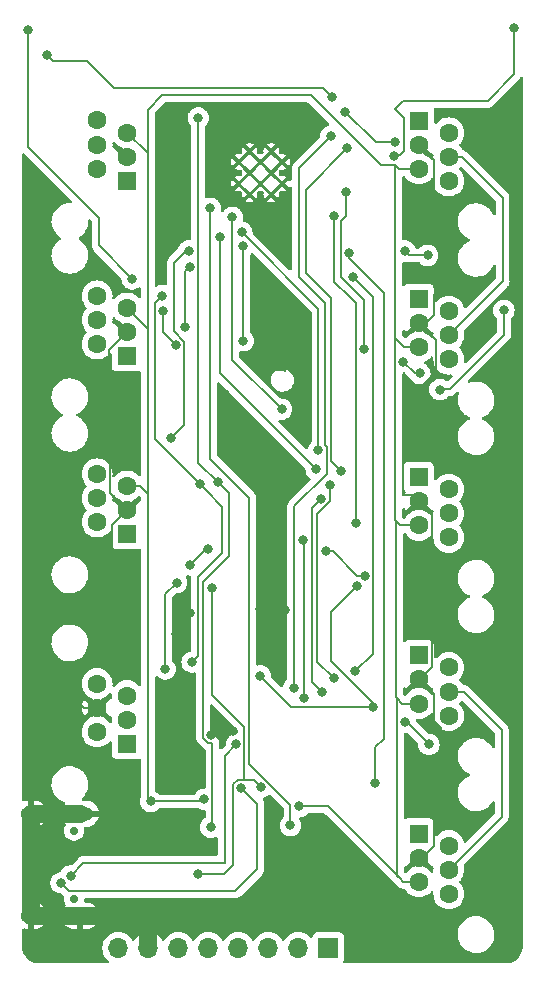
<source format=gbr>
%TF.GenerationSoftware,KiCad,Pcbnew,(6.0.0-0)*%
%TF.CreationDate,2022-03-11T16:11:59+01:00*%
%TF.ProjectId,GlowHubPCB,476c6f77-4875-4625-9043-422e6b696361,rev?*%
%TF.SameCoordinates,Original*%
%TF.FileFunction,Copper,L2,Bot*%
%TF.FilePolarity,Positive*%
%FSLAX46Y46*%
G04 Gerber Fmt 4.6, Leading zero omitted, Abs format (unit mm)*
G04 Created by KiCad (PCBNEW (6.0.0-0)) date 2022-03-11 16:11:59*
%MOMM*%
%LPD*%
G01*
G04 APERTURE LIST*
%TA.AperFunction,ComponentPad*%
%ADD10R,1.700000X1.700000*%
%TD*%
%TA.AperFunction,ComponentPad*%
%ADD11O,1.700000X1.700000*%
%TD*%
%TA.AperFunction,ComponentPad*%
%ADD12R,1.600000X1.600000*%
%TD*%
%TA.AperFunction,ComponentPad*%
%ADD13C,1.600000*%
%TD*%
%TA.AperFunction,ComponentPad*%
%ADD14C,0.700000*%
%TD*%
%TA.AperFunction,ComponentPad*%
%ADD15O,2.200000X1.200000*%
%TD*%
%TA.AperFunction,ComponentPad*%
%ADD16O,1.800000X1.200000*%
%TD*%
%TA.AperFunction,ComponentPad*%
%ADD17C,0.300000*%
%TD*%
%TA.AperFunction,ViaPad*%
%ADD18C,0.800000*%
%TD*%
%TA.AperFunction,Conductor*%
%ADD19C,0.160000*%
%TD*%
%TA.AperFunction,Conductor*%
%ADD20C,0.400000*%
%TD*%
%TA.AperFunction,Conductor*%
%ADD21C,0.200000*%
%TD*%
%TA.AperFunction,Conductor*%
%ADD22C,1.500000*%
%TD*%
G04 APERTURE END LIST*
D10*
%TO.P,J1,1,Pin_1*%
%TO.N,IO12{slash}MISO*%
X79471000Y-131414600D03*
D11*
%TO.P,J1,2,Pin_2*%
%TO.N,IO13{slash}MOSI*%
X76931000Y-131414600D03*
%TO.P,J1,3,Pin_3*%
%TO.N,IO5*%
X74391000Y-131414600D03*
%TO.P,J1,4,Pin_4*%
%TO.N,IO25{slash}A1{slash}DAC1*%
X71851000Y-131414600D03*
%TO.P,J1,5,Pin_5*%
%TO.N,IO26{slash}A0{slash}DAC2*%
X69311000Y-131414600D03*
%TO.P,J1,6,Pin_6*%
%TO.N,+3V3*%
X66771000Y-131414600D03*
%TO.P,J1,7,Pin_7*%
%TO.N,GND*%
X64231000Y-131414600D03*
%TO.P,J1,8,Pin_8*%
%TO.N,+5V*%
X61691000Y-131414600D03*
%TD*%
D12*
%TO.P,RJ1,1,1*%
%TO.N,unconnected-(RJ1-Pad1)*%
X87133671Y-121718749D03*
D13*
%TO.P,RJ1,2,2*%
%TO.N,unconnected-(RJ1-Pad2)*%
X89673676Y-122738815D03*
%TO.P,RJ1,3,3*%
%TO.N,GND*%
X87133671Y-123758881D03*
%TO.P,RJ1,4,4*%
%TO.N,LED1 DATA OUT*%
X89673676Y-124778693D03*
%TO.P,RJ1,5,5*%
%TO.N,EXTERNAL 5V*%
X87133671Y-125798759D03*
%TO.P,RJ1,6,6*%
%TO.N,unconnected-(RJ1-Pad6)*%
X89673676Y-126818825D03*
%TD*%
D12*
%TO.P,RJ9,1,1*%
%TO.N,unconnected-(RJ9-Pad1)*%
X62437929Y-114118851D03*
D13*
%TO.P,RJ9,2,2*%
%TO.N,RECEIVER 5V*%
X59897924Y-113098785D03*
%TO.P,RJ9,3,3*%
%TO.N,LED1 DATA OUT*%
X62437929Y-112078719D03*
%TO.P,RJ9,4,4*%
%TO.N,GND*%
X59897924Y-111058907D03*
%TO.P,RJ9,5,5*%
%TO.N,unconnected-(RJ9-Pad5)*%
X62437929Y-110038841D03*
%TO.P,RJ9,6,6*%
%TO.N,unconnected-(RJ9-Pad6)*%
X59897924Y-109018775D03*
%TD*%
D14*
%TO.P,USB1,*%
%TO.N,*%
X57943500Y-121464600D03*
X57943500Y-127244600D03*
D15*
%TO.P,USB1,SHELL,SHELL*%
%TO.N,GND*%
X58443500Y-120034600D03*
X58443500Y-128674600D03*
D16*
X54263500Y-128674600D03*
X54263500Y-120034600D03*
%TD*%
D12*
%TO.P,RJ7,1,1*%
%TO.N,unconnected-(RJ7-Pad1)*%
X62437929Y-81294451D03*
D13*
%TO.P,RJ7,2,2*%
%TO.N,unconnected-(RJ7-Pad2)*%
X59897924Y-80274385D03*
%TO.P,RJ7,3,3*%
%TO.N,GND*%
X62437929Y-79254319D03*
%TO.P,RJ7,4,4*%
%TO.N,LED1 DATA OUT*%
X59897924Y-78234507D03*
%TO.P,RJ7,5,5*%
%TO.N,EXTERNAL 5V*%
X62437929Y-77214441D03*
%TO.P,RJ7,6,6*%
%TO.N,unconnected-(RJ7-Pad6)*%
X59897924Y-76194375D03*
%TD*%
D12*
%TO.P,RJ4,1,1*%
%TO.N,unconnected-(RJ4-Pad1)*%
X87133671Y-76455949D03*
D13*
%TO.P,RJ4,2,2*%
%TO.N,unconnected-(RJ4-Pad2)*%
X89673676Y-77476015D03*
%TO.P,RJ4,3,3*%
%TO.N,GND*%
X87133671Y-78496081D03*
%TO.P,RJ4,4,4*%
%TO.N,LED1 DATA OUT*%
X89673676Y-79515893D03*
%TO.P,RJ4,5,5*%
%TO.N,EXTERNAL 5V*%
X87133671Y-80535959D03*
%TO.P,RJ4,6,6*%
%TO.N,unconnected-(RJ4-Pad6)*%
X89673676Y-81556025D03*
%TD*%
D12*
%TO.P,RJ2,1,1*%
%TO.N,unconnected-(RJ2-Pad1)*%
X87133671Y-106631149D03*
D13*
%TO.P,RJ2,2,2*%
%TO.N,unconnected-(RJ2-Pad2)*%
X89673676Y-107651215D03*
%TO.P,RJ2,3,3*%
%TO.N,GND*%
X87133671Y-108671281D03*
%TO.P,RJ2,4,4*%
%TO.N,LED1 DATA OUT*%
X89673676Y-109691093D03*
%TO.P,RJ2,5,5*%
%TO.N,EXTERNAL 5V*%
X87133671Y-110711159D03*
%TO.P,RJ2,6,6*%
%TO.N,unconnected-(RJ2-Pad6)*%
X89673676Y-111731225D03*
%TD*%
D12*
%TO.P,RJ6,1,1*%
%TO.N,unconnected-(RJ6-Pad1)*%
X62437929Y-66443051D03*
D13*
%TO.P,RJ6,2,2*%
%TO.N,unconnected-(RJ6-Pad2)*%
X59897924Y-65422985D03*
%TO.P,RJ6,3,3*%
%TO.N,GND*%
X62437929Y-64402919D03*
%TO.P,RJ6,4,4*%
%TO.N,LED1 DATA OUT*%
X59897924Y-63383107D03*
%TO.P,RJ6,5,5*%
%TO.N,EXTERNAL 5V*%
X62437929Y-62363041D03*
%TO.P,RJ6,6,6*%
%TO.N,unconnected-(RJ6-Pad6)*%
X59897924Y-61342975D03*
%TD*%
D12*
%TO.P,RJ3,1,1*%
%TO.N,unconnected-(RJ3-Pad1)*%
X87133671Y-91543549D03*
D13*
%TO.P,RJ3,2,2*%
%TO.N,unconnected-(RJ3-Pad2)*%
X89673676Y-92563615D03*
%TO.P,RJ3,3,3*%
%TO.N,GND*%
X87133671Y-93583681D03*
%TO.P,RJ3,4,4*%
%TO.N,LED1 DATA OUT*%
X89673676Y-94603493D03*
%TO.P,RJ3,5,5*%
%TO.N,EXTERNAL 5V*%
X87133671Y-95623559D03*
%TO.P,RJ3,6,6*%
%TO.N,unconnected-(RJ3-Pad6)*%
X89673676Y-96643625D03*
%TD*%
%TO.P,RJ5,6,6*%
%TO.N,unconnected-(RJ5-Pad6)*%
X89673676Y-66468425D03*
%TO.P,RJ5,5,5*%
%TO.N,EXTERNAL 5V*%
X87133671Y-65448359D03*
%TO.P,RJ5,4,4*%
%TO.N,LED1 DATA OUT*%
X89673676Y-64428293D03*
%TO.P,RJ5,3,3*%
%TO.N,GND*%
X87133671Y-63408481D03*
%TO.P,RJ5,2,2*%
%TO.N,unconnected-(RJ5-Pad2)*%
X89673676Y-62388415D03*
D12*
%TO.P,RJ5,1,1*%
%TO.N,unconnected-(RJ5-Pad1)*%
X87133671Y-61368349D03*
%TD*%
D17*
%TO.P,U2,39_21,GND*%
%TO.N,GND*%
X74645000Y-67596650D03*
%TO.P,U2,39_20,GND*%
X72810000Y-67596650D03*
%TO.P,U2,39_19,GND*%
X75562500Y-66679150D03*
%TO.P,U2,39_18,GND*%
X73727500Y-66679150D03*
%TO.P,U2,39_17,GND*%
X71892500Y-66679150D03*
%TO.P,U2,39_16,GND*%
X74645000Y-65761650D03*
%TO.P,U2,39_15,GND*%
X72810000Y-65761650D03*
%TO.P,U2,39_14,GND*%
X75562500Y-64844150D03*
%TO.P,U2,39_13,GND*%
X73727500Y-64844150D03*
%TO.P,U2,39_12,GND*%
X71892500Y-64844150D03*
%TO.P,U2,39_11,GND*%
X74645000Y-63926650D03*
%TO.P,U2,39_10,GND*%
X72810000Y-63926650D03*
%TD*%
D12*
%TO.P,RJ8,1,1*%
%TO.N,unconnected-(RJ8-Pad1)*%
X62437929Y-96364251D03*
D13*
%TO.P,RJ8,2,2*%
%TO.N,unconnected-(RJ8-Pad2)*%
X59897924Y-95344185D03*
%TO.P,RJ8,3,3*%
%TO.N,GND*%
X62437929Y-94324119D03*
%TO.P,RJ8,4,4*%
%TO.N,LED1 DATA OUT*%
X59897924Y-93304307D03*
%TO.P,RJ8,5,5*%
%TO.N,EXTERNAL 5V*%
X62437929Y-92284241D03*
%TO.P,RJ8,6,6*%
%TO.N,unconnected-(RJ8-Pad6)*%
X59897924Y-91264175D03*
%TD*%
D18*
%TO.N,IO21{slash}LED5*%
X85021000Y-64374600D03*
X95201000Y-53554600D03*
%TO.N,IO22{slash}LED6*%
X79811000Y-59374600D03*
X55621000Y-55764600D03*
%TO.N,IO23{slash}LED7*%
X72291000Y-79994600D03*
X72271000Y-71964600D03*
%TO.N,IO27{slash}LED8*%
X67651000Y-72374600D03*
X66191000Y-88204600D03*
%TO.N,IO19{slash}LED4*%
X80951000Y-67424600D03*
X82481000Y-80704600D03*
%TO.N,IO18{slash}LED3*%
X79981000Y-69424600D03*
X81801000Y-95384600D03*
%TO.N,IO17{slash}LED2*%
X81541000Y-74624600D03*
X81741000Y-107954600D03*
%TO.N,+3V3*%
X65431000Y-76174600D03*
%TO.N,LED1 DATA OUT*%
X82541489Y-99874600D03*
X79291500Y-97824600D03*
X69311000Y-97584600D03*
X67721011Y-98954600D03*
%TO.N,GND*%
X71621000Y-86224600D03*
X70751000Y-84514600D03*
X74421000Y-79174600D03*
X76581000Y-79964600D03*
%TO.N,+3V3*%
X68581000Y-92114600D03*
X67931000Y-107194600D03*
%TO.N,GND*%
X66611000Y-104844600D03*
X67721000Y-103014600D03*
%TO.N,+5V*%
X69661000Y-100934600D03*
%TO.N,GND*%
X73671000Y-102744600D03*
X75821000Y-102764600D03*
%TO.N,RTS*%
X77451000Y-110254600D03*
X77361000Y-96834600D03*
%TO.N,RECEIVER 5V*%
X54051000Y-53714600D03*
X65461000Y-77454600D03*
X62861000Y-74764600D03*
X66591000Y-80354600D03*
X81861989Y-100794600D03*
X85835500Y-81754600D03*
X87221000Y-82764600D03*
X88921000Y-84124600D03*
X94341000Y-77404600D03*
%TO.N,LED1 DATA OUT*%
X66631000Y-100474600D03*
X65661000Y-107774600D03*
%TO.N,IO16{slash}LED1*%
X85961000Y-72384600D03*
X87881000Y-72764600D03*
%TO.N,RECEIVER 5V*%
X85980500Y-112274600D03*
X87991000Y-114154600D03*
%TO.N,IO12{slash}MISO*%
X80901000Y-60604600D03*
X85161000Y-63194600D03*
%TO.N,IO13{slash}MOSI*%
X83461000Y-117424600D03*
X81200500Y-72524600D03*
%TO.N,IO25{slash}A1{slash}DAC1*%
X72151000Y-70794600D03*
X78641000Y-89284600D03*
X79631000Y-92184600D03*
X79931000Y-108564600D03*
%TO.N,IO32{slash}SD*%
X75521000Y-85784600D03*
X71351000Y-69534600D03*
%TO.N,IO14{slash}SCK*%
X67741000Y-73734600D03*
X67351000Y-78834600D03*
%TO.N,IO26{slash}A0{slash}DAC2*%
X70301000Y-71194600D03*
X78431000Y-90874600D03*
X78841000Y-93374600D03*
X78931000Y-109704600D03*
%TO.N,TXD0*%
X76541000Y-109404600D03*
X79691000Y-62644600D03*
%TO.N,RXD0*%
X81071000Y-63684600D03*
X80521000Y-91024600D03*
%TO.N,GND*%
X69560500Y-113344600D03*
X71381000Y-113064600D03*
%TO.N,RECEIVER 5V*%
X83221000Y-111004600D03*
X73711000Y-108364600D03*
%TO.N,IO33{slash}TESTBUTTON*%
X76261000Y-121024100D03*
X69481000Y-68764600D03*
%TO.N,EXTERNAL 5V*%
X68981000Y-118814600D03*
X77031000Y-119424100D03*
X64441000Y-118994600D03*
%TO.N,+5V*%
X68451000Y-125154600D03*
X73801000Y-117784600D03*
%TO.N,USB-C DATA-*%
X72081332Y-117825100D03*
X56841000Y-125884600D03*
%TO.N,USB-C DATA+*%
X57681000Y-125284600D03*
X71697500Y-114171271D03*
%TO.N,RESET*%
X68461000Y-61114600D03*
X70111000Y-91964600D03*
X69511000Y-121174600D03*
%TD*%
D19*
%TO.N,IO21{slash}LED5*%
X85151000Y-64244600D02*
X85021000Y-64374600D01*
X85511000Y-64244600D02*
X85151000Y-64244600D01*
X85840511Y-63915089D02*
X85511000Y-64244600D01*
X95201000Y-57424600D02*
X92961000Y-59664600D01*
X85840511Y-61114111D02*
X85840511Y-63915089D01*
X92921000Y-59704600D02*
X87841000Y-59704600D01*
X85101000Y-60374600D02*
X85840511Y-61114111D01*
X95201000Y-53554600D02*
X95201000Y-57424600D01*
X92961000Y-59664600D02*
X92921000Y-59704600D01*
X87841000Y-59704600D02*
X85771000Y-59704600D01*
X85771000Y-59704600D02*
X85101000Y-60374600D01*
%TO.N,IO22{slash}LED6*%
X79811000Y-59374600D02*
X79041000Y-58604600D01*
X59041000Y-56304600D02*
X56161000Y-56304600D01*
X61311000Y-58604600D02*
X61311000Y-58574600D01*
X61311000Y-58574600D02*
X59041000Y-56304600D01*
X79041000Y-58604600D02*
X61311000Y-58604600D01*
X56161000Y-56304600D02*
X55621000Y-55764600D01*
%TO.N,IO23{slash}LED7*%
X72291000Y-79994600D02*
X72291000Y-71984600D01*
X72291000Y-71984600D02*
X72271000Y-71964600D01*
%TO.N,IO27{slash}LED8*%
X67270511Y-87125089D02*
X67270511Y-80064111D01*
X67270511Y-80064111D02*
X66401000Y-79194600D01*
X67411000Y-72374600D02*
X67651000Y-72374600D01*
X66191000Y-88204600D02*
X67270511Y-87125089D01*
X66401000Y-73384600D02*
X67411000Y-72374600D01*
X66401000Y-79194600D02*
X66401000Y-73384600D01*
%TO.N,IO19{slash}LED4*%
X80951000Y-69415575D02*
X80951000Y-67424600D01*
X82481000Y-76525575D02*
X80520989Y-74565564D01*
X80520989Y-74565564D02*
X80520989Y-69845586D01*
X82481000Y-80704600D02*
X82481000Y-76525575D01*
X80520989Y-69845586D02*
X80951000Y-69415575D01*
%TO.N,IO18{slash}LED3*%
X79981000Y-75004600D02*
X79981000Y-69424600D01*
X81281000Y-76304600D02*
X79981000Y-75004600D01*
%TO.N,RXD0*%
X80521000Y-91024600D02*
X79680031Y-90183631D01*
X79680031Y-90183631D02*
X79680031Y-76413631D01*
X79680031Y-76413631D02*
X77561000Y-74294600D01*
X77561000Y-67194600D02*
X81071000Y-63684600D01*
X77561000Y-74294600D02*
X77561000Y-67194600D01*
%TO.N,TXD0*%
X76541000Y-109404600D02*
X76591000Y-109354600D01*
X76591000Y-109354600D02*
X76591000Y-93993625D01*
X76591000Y-93993625D02*
X79320511Y-91264114D01*
X79320511Y-91264114D02*
X79320511Y-89003136D01*
X79320511Y-89003136D02*
X79161000Y-88843625D01*
X79161000Y-88843625D02*
X79161000Y-76784600D01*
X79161000Y-76784600D02*
X76961000Y-74584600D01*
X76961000Y-74584600D02*
X76961000Y-65374600D01*
X76961000Y-65374600D02*
X79691000Y-62644600D01*
%TO.N,IO18{slash}LED3*%
X81801000Y-95384600D02*
X81801000Y-76824600D01*
X81801000Y-76824600D02*
X81281000Y-76304600D01*
%TO.N,IO13{slash}MOSI*%
X84161000Y-75934600D02*
X84161000Y-113714600D01*
X84161000Y-113714600D02*
X83461000Y-114414600D01*
X81200500Y-72524600D02*
X81200500Y-72974100D01*
X81200500Y-72974100D02*
X84161000Y-75934600D01*
X83461000Y-114414600D02*
X83461000Y-117424600D01*
%TO.N,IO17{slash}LED2*%
X83221000Y-76304600D02*
X81541000Y-74624600D01*
X83221000Y-106474600D02*
X83221000Y-76304600D01*
X81741000Y-107954600D02*
X83221000Y-106474600D01*
%TO.N,RECEIVER 5V*%
X81861989Y-100794600D02*
X79671000Y-102985589D01*
X79671000Y-102985589D02*
X79671000Y-107144600D01*
X79671000Y-107144600D02*
X83221000Y-110694600D01*
X83221000Y-110694600D02*
X83221000Y-111004600D01*
%TO.N,+3V3*%
X64781489Y-88315089D02*
X64781489Y-76824111D01*
X70501000Y-94034600D02*
X69101000Y-92634600D01*
X64781489Y-76824111D02*
X65431000Y-76174600D01*
X69101000Y-92634600D02*
X64781489Y-88315089D01*
X69101000Y-92634600D02*
X68581000Y-92114600D01*
%TO.N,LED1 DATA OUT*%
X79852964Y-97824600D02*
X81902964Y-99874600D01*
X79291500Y-97824600D02*
X79852964Y-97824600D01*
X81902964Y-99874600D02*
X82541489Y-99874600D01*
%TO.N,IO25{slash}A1{slash}DAC1*%
X79931000Y-108564600D02*
X78551000Y-107184600D01*
X78551000Y-107184600D02*
X78551000Y-94625575D01*
X78551000Y-94625575D02*
X79631000Y-93545575D01*
X79631000Y-93545575D02*
X79631000Y-92184600D01*
%TO.N,IO26{slash}A0{slash}DAC2*%
X78931000Y-109704600D02*
X78071000Y-108844600D01*
X78071000Y-108844600D02*
X78071000Y-94144600D01*
X78071000Y-94144600D02*
X78841000Y-93374600D01*
%TO.N,RTS*%
X77361000Y-96834600D02*
X77451000Y-96924600D01*
X77451000Y-96924600D02*
X77451000Y-110254600D01*
%TO.N,LED1 DATA OUT*%
X67721011Y-98954600D02*
X69091011Y-97584600D01*
X69091011Y-97584600D02*
X69311000Y-97584600D01*
%TO.N,+3V3*%
X67931000Y-107194600D02*
X68411000Y-106714600D01*
X68411000Y-106714600D02*
X68411000Y-100024600D01*
X68411000Y-100024600D02*
X70501000Y-97934600D01*
X70501000Y-97934600D02*
X70501000Y-94034600D01*
%TO.N,RESET*%
X69511000Y-121174600D02*
X69660511Y-121025089D01*
X69660511Y-114024111D02*
X69279036Y-114024111D01*
X69660511Y-121025089D02*
X69660511Y-114024111D01*
X69279036Y-114024111D02*
X68880989Y-113626064D01*
X68880989Y-113626064D02*
X68880989Y-100414611D01*
X71061000Y-92914600D02*
X70111000Y-91964600D01*
X68880989Y-100414611D02*
X71061000Y-98234600D01*
X71061000Y-98234600D02*
X71061000Y-92914600D01*
%TO.N,GND*%
X71621000Y-86224600D02*
X71621000Y-85384600D01*
X71621000Y-85384600D02*
X70751000Y-84514600D01*
X75791000Y-79174600D02*
X74421000Y-79174600D01*
X76581000Y-79964600D02*
X75791000Y-79174600D01*
D20*
X66611000Y-104124600D02*
X66611000Y-104844600D01*
X67721000Y-103014600D02*
X66611000Y-104124600D01*
D19*
%TO.N,+5V*%
X72377011Y-112690611D02*
X72377011Y-117132589D01*
X72377011Y-117132589D02*
X72390011Y-117145589D01*
X73161989Y-117145589D02*
X72390011Y-117145589D01*
X69661000Y-100934600D02*
X69661000Y-109974600D01*
X72390011Y-117145589D02*
X71799868Y-117145589D01*
X69661000Y-109974600D02*
X72377011Y-112690611D01*
%TO.N,GND*%
X73691000Y-102764600D02*
X73671000Y-102744600D01*
D20*
X75821000Y-102764600D02*
X73691000Y-102764600D01*
D19*
%TO.N,RECEIVER 5V*%
X62861000Y-74764600D02*
X60021000Y-71924600D01*
X60021000Y-71924600D02*
X60021000Y-69804600D01*
X66591000Y-80354600D02*
X65461000Y-79224600D01*
X54051000Y-63624600D02*
X54051000Y-53714600D01*
X65461000Y-79224600D02*
X65461000Y-77454600D01*
X60021000Y-69594600D02*
X54731000Y-64304600D01*
X54731000Y-64304600D02*
X54051000Y-63624600D01*
X60021000Y-69804600D02*
X60021000Y-69594600D01*
X87221000Y-82764600D02*
X86845500Y-82764600D01*
X86845500Y-82764600D02*
X85835500Y-81754600D01*
X88971000Y-84074600D02*
X88921000Y-84124600D01*
X89761000Y-84074600D02*
X88971000Y-84074600D01*
%TO.N,GND*%
X87133671Y-93583681D02*
X86624590Y-93074600D01*
X87291480Y-84884120D02*
X87291480Y-83925682D01*
X86624590Y-93074600D02*
X85821000Y-93074600D01*
X85821000Y-93074600D02*
X85821000Y-86354600D01*
X85821000Y-86354600D02*
X87291480Y-84884120D01*
X87291480Y-83925682D02*
X88581000Y-82636162D01*
X88581000Y-82636162D02*
X88581000Y-79943410D01*
X88581000Y-79943410D02*
X87133671Y-78496081D01*
%TO.N,RECEIVER 5V*%
X90171000Y-83664600D02*
X89761000Y-84074600D01*
X94341000Y-77404600D02*
X94341000Y-79494600D01*
X94341000Y-79494600D02*
X90171000Y-83664600D01*
%TO.N,GND*%
X87133671Y-63408481D02*
X88451000Y-64725810D01*
X88411000Y-76124600D02*
X88411000Y-77824600D01*
X88451000Y-64725810D02*
X88451000Y-70814600D01*
X88451000Y-70814600D02*
X88971000Y-71334600D01*
X88971000Y-75564600D02*
X88411000Y-76124600D01*
X88971000Y-71334600D02*
X88971000Y-75564600D01*
X88411000Y-77824600D02*
X87739519Y-78496081D01*
X87739519Y-78496081D02*
X87133671Y-78496081D01*
%TO.N,LED1 DATA OUT*%
X89673676Y-79515893D02*
X94231000Y-74958569D01*
X94231000Y-74958569D02*
X94231000Y-67874600D01*
X94231000Y-67874600D02*
X90784693Y-64428293D01*
X90784693Y-64428293D02*
X89673676Y-64428293D01*
%TO.N,GND*%
X87133671Y-108671281D02*
X88213182Y-107591770D01*
X88213182Y-107591770D02*
X88213182Y-94663192D01*
X88213182Y-94663192D02*
X87133671Y-93583681D01*
%TO.N,EXTERNAL 5V*%
X85301000Y-125304600D02*
X85506000Y-125509600D01*
X85301000Y-110264600D02*
X85301000Y-125304600D01*
X85256000Y-110219600D02*
X85301000Y-110264600D01*
%TO.N,GND*%
X87436719Y-123758881D02*
X88391000Y-122804600D01*
X88391000Y-122804600D02*
X88391000Y-118184600D01*
X88391000Y-118184600D02*
X88981000Y-117594600D01*
X88981000Y-117594600D02*
X88981000Y-112794600D01*
X87133671Y-123758881D02*
X87436719Y-123758881D01*
X88981000Y-112794600D02*
X88381000Y-112194600D01*
X88381000Y-112194600D02*
X88381000Y-109918610D01*
X88381000Y-109918610D02*
X87133671Y-108671281D01*
%TO.N,LED1 DATA OUT*%
X89673676Y-124778693D02*
X94151000Y-120301369D01*
X94151000Y-120301369D02*
X94151000Y-112914600D01*
X94151000Y-112914600D02*
X90927493Y-109691093D01*
X90927493Y-109691093D02*
X89673676Y-109691093D01*
%TO.N,GND*%
X60931000Y-80761248D02*
X60931000Y-88264600D01*
X62437929Y-79254319D02*
X60931000Y-80761248D01*
X60977435Y-92863625D02*
X62437929Y-94324119D01*
X60931000Y-88264600D02*
X60977435Y-88311035D01*
X60977435Y-88311035D02*
X60977435Y-92863625D01*
X62437929Y-94324119D02*
X61161000Y-95601048D01*
X61161000Y-95601048D02*
X61161000Y-105124600D01*
X61161000Y-105124600D02*
X58071000Y-108214600D01*
X58071000Y-108214600D02*
X58071000Y-110364600D01*
X58071000Y-110364600D02*
X58765307Y-111058907D01*
X58765307Y-111058907D02*
X59897924Y-111058907D01*
%TO.N,LED1 DATA OUT*%
X65661000Y-101444600D02*
X66631000Y-100474600D01*
X65661000Y-107774600D02*
X65661000Y-101444600D01*
%TO.N,IO16{slash}LED1*%
X86341000Y-72764600D02*
X85961000Y-72384600D01*
X87881000Y-72764600D02*
X86341000Y-72764600D01*
%TO.N,RECEIVER 5V*%
X87991000Y-114154600D02*
X86111000Y-112274600D01*
X86111000Y-112274600D02*
X85980500Y-112274600D01*
%TO.N,IO12{slash}MISO*%
X83491000Y-63194600D02*
X80901000Y-60604600D01*
X85161000Y-63194600D02*
X83491000Y-63194600D01*
%TO.N,EXTERNAL 5V*%
X64181000Y-64194600D02*
X64181000Y-60454600D01*
X65411000Y-59224600D02*
X78001000Y-59224600D01*
X78001000Y-59224600D02*
X83896000Y-65119600D01*
X64181000Y-60454600D02*
X65411000Y-59224600D01*
X83896000Y-65119600D02*
X85156000Y-65119600D01*
X85156000Y-95199600D02*
X85216000Y-95259600D01*
X85156000Y-79799600D02*
X85156000Y-95199600D01*
%TO.N,IO25{slash}A1{slash}DAC1*%
X78641000Y-89284600D02*
X78641000Y-77284600D01*
X78641000Y-77284600D02*
X72151000Y-70794600D01*
%TO.N,IO32{slash}SD*%
X75521000Y-85784600D02*
X71351000Y-81614600D01*
X71351000Y-81614600D02*
X71351000Y-69534600D01*
%TO.N,IO14{slash}SCK*%
X67351000Y-74124600D02*
X67741000Y-73734600D01*
X67351000Y-78834600D02*
X67351000Y-74124600D01*
%TO.N,IO26{slash}A0{slash}DAC2*%
X78431000Y-90874600D02*
X70301000Y-82744600D01*
X70301000Y-82744600D02*
X70301000Y-71194600D01*
%TO.N,GND*%
X71381000Y-113064600D02*
X69840500Y-113064600D01*
X69840500Y-113064600D02*
X69560500Y-113344600D01*
D21*
%TO.N,USB-C DATA+*%
X71697500Y-114171271D02*
X70701000Y-115167771D01*
X70701000Y-115167771D02*
X70701000Y-124224600D01*
X70701000Y-124224600D02*
X58741000Y-124224600D01*
X58741000Y-124224600D02*
X57681000Y-125284600D01*
D19*
%TO.N,RECEIVER 5V*%
X76351000Y-111004600D02*
X83221000Y-111004600D01*
X73711000Y-108364600D02*
X76351000Y-111004600D01*
%TO.N,IO33{slash}TESTBUTTON*%
X69481000Y-68764600D02*
X69481000Y-89974600D01*
X69481000Y-89974600D02*
X72771000Y-93264600D01*
X72771000Y-93264600D02*
X72771000Y-115793625D01*
X72771000Y-115793625D02*
X76261000Y-119283625D01*
X76261000Y-119283625D02*
X76261000Y-121024100D01*
%TO.N,EXTERNAL 5V*%
X85506000Y-125509600D02*
X85795159Y-125798759D01*
X79420500Y-119424100D02*
X77031000Y-119424100D01*
X85506000Y-125509600D02*
X79420500Y-119424100D01*
X68981000Y-118814600D02*
X68801000Y-118994600D01*
X68801000Y-118994600D02*
X64441000Y-118994600D01*
X85216000Y-110179600D02*
X85256000Y-110219600D01*
X85256000Y-110219600D02*
X85747559Y-110711159D01*
X85795159Y-125798759D02*
X87133671Y-125798759D01*
X85747559Y-110711159D02*
X87133671Y-110711159D01*
X85216000Y-95259600D02*
X85579959Y-95623559D01*
X85216000Y-95259600D02*
X85216000Y-110179600D01*
X85579959Y-95623559D02*
X87133671Y-95623559D01*
X85156000Y-65119600D02*
X85156000Y-79799600D01*
X85156000Y-79799600D02*
X85901000Y-80544600D01*
X85156000Y-65119600D02*
X85484759Y-65448359D01*
X85901000Y-80544600D02*
X85909641Y-80535959D01*
X85909641Y-80535959D02*
X87133671Y-80535959D01*
X64181000Y-79094600D02*
X64181000Y-64194600D01*
X64181000Y-64194600D02*
X64181000Y-64106112D01*
X85484759Y-65448359D02*
X87133671Y-65448359D01*
X64181000Y-79094600D02*
X64181000Y-78957512D01*
X64181000Y-64106112D02*
X62437929Y-62363041D01*
X64181000Y-92974600D02*
X64181000Y-79094600D01*
X64181000Y-92974600D02*
X63490641Y-92284241D01*
X64181000Y-78957512D02*
X62437929Y-77214441D01*
X64231000Y-93024600D02*
X64181000Y-92974600D01*
X64231000Y-118784600D02*
X64231000Y-93024600D01*
X64441000Y-118994600D02*
X64231000Y-118784600D01*
X63490641Y-92284241D02*
X62437929Y-92284241D01*
%TO.N,+5V*%
X70631000Y-125154600D02*
X68451000Y-125154600D01*
X71799868Y-117145589D02*
X71400520Y-117544937D01*
X73801000Y-117784600D02*
X73161989Y-117145589D01*
X71400520Y-117544937D02*
X71400520Y-124385080D01*
X71400520Y-124385080D02*
X70631000Y-125154600D01*
D21*
%TO.N,USB-C DATA-*%
X73431000Y-119174768D02*
X73431000Y-124754600D01*
X73431000Y-124754600D02*
X71590511Y-126595089D01*
X71590511Y-126595089D02*
X57551489Y-126595089D01*
X72081332Y-117825100D02*
X73431000Y-119174768D01*
X57551489Y-126595089D02*
X56841000Y-125884600D01*
D19*
%TO.N,RESET*%
X68461000Y-90314600D02*
X68461000Y-61114600D01*
X70111000Y-91964600D02*
X68461000Y-90314600D01*
D22*
%TO.N,GND*%
X54263500Y-120034600D02*
X58443500Y-120034600D01*
X54263500Y-120034600D02*
X54263500Y-128674600D01*
X58443500Y-128674600D02*
X54263500Y-128674600D01*
X64231000Y-129984600D02*
X62821000Y-128574600D01*
X62721000Y-128674600D02*
X58443500Y-128674600D01*
X64231000Y-131414600D02*
X64231000Y-129984600D01*
X62821000Y-128574600D02*
X62721000Y-128674600D01*
%TD*%
%TA.AperFunction,Conductor*%
%TO.N,GND*%
G36*
X95897508Y-57636112D02*
G01*
X95945886Y-57688074D01*
X95959214Y-57744474D01*
X95959214Y-131163311D01*
X95957714Y-131182695D01*
X95954110Y-131205843D01*
X95956044Y-131220633D01*
X95956787Y-131245957D01*
X95944589Y-131416496D01*
X95942031Y-131434290D01*
X95903652Y-131610721D01*
X95900370Y-131625807D01*
X95895304Y-131643057D01*
X95826809Y-131826696D01*
X95819342Y-131843048D01*
X95725413Y-132015068D01*
X95715693Y-132030192D01*
X95598237Y-132187094D01*
X95586464Y-132200680D01*
X95447880Y-132339264D01*
X95434294Y-132351037D01*
X95277392Y-132468493D01*
X95262268Y-132478213D01*
X95090248Y-132572142D01*
X95073896Y-132579609D01*
X94890257Y-132648104D01*
X94873012Y-132653168D01*
X94752077Y-132679476D01*
X94681490Y-132694831D01*
X94663696Y-132697389D01*
X94647149Y-132698572D01*
X94500155Y-132709086D01*
X94483232Y-132708382D01*
X94483232Y-132708401D01*
X94474256Y-132708291D01*
X94465385Y-132706910D01*
X94456483Y-132708074D01*
X94456480Y-132708074D01*
X94434489Y-132710950D01*
X94418152Y-132712014D01*
X80863085Y-132712014D01*
X80794964Y-132692012D01*
X80748471Y-132638356D01*
X80738367Y-132568082D01*
X80756819Y-132523569D01*
X80754832Y-132522481D01*
X80759143Y-132514606D01*
X80764526Y-132507424D01*
X80814851Y-132373180D01*
X80817688Y-132347071D01*
X80821131Y-132315374D01*
X80821131Y-132315373D01*
X80821500Y-132311977D01*
X80821499Y-130517224D01*
X80814851Y-130456020D01*
X80764526Y-130321776D01*
X80761313Y-130317488D01*
X90427004Y-130317488D01*
X90427585Y-130322508D01*
X90427585Y-130322512D01*
X90447625Y-130495715D01*
X90455681Y-130565340D01*
X90523617Y-130805419D01*
X90525754Y-130810001D01*
X90589150Y-130945955D01*
X90629062Y-131031548D01*
X90769306Y-131237910D01*
X90940738Y-131419194D01*
X91138949Y-131570738D01*
X91358839Y-131688643D01*
X91594752Y-131769874D01*
X91722699Y-131791974D01*
X91836707Y-131811667D01*
X91836713Y-131811668D01*
X91840617Y-131812342D01*
X91844578Y-131812522D01*
X91844579Y-131812522D01*
X91869103Y-131813636D01*
X91869122Y-131813636D01*
X91870522Y-131813700D01*
X92044291Y-131813700D01*
X92046799Y-131813498D01*
X92046804Y-131813498D01*
X92225261Y-131799140D01*
X92225266Y-131799139D01*
X92230302Y-131798734D01*
X92235210Y-131797529D01*
X92235213Y-131797528D01*
X92467692Y-131740425D01*
X92472606Y-131739218D01*
X92477258Y-131737243D01*
X92477262Y-131737242D01*
X92697622Y-131643705D01*
X92697623Y-131643705D01*
X92702277Y-131641729D01*
X92913408Y-131508773D01*
X92956925Y-131470408D01*
X93096768Y-131347120D01*
X93096771Y-131347117D01*
X93100565Y-131343772D01*
X93258934Y-131150970D01*
X93384440Y-130935328D01*
X93473855Y-130702395D01*
X93497853Y-130587526D01*
X93523843Y-130463115D01*
X93524878Y-130458161D01*
X93525211Y-130450848D01*
X93533099Y-130277117D01*
X93536196Y-130208912D01*
X93535359Y-130201672D01*
X93508101Y-129966090D01*
X93507519Y-129961060D01*
X93439583Y-129720981D01*
X93334138Y-129494852D01*
X93193894Y-129288490D01*
X93022462Y-129107206D01*
X92824251Y-128955662D01*
X92604361Y-128837757D01*
X92368448Y-128756526D01*
X92240501Y-128734426D01*
X92126493Y-128714733D01*
X92126487Y-128714732D01*
X92122583Y-128714058D01*
X92118622Y-128713878D01*
X92118621Y-128713878D01*
X92094097Y-128712764D01*
X92094078Y-128712764D01*
X92092678Y-128712700D01*
X91918909Y-128712700D01*
X91916401Y-128712902D01*
X91916396Y-128712902D01*
X91737939Y-128727260D01*
X91737934Y-128727261D01*
X91732898Y-128727666D01*
X91727990Y-128728871D01*
X91727987Y-128728872D01*
X91497992Y-128785365D01*
X91490594Y-128787182D01*
X91485942Y-128789157D01*
X91485938Y-128789158D01*
X91265578Y-128882695D01*
X91260923Y-128884671D01*
X91049792Y-129017627D01*
X91045998Y-129020972D01*
X90866432Y-129179280D01*
X90866429Y-129179283D01*
X90862635Y-129182628D01*
X90704266Y-129375430D01*
X90578760Y-129591072D01*
X90489345Y-129824005D01*
X90438322Y-130068239D01*
X90438093Y-130073288D01*
X90438092Y-130073294D01*
X90432918Y-130187246D01*
X90427004Y-130317488D01*
X80761313Y-130317488D01*
X80759146Y-130314597D01*
X80759144Y-130314594D01*
X80683928Y-130214235D01*
X80678546Y-130207054D01*
X80611509Y-130156812D01*
X80571006Y-130126456D01*
X80571003Y-130126454D01*
X80563824Y-130121074D01*
X80474439Y-130087566D01*
X80436975Y-130073521D01*
X80436973Y-130073521D01*
X80429580Y-130070749D01*
X80421730Y-130069896D01*
X80421729Y-130069896D01*
X80371774Y-130064469D01*
X80371773Y-130064469D01*
X80368377Y-130064100D01*
X79471132Y-130064100D01*
X78573624Y-130064101D01*
X78570230Y-130064470D01*
X78570224Y-130064470D01*
X78520278Y-130069895D01*
X78520274Y-130069896D01*
X78512420Y-130070749D01*
X78378176Y-130121074D01*
X78370997Y-130126454D01*
X78370994Y-130126456D01*
X78330491Y-130156812D01*
X78263454Y-130207054D01*
X78258072Y-130214235D01*
X78182856Y-130314594D01*
X78182854Y-130314597D01*
X78177474Y-130321776D01*
X78174324Y-130330180D01*
X78174323Y-130330181D01*
X78157107Y-130376105D01*
X78129924Y-130448619D01*
X78129088Y-130450848D01*
X78086447Y-130507613D01*
X78019886Y-130532314D01*
X77950537Y-130517107D01*
X77922011Y-130495715D01*
X77802401Y-130376105D01*
X77797893Y-130372948D01*
X77797890Y-130372946D01*
X77613339Y-130243722D01*
X77613336Y-130243720D01*
X77608830Y-130240565D01*
X77603848Y-130238242D01*
X77603843Y-130238239D01*
X77399645Y-130143020D01*
X77399644Y-130143019D01*
X77394663Y-130140697D01*
X77389355Y-130139275D01*
X77389353Y-130139274D01*
X77171723Y-130080961D01*
X77171722Y-130080961D01*
X77166408Y-130079537D01*
X76931000Y-130058941D01*
X76695592Y-130079537D01*
X76690278Y-130080961D01*
X76690277Y-130080961D01*
X76472647Y-130139274D01*
X76472645Y-130139275D01*
X76467337Y-130140697D01*
X76462357Y-130143019D01*
X76462355Y-130143020D01*
X76258152Y-130238242D01*
X76258149Y-130238244D01*
X76253171Y-130240565D01*
X76059599Y-130376105D01*
X75892505Y-130543199D01*
X75880524Y-130560310D01*
X75764213Y-130726420D01*
X75708756Y-130770749D01*
X75638137Y-130778058D01*
X75574776Y-130746028D01*
X75557787Y-130726420D01*
X75441476Y-130560310D01*
X75429495Y-130543199D01*
X75262401Y-130376105D01*
X75257893Y-130372948D01*
X75257890Y-130372946D01*
X75073339Y-130243722D01*
X75073336Y-130243720D01*
X75068830Y-130240565D01*
X75063848Y-130238242D01*
X75063843Y-130238239D01*
X74859645Y-130143020D01*
X74859644Y-130143019D01*
X74854663Y-130140697D01*
X74849355Y-130139275D01*
X74849353Y-130139274D01*
X74631723Y-130080961D01*
X74631722Y-130080961D01*
X74626408Y-130079537D01*
X74391000Y-130058941D01*
X74155592Y-130079537D01*
X74150278Y-130080961D01*
X74150277Y-130080961D01*
X73932647Y-130139274D01*
X73932645Y-130139275D01*
X73927337Y-130140697D01*
X73922357Y-130143019D01*
X73922355Y-130143020D01*
X73718152Y-130238242D01*
X73718149Y-130238244D01*
X73713171Y-130240565D01*
X73519599Y-130376105D01*
X73352505Y-130543199D01*
X73340524Y-130560310D01*
X73224213Y-130726420D01*
X73168756Y-130770749D01*
X73098137Y-130778058D01*
X73034776Y-130746028D01*
X73017787Y-130726420D01*
X72901476Y-130560310D01*
X72889495Y-130543199D01*
X72722401Y-130376105D01*
X72717893Y-130372948D01*
X72717890Y-130372946D01*
X72533339Y-130243722D01*
X72533336Y-130243720D01*
X72528830Y-130240565D01*
X72523848Y-130238242D01*
X72523843Y-130238239D01*
X72319645Y-130143020D01*
X72319644Y-130143019D01*
X72314663Y-130140697D01*
X72309355Y-130139275D01*
X72309353Y-130139274D01*
X72091723Y-130080961D01*
X72091722Y-130080961D01*
X72086408Y-130079537D01*
X71851000Y-130058941D01*
X71615592Y-130079537D01*
X71610278Y-130080961D01*
X71610277Y-130080961D01*
X71392647Y-130139274D01*
X71392645Y-130139275D01*
X71387337Y-130140697D01*
X71382357Y-130143019D01*
X71382355Y-130143020D01*
X71178152Y-130238242D01*
X71178149Y-130238244D01*
X71173171Y-130240565D01*
X70979599Y-130376105D01*
X70812505Y-130543199D01*
X70800524Y-130560310D01*
X70684213Y-130726420D01*
X70628756Y-130770749D01*
X70558137Y-130778058D01*
X70494776Y-130746028D01*
X70477787Y-130726420D01*
X70361476Y-130560310D01*
X70349495Y-130543199D01*
X70182401Y-130376105D01*
X70177893Y-130372948D01*
X70177890Y-130372946D01*
X69993339Y-130243722D01*
X69993336Y-130243720D01*
X69988830Y-130240565D01*
X69983848Y-130238242D01*
X69983843Y-130238239D01*
X69779645Y-130143020D01*
X69779644Y-130143019D01*
X69774663Y-130140697D01*
X69769355Y-130139275D01*
X69769353Y-130139274D01*
X69551723Y-130080961D01*
X69551722Y-130080961D01*
X69546408Y-130079537D01*
X69311000Y-130058941D01*
X69075592Y-130079537D01*
X69070278Y-130080961D01*
X69070277Y-130080961D01*
X68852647Y-130139274D01*
X68852645Y-130139275D01*
X68847337Y-130140697D01*
X68842357Y-130143019D01*
X68842355Y-130143020D01*
X68638152Y-130238242D01*
X68638149Y-130238244D01*
X68633171Y-130240565D01*
X68439599Y-130376105D01*
X68272505Y-130543199D01*
X68260524Y-130560310D01*
X68144213Y-130726420D01*
X68088756Y-130770749D01*
X68018137Y-130778058D01*
X67954776Y-130746028D01*
X67937787Y-130726420D01*
X67821476Y-130560310D01*
X67809495Y-130543199D01*
X67642401Y-130376105D01*
X67637893Y-130372948D01*
X67637890Y-130372946D01*
X67453339Y-130243722D01*
X67453336Y-130243720D01*
X67448830Y-130240565D01*
X67443848Y-130238242D01*
X67443843Y-130238239D01*
X67239645Y-130143020D01*
X67239644Y-130143019D01*
X67234663Y-130140697D01*
X67229355Y-130139275D01*
X67229353Y-130139274D01*
X67011723Y-130080961D01*
X67011722Y-130080961D01*
X67006408Y-130079537D01*
X66771000Y-130058941D01*
X66535592Y-130079537D01*
X66530278Y-130080961D01*
X66530277Y-130080961D01*
X66312647Y-130139274D01*
X66312645Y-130139275D01*
X66307337Y-130140697D01*
X66302357Y-130143019D01*
X66302355Y-130143020D01*
X66098152Y-130238242D01*
X66098149Y-130238244D01*
X66093171Y-130240565D01*
X65899599Y-130376105D01*
X65732505Y-130543199D01*
X65609803Y-130718436D01*
X65607121Y-130722267D01*
X65551664Y-130766595D01*
X65481045Y-130773904D01*
X65417684Y-130741873D01*
X65398116Y-130718436D01*
X65313427Y-130587526D01*
X65307136Y-130579357D01*
X65163806Y-130421840D01*
X65156273Y-130414815D01*
X64989139Y-130282822D01*
X64980552Y-130277117D01*
X64794117Y-130174199D01*
X64784705Y-130169969D01*
X64583959Y-130098880D01*
X64573988Y-130096246D01*
X64502837Y-130083572D01*
X64489540Y-130085032D01*
X64485000Y-130099589D01*
X64485000Y-131542600D01*
X64464998Y-131610721D01*
X64411342Y-131657214D01*
X64359000Y-131668600D01*
X64103000Y-131668600D01*
X64034879Y-131648598D01*
X63988386Y-131594942D01*
X63977000Y-131542600D01*
X63977000Y-130097702D01*
X63973082Y-130084358D01*
X63958806Y-130082371D01*
X63920324Y-130088260D01*
X63910288Y-130090651D01*
X63707868Y-130156812D01*
X63698359Y-130160809D01*
X63509463Y-130259142D01*
X63500738Y-130264636D01*
X63330433Y-130392505D01*
X63322726Y-130399348D01*
X63175590Y-130553317D01*
X63169104Y-130561327D01*
X63061168Y-130719555D01*
X63006257Y-130764558D01*
X62935732Y-130772729D01*
X62871985Y-130741475D01*
X62853867Y-130720822D01*
X62852980Y-130719555D01*
X62729495Y-130543199D01*
X62562401Y-130376105D01*
X62557893Y-130372948D01*
X62557890Y-130372946D01*
X62373339Y-130243722D01*
X62373336Y-130243720D01*
X62368830Y-130240565D01*
X62363848Y-130238242D01*
X62363843Y-130238239D01*
X62159645Y-130143020D01*
X62159644Y-130143019D01*
X62154663Y-130140697D01*
X62149355Y-130139275D01*
X62149353Y-130139274D01*
X61931723Y-130080961D01*
X61931722Y-130080961D01*
X61926408Y-130079537D01*
X61691000Y-130058941D01*
X61455592Y-130079537D01*
X61450278Y-130080961D01*
X61450277Y-130080961D01*
X61232647Y-130139274D01*
X61232645Y-130139275D01*
X61227337Y-130140697D01*
X61222357Y-130143019D01*
X61222355Y-130143020D01*
X61018152Y-130238242D01*
X61018149Y-130238244D01*
X61013171Y-130240565D01*
X60819599Y-130376105D01*
X60652505Y-130543199D01*
X60516965Y-130736771D01*
X60514644Y-130741749D01*
X60514642Y-130741752D01*
X60422336Y-130939702D01*
X60417097Y-130950937D01*
X60415675Y-130956245D01*
X60415674Y-130956247D01*
X60394377Y-131035730D01*
X60355937Y-131179192D01*
X60335341Y-131414600D01*
X60355937Y-131650008D01*
X60357361Y-131655322D01*
X60357361Y-131655323D01*
X60405542Y-131835137D01*
X60417097Y-131878263D01*
X60419419Y-131883243D01*
X60419420Y-131883245D01*
X60501121Y-132058451D01*
X60516965Y-132092429D01*
X60652505Y-132286001D01*
X60819599Y-132453095D01*
X60862024Y-132482801D01*
X60906352Y-132538257D01*
X60913661Y-132608877D01*
X60881631Y-132672237D01*
X60820430Y-132708223D01*
X60789753Y-132712014D01*
X55073917Y-132712014D01*
X55054533Y-132710514D01*
X55040258Y-132708291D01*
X55040255Y-132708291D01*
X55031385Y-132706910D01*
X55016595Y-132708844D01*
X54991274Y-132709587D01*
X54848939Y-132699407D01*
X54820732Y-132697389D01*
X54802938Y-132694831D01*
X54732351Y-132679476D01*
X54611416Y-132653168D01*
X54594171Y-132648104D01*
X54410532Y-132579609D01*
X54394180Y-132572142D01*
X54222160Y-132478213D01*
X54207036Y-132468493D01*
X54050134Y-132351037D01*
X54036548Y-132339264D01*
X53897964Y-132200680D01*
X53886191Y-132187094D01*
X53768735Y-132030192D01*
X53759015Y-132015068D01*
X53665086Y-131843048D01*
X53657619Y-131826696D01*
X53589124Y-131643057D01*
X53584058Y-131625807D01*
X53580777Y-131610721D01*
X53542397Y-131434290D01*
X53539839Y-131416496D01*
X53534877Y-131347120D01*
X53528142Y-131252955D01*
X53528846Y-131236032D01*
X53528827Y-131236032D01*
X53528937Y-131227056D01*
X53530318Y-131218185D01*
X53528705Y-131205843D01*
X53526278Y-131187289D01*
X53525214Y-131170952D01*
X53525214Y-129870934D01*
X53545216Y-129802813D01*
X53598872Y-129756320D01*
X53675364Y-129747270D01*
X53850427Y-129781457D01*
X53859291Y-129782534D01*
X53862000Y-129782600D01*
X53991385Y-129782600D01*
X54006624Y-129778125D01*
X54007829Y-129776735D01*
X54009500Y-129769052D01*
X54009500Y-129764485D01*
X54517500Y-129764485D01*
X54521975Y-129779724D01*
X54523365Y-129780929D01*
X54531048Y-129782600D01*
X54613332Y-129782600D01*
X54619308Y-129782315D01*
X54767994Y-129768129D01*
X54779728Y-129765870D01*
X54971099Y-129709728D01*
X54982175Y-129705298D01*
X55159478Y-129613981D01*
X55169524Y-129607531D01*
X55326357Y-129484338D01*
X55335006Y-129476101D01*
X55465712Y-129325477D01*
X55472647Y-129315753D01*
X55572510Y-129143133D01*
X55577484Y-129132269D01*
X55642907Y-128943873D01*
X55643148Y-128942884D01*
X55643022Y-128941999D01*
X56868212Y-128941999D01*
X56889694Y-129031137D01*
X56893583Y-129042432D01*
X56976129Y-129223982D01*
X56982076Y-129234324D01*
X57097468Y-129396997D01*
X57105261Y-129406025D01*
X57249331Y-129543942D01*
X57258696Y-129551338D01*
X57426241Y-129659521D01*
X57436845Y-129665017D01*
X57621812Y-129739561D01*
X57633270Y-129742955D01*
X57830428Y-129781457D01*
X57839291Y-129782534D01*
X57842000Y-129782600D01*
X58171385Y-129782600D01*
X58186624Y-129778125D01*
X58187829Y-129776735D01*
X58189500Y-129769052D01*
X58189500Y-129764485D01*
X58697500Y-129764485D01*
X58701975Y-129779724D01*
X58703365Y-129780929D01*
X58711048Y-129782600D01*
X58993332Y-129782600D01*
X58999308Y-129782315D01*
X59147994Y-129768129D01*
X59159728Y-129765870D01*
X59351099Y-129709728D01*
X59362175Y-129705298D01*
X59539478Y-129613981D01*
X59549524Y-129607531D01*
X59706357Y-129484338D01*
X59715006Y-129476101D01*
X59845712Y-129325477D01*
X59852647Y-129315753D01*
X59952510Y-129143133D01*
X59957484Y-129132269D01*
X60022907Y-128943873D01*
X60023148Y-128942884D01*
X60021680Y-128932592D01*
X60008115Y-128928600D01*
X58715615Y-128928600D01*
X58700376Y-128933075D01*
X58699171Y-128934465D01*
X58697500Y-128942148D01*
X58697500Y-129764485D01*
X58189500Y-129764485D01*
X58189500Y-128946715D01*
X58185025Y-128931476D01*
X58183635Y-128930271D01*
X58175952Y-128928600D01*
X56883098Y-128928600D01*
X56869567Y-128932573D01*
X56868212Y-128941999D01*
X55643022Y-128941999D01*
X55641680Y-128932592D01*
X55628115Y-128928600D01*
X54535615Y-128928600D01*
X54520376Y-128933075D01*
X54519171Y-128934465D01*
X54517500Y-128942148D01*
X54517500Y-129764485D01*
X54009500Y-129764485D01*
X54009500Y-128402485D01*
X54517500Y-128402485D01*
X54521975Y-128417724D01*
X54523365Y-128418929D01*
X54531048Y-128420600D01*
X55623902Y-128420600D01*
X55637433Y-128416627D01*
X55638788Y-128407201D01*
X55617306Y-128318063D01*
X55613417Y-128306768D01*
X55530871Y-128125218D01*
X55524924Y-128114876D01*
X55409532Y-127952203D01*
X55401739Y-127943175D01*
X55257669Y-127805258D01*
X55248304Y-127797862D01*
X55080759Y-127689679D01*
X55070155Y-127684183D01*
X54885188Y-127609639D01*
X54873730Y-127606245D01*
X54676572Y-127567743D01*
X54667709Y-127566666D01*
X54665000Y-127566600D01*
X54535615Y-127566600D01*
X54520376Y-127571075D01*
X54519171Y-127572465D01*
X54517500Y-127580148D01*
X54517500Y-128402485D01*
X54009500Y-128402485D01*
X54009500Y-127584715D01*
X54005025Y-127569476D01*
X54003635Y-127568271D01*
X53995952Y-127566600D01*
X53913668Y-127566600D01*
X53907692Y-127566885D01*
X53759006Y-127581071D01*
X53747265Y-127583331D01*
X53686684Y-127601104D01*
X53615687Y-127601088D01*
X53555970Y-127562690D01*
X53526492Y-127498102D01*
X53525214Y-127480200D01*
X53525214Y-121230934D01*
X53545216Y-121162813D01*
X53598872Y-121116320D01*
X53675364Y-121107270D01*
X53850427Y-121141457D01*
X53859291Y-121142534D01*
X53862000Y-121142600D01*
X53991385Y-121142600D01*
X54006624Y-121138125D01*
X54007829Y-121136735D01*
X54009500Y-121129052D01*
X54009500Y-121124485D01*
X54517500Y-121124485D01*
X54521975Y-121139724D01*
X54523365Y-121140929D01*
X54531048Y-121142600D01*
X54613332Y-121142600D01*
X54619308Y-121142315D01*
X54767994Y-121128129D01*
X54779728Y-121125870D01*
X54971099Y-121069728D01*
X54982175Y-121065298D01*
X55159478Y-120973981D01*
X55169524Y-120967531D01*
X55326357Y-120844338D01*
X55335006Y-120836101D01*
X55465712Y-120685477D01*
X55472647Y-120675753D01*
X55572510Y-120503133D01*
X55577484Y-120492269D01*
X55642907Y-120303873D01*
X55643148Y-120302884D01*
X55643022Y-120301999D01*
X56868212Y-120301999D01*
X56889694Y-120391137D01*
X56893583Y-120402432D01*
X56976129Y-120583982D01*
X56982076Y-120594324D01*
X57097468Y-120756997D01*
X57105266Y-120766031D01*
X57200951Y-120857629D01*
X57236328Y-120919184D01*
X57232809Y-120990093D01*
X57222941Y-121011645D01*
X57162250Y-121116765D01*
X57107003Y-121286797D01*
X57106313Y-121293360D01*
X57106313Y-121293361D01*
X57089566Y-121452701D01*
X57088315Y-121464600D01*
X57089005Y-121471165D01*
X57097354Y-121550595D01*
X57107003Y-121642403D01*
X57162250Y-121812435D01*
X57165553Y-121818157D01*
X57165554Y-121818158D01*
X57221066Y-121914307D01*
X57251641Y-121967265D01*
X57256059Y-121972172D01*
X57256060Y-121972173D01*
X57363109Y-122091062D01*
X57371270Y-122100126D01*
X57515907Y-122205212D01*
X57521935Y-122207896D01*
X57521937Y-122207897D01*
X57673202Y-122275244D01*
X57679233Y-122277929D01*
X57746933Y-122292319D01*
X57847652Y-122313728D01*
X57847656Y-122313728D01*
X57854109Y-122315100D01*
X58032891Y-122315100D01*
X58039344Y-122313728D01*
X58039348Y-122313728D01*
X58140067Y-122292319D01*
X58207767Y-122277929D01*
X58213798Y-122275244D01*
X58365063Y-122207897D01*
X58365065Y-122207896D01*
X58371093Y-122205212D01*
X58515730Y-122100126D01*
X58523892Y-122091062D01*
X58630940Y-121972173D01*
X58630941Y-121972172D01*
X58635359Y-121967265D01*
X58665934Y-121914307D01*
X58721446Y-121818158D01*
X58721447Y-121818157D01*
X58724750Y-121812435D01*
X58779997Y-121642403D01*
X58789647Y-121550595D01*
X58797995Y-121471165D01*
X58798685Y-121464600D01*
X58795451Y-121433826D01*
X58779997Y-121286797D01*
X58781614Y-121286627D01*
X58786397Y-121223999D01*
X58829217Y-121167369D01*
X58895856Y-121142879D01*
X58904239Y-121142600D01*
X58993332Y-121142600D01*
X58999308Y-121142315D01*
X59147994Y-121128129D01*
X59159728Y-121125870D01*
X59351099Y-121069728D01*
X59362175Y-121065298D01*
X59539478Y-120973981D01*
X59549524Y-120967531D01*
X59706357Y-120844338D01*
X59715006Y-120836101D01*
X59845712Y-120685477D01*
X59852647Y-120675753D01*
X59952510Y-120503133D01*
X59957484Y-120492269D01*
X60022907Y-120303873D01*
X60023148Y-120302884D01*
X60021680Y-120292592D01*
X60008115Y-120288600D01*
X56883098Y-120288600D01*
X56869567Y-120292573D01*
X56868212Y-120301999D01*
X55643022Y-120301999D01*
X55641680Y-120292592D01*
X55628115Y-120288600D01*
X54535615Y-120288600D01*
X54520376Y-120293075D01*
X54519171Y-120294465D01*
X54517500Y-120302148D01*
X54517500Y-121124485D01*
X54009500Y-121124485D01*
X54009500Y-119762485D01*
X54517500Y-119762485D01*
X54521975Y-119777724D01*
X54523365Y-119778929D01*
X54531048Y-119780600D01*
X55623902Y-119780600D01*
X55637433Y-119776627D01*
X55638788Y-119767201D01*
X55617306Y-119678063D01*
X55613417Y-119666768D01*
X55530871Y-119485218D01*
X55524924Y-119474876D01*
X55409532Y-119312203D01*
X55401739Y-119303175D01*
X55257669Y-119165258D01*
X55248304Y-119157862D01*
X55080759Y-119049679D01*
X55070155Y-119044183D01*
X54885188Y-118969639D01*
X54873730Y-118966245D01*
X54676572Y-118927743D01*
X54667709Y-118926666D01*
X54665000Y-118926600D01*
X54535615Y-118926600D01*
X54520376Y-118931075D01*
X54519171Y-118932465D01*
X54517500Y-118940148D01*
X54517500Y-119762485D01*
X54009500Y-119762485D01*
X54009500Y-118944715D01*
X54005025Y-118929476D01*
X54003635Y-118928271D01*
X53995952Y-118926600D01*
X53913668Y-118926600D01*
X53907692Y-118926885D01*
X53759006Y-118941071D01*
X53747265Y-118943331D01*
X53686684Y-118961104D01*
X53615687Y-118961088D01*
X53555970Y-118922690D01*
X53526492Y-118858102D01*
X53525214Y-118840200D01*
X53525214Y-117617488D01*
X56035404Y-117617488D01*
X56064081Y-117865340D01*
X56132017Y-118105419D01*
X56179163Y-118206524D01*
X56235162Y-118326615D01*
X56237462Y-118331548D01*
X56377706Y-118537910D01*
X56549138Y-118719194D01*
X56553164Y-118722272D01*
X56553165Y-118722273D01*
X56743323Y-118867660D01*
X56747349Y-118870738D01*
X56967239Y-118988643D01*
X57111758Y-119038405D01*
X57169655Y-119079494D01*
X57196146Y-119145363D01*
X57182821Y-119215097D01*
X57165902Y-119240119D01*
X57041288Y-119383724D01*
X57034353Y-119393447D01*
X56934490Y-119566067D01*
X56929516Y-119576931D01*
X56864093Y-119765327D01*
X56863852Y-119766316D01*
X56865320Y-119776608D01*
X56878885Y-119780600D01*
X60003902Y-119780600D01*
X60017433Y-119776627D01*
X60018788Y-119767201D01*
X59997306Y-119678063D01*
X59993417Y-119666768D01*
X59910871Y-119485218D01*
X59904924Y-119474876D01*
X59789532Y-119312203D01*
X59781739Y-119303175D01*
X59637669Y-119165258D01*
X59628304Y-119157862D01*
X59460759Y-119049679D01*
X59450155Y-119044183D01*
X59265188Y-118969639D01*
X59253730Y-118966245D01*
X59056572Y-118927743D01*
X59047709Y-118926666D01*
X59045000Y-118926600D01*
X58721609Y-118926600D01*
X58653488Y-118906598D01*
X58606995Y-118852942D01*
X58596891Y-118782668D01*
X58626385Y-118718088D01*
X58638279Y-118706090D01*
X58708965Y-118643772D01*
X58723304Y-118626316D01*
X58764190Y-118576540D01*
X58867334Y-118450970D01*
X58992840Y-118235328D01*
X59000901Y-118214330D01*
X59080443Y-118007115D01*
X59082255Y-118002395D01*
X59103080Y-117902714D01*
X59132243Y-117763115D01*
X59133278Y-117758161D01*
X59144596Y-117508912D01*
X59137324Y-117446055D01*
X59116501Y-117266090D01*
X59115919Y-117261060D01*
X59047983Y-117020981D01*
X58968883Y-116851349D01*
X58944675Y-116799434D01*
X58944673Y-116799430D01*
X58942538Y-116794852D01*
X58802294Y-116588490D01*
X58671352Y-116450023D01*
X58634344Y-116410888D01*
X58634343Y-116410887D01*
X58630862Y-116407206D01*
X58432651Y-116255662D01*
X58212761Y-116137757D01*
X57976848Y-116056526D01*
X57848901Y-116034426D01*
X57734893Y-116014733D01*
X57734887Y-116014732D01*
X57730983Y-116014058D01*
X57727022Y-116013878D01*
X57727021Y-116013878D01*
X57702497Y-116012764D01*
X57702478Y-116012764D01*
X57701078Y-116012700D01*
X57527309Y-116012700D01*
X57524801Y-116012902D01*
X57524796Y-116012902D01*
X57346339Y-116027260D01*
X57346334Y-116027261D01*
X57341298Y-116027666D01*
X57336390Y-116028871D01*
X57336387Y-116028872D01*
X57195938Y-116063370D01*
X57098994Y-116087182D01*
X57094342Y-116089157D01*
X57094338Y-116089158D01*
X56941594Y-116153994D01*
X56869323Y-116184671D01*
X56658192Y-116317627D01*
X56654398Y-116320972D01*
X56474832Y-116479280D01*
X56474829Y-116479283D01*
X56471035Y-116482628D01*
X56312666Y-116675430D01*
X56310122Y-116679801D01*
X56298540Y-116699700D01*
X56187160Y-116891072D01*
X56097745Y-117124005D01*
X56096712Y-117128951D01*
X56096710Y-117128957D01*
X56075588Y-117230066D01*
X56046722Y-117368239D01*
X56046493Y-117373288D01*
X56046492Y-117373294D01*
X56043188Y-117446055D01*
X56035404Y-117617488D01*
X53525214Y-117617488D01*
X53525214Y-111064382D01*
X58585407Y-111064382D01*
X58604396Y-111281426D01*
X58606299Y-111292219D01*
X58662688Y-111502668D01*
X58666434Y-111512960D01*
X58758510Y-111710418D01*
X58763993Y-111719913D01*
X58800433Y-111771955D01*
X58810912Y-111780331D01*
X58824358Y-111773263D01*
X59525902Y-111071719D01*
X59533516Y-111057775D01*
X59533385Y-111055942D01*
X59529134Y-111049327D01*
X58823637Y-110343830D01*
X58811862Y-110337400D01*
X58799847Y-110346696D01*
X58763993Y-110397901D01*
X58758510Y-110407396D01*
X58666434Y-110604854D01*
X58662688Y-110615146D01*
X58606299Y-110825595D01*
X58604396Y-110836388D01*
X58585407Y-111053432D01*
X58585407Y-111064382D01*
X53525214Y-111064382D01*
X53525214Y-105628688D01*
X56035404Y-105628688D01*
X56035985Y-105633708D01*
X56035985Y-105633712D01*
X56053348Y-105783773D01*
X56064081Y-105876540D01*
X56132017Y-106116619D01*
X56167779Y-106193311D01*
X56232489Y-106332083D01*
X56237462Y-106342748D01*
X56377706Y-106549110D01*
X56549138Y-106730394D01*
X56553164Y-106733472D01*
X56553165Y-106733473D01*
X56675110Y-106826707D01*
X56747349Y-106881938D01*
X56967239Y-106999843D01*
X57203152Y-107081074D01*
X57322634Y-107101712D01*
X57445107Y-107122867D01*
X57445113Y-107122868D01*
X57449017Y-107123542D01*
X57452978Y-107123722D01*
X57452979Y-107123722D01*
X57477503Y-107124836D01*
X57477522Y-107124836D01*
X57478922Y-107124900D01*
X57652691Y-107124900D01*
X57655199Y-107124698D01*
X57655204Y-107124698D01*
X57833661Y-107110340D01*
X57833666Y-107110339D01*
X57838702Y-107109934D01*
X57843610Y-107108729D01*
X57843613Y-107108728D01*
X58076092Y-107051625D01*
X58081006Y-107050418D01*
X58085658Y-107048443D01*
X58085662Y-107048442D01*
X58306022Y-106954905D01*
X58306023Y-106954905D01*
X58310677Y-106952929D01*
X58521808Y-106819973D01*
X58619923Y-106733473D01*
X58705168Y-106658320D01*
X58705171Y-106658317D01*
X58708965Y-106654972D01*
X58714685Y-106648009D01*
X58816709Y-106523802D01*
X58867334Y-106462170D01*
X58992840Y-106246528D01*
X59082255Y-106013595D01*
X59133278Y-105769361D01*
X59144596Y-105520112D01*
X59140188Y-105482008D01*
X59116501Y-105277290D01*
X59115919Y-105272260D01*
X59047983Y-105032181D01*
X58942538Y-104806052D01*
X58802294Y-104599690D01*
X58687762Y-104478576D01*
X58634344Y-104422088D01*
X58634343Y-104422087D01*
X58630862Y-104418406D01*
X58432651Y-104266862D01*
X58212761Y-104148957D01*
X57976848Y-104067726D01*
X57848901Y-104045626D01*
X57734893Y-104025933D01*
X57734887Y-104025932D01*
X57730983Y-104025258D01*
X57727022Y-104025078D01*
X57727021Y-104025078D01*
X57702497Y-104023964D01*
X57702478Y-104023964D01*
X57701078Y-104023900D01*
X57527309Y-104023900D01*
X57524801Y-104024102D01*
X57524796Y-104024102D01*
X57346339Y-104038460D01*
X57346334Y-104038461D01*
X57341298Y-104038866D01*
X57336390Y-104040071D01*
X57336387Y-104040072D01*
X57195938Y-104074570D01*
X57098994Y-104098382D01*
X57094342Y-104100357D01*
X57094338Y-104100358D01*
X56941594Y-104165194D01*
X56869323Y-104195871D01*
X56658192Y-104328827D01*
X56654398Y-104332172D01*
X56474832Y-104490480D01*
X56474829Y-104490483D01*
X56471035Y-104493828D01*
X56312666Y-104686630D01*
X56187160Y-104902272D01*
X56097745Y-105135205D01*
X56096712Y-105140151D01*
X56096710Y-105140157D01*
X56056838Y-105331018D01*
X56046722Y-105379439D01*
X56046493Y-105384488D01*
X56046492Y-105384494D01*
X56041318Y-105498446D01*
X56035404Y-105628688D01*
X53525214Y-105628688D01*
X53525214Y-99862888D01*
X56035404Y-99862888D01*
X56035985Y-99867908D01*
X56035985Y-99867912D01*
X56039477Y-99898094D01*
X56064081Y-100110740D01*
X56065460Y-100115611D01*
X56065460Y-100115614D01*
X56081459Y-100172153D01*
X56132017Y-100350819D01*
X56156062Y-100402384D01*
X56229836Y-100560593D01*
X56237462Y-100576948D01*
X56377706Y-100783310D01*
X56549138Y-100964594D01*
X56553164Y-100967672D01*
X56553165Y-100967673D01*
X56675268Y-101061028D01*
X56747349Y-101116138D01*
X56967239Y-101234043D01*
X57203152Y-101315274D01*
X57324701Y-101336269D01*
X57445107Y-101357067D01*
X57445113Y-101357068D01*
X57449017Y-101357742D01*
X57452978Y-101357922D01*
X57452979Y-101357922D01*
X57477503Y-101359036D01*
X57477522Y-101359036D01*
X57478922Y-101359100D01*
X57652691Y-101359100D01*
X57655199Y-101358898D01*
X57655204Y-101358898D01*
X57833661Y-101344540D01*
X57833666Y-101344539D01*
X57838702Y-101344134D01*
X57843610Y-101342929D01*
X57843613Y-101342928D01*
X58076092Y-101285825D01*
X58081006Y-101284618D01*
X58085658Y-101282643D01*
X58085662Y-101282642D01*
X58306022Y-101189105D01*
X58306023Y-101189105D01*
X58310677Y-101187129D01*
X58521808Y-101054173D01*
X58619923Y-100967673D01*
X58705168Y-100892520D01*
X58705171Y-100892517D01*
X58708965Y-100889172D01*
X58723833Y-100871072D01*
X58772923Y-100811308D01*
X58867334Y-100696370D01*
X58992840Y-100480728D01*
X58995193Y-100474600D01*
X59080443Y-100252515D01*
X59082255Y-100247795D01*
X59098058Y-100172153D01*
X59132243Y-100008515D01*
X59133278Y-100003561D01*
X59134051Y-99986553D01*
X59140509Y-99844321D01*
X59144596Y-99754312D01*
X59115919Y-99506460D01*
X59106706Y-99473900D01*
X59049360Y-99271248D01*
X59047983Y-99266381D01*
X58969070Y-99097150D01*
X58944675Y-99044834D01*
X58944673Y-99044830D01*
X58942538Y-99040252D01*
X58802294Y-98833890D01*
X58682768Y-98707495D01*
X58634344Y-98656288D01*
X58634343Y-98656287D01*
X58630862Y-98652606D01*
X58624608Y-98647824D01*
X58436677Y-98504140D01*
X58436676Y-98504139D01*
X58432651Y-98501062D01*
X58212761Y-98383157D01*
X57976848Y-98301926D01*
X57837364Y-98277833D01*
X57734893Y-98260133D01*
X57734887Y-98260132D01*
X57730983Y-98259458D01*
X57727022Y-98259278D01*
X57727021Y-98259278D01*
X57702497Y-98258164D01*
X57702478Y-98258164D01*
X57701078Y-98258100D01*
X57527309Y-98258100D01*
X57524801Y-98258302D01*
X57524796Y-98258302D01*
X57346339Y-98272660D01*
X57346334Y-98272661D01*
X57341298Y-98273066D01*
X57336390Y-98274271D01*
X57336387Y-98274272D01*
X57106392Y-98330765D01*
X57098994Y-98332582D01*
X57094342Y-98334557D01*
X57094338Y-98334558D01*
X56873978Y-98428095D01*
X56869323Y-98430071D01*
X56658192Y-98563027D01*
X56638267Y-98580593D01*
X56474832Y-98724680D01*
X56474829Y-98724683D01*
X56471035Y-98728028D01*
X56467825Y-98731936D01*
X56467824Y-98731937D01*
X56444719Y-98760066D01*
X56312666Y-98920830D01*
X56187160Y-99136472D01*
X56185347Y-99141195D01*
X56185346Y-99141197D01*
X56139051Y-99261799D01*
X56097745Y-99369405D01*
X56096712Y-99374351D01*
X56096710Y-99374357D01*
X56070131Y-99501586D01*
X56046722Y-99613639D01*
X56035404Y-99862888D01*
X53525214Y-99862888D01*
X53525214Y-87874088D01*
X56035404Y-87874088D01*
X56035985Y-87879108D01*
X56035985Y-87879112D01*
X56039477Y-87909294D01*
X56064081Y-88121940D01*
X56132017Y-88362019D01*
X56184740Y-88475084D01*
X56227414Y-88566599D01*
X56237462Y-88588148D01*
X56377706Y-88794510D01*
X56549138Y-88975794D01*
X56553164Y-88978872D01*
X56553165Y-88978873D01*
X56714467Y-89102198D01*
X56747349Y-89127338D01*
X56967239Y-89245243D01*
X57203152Y-89326474D01*
X57309093Y-89344773D01*
X57445107Y-89368267D01*
X57445113Y-89368268D01*
X57449017Y-89368942D01*
X57452978Y-89369122D01*
X57452979Y-89369122D01*
X57477503Y-89370236D01*
X57477522Y-89370236D01*
X57478922Y-89370300D01*
X57652691Y-89370300D01*
X57655199Y-89370098D01*
X57655204Y-89370098D01*
X57833661Y-89355740D01*
X57833666Y-89355739D01*
X57838702Y-89355334D01*
X57843610Y-89354129D01*
X57843613Y-89354128D01*
X58076092Y-89297025D01*
X58081006Y-89295818D01*
X58085658Y-89293843D01*
X58085662Y-89293842D01*
X58306022Y-89200305D01*
X58306023Y-89200305D01*
X58310677Y-89198329D01*
X58521808Y-89065373D01*
X58619923Y-88978873D01*
X58705168Y-88903720D01*
X58705171Y-88903717D01*
X58708965Y-88900372D01*
X58867334Y-88707570D01*
X58992840Y-88491928D01*
X59028461Y-88399134D01*
X59080443Y-88263715D01*
X59082255Y-88258995D01*
X59092248Y-88211165D01*
X59132243Y-88019715D01*
X59133278Y-88014761D01*
X59144596Y-87765512D01*
X59115919Y-87517660D01*
X59047983Y-87277581D01*
X58942538Y-87051452D01*
X58802294Y-86845090D01*
X58630862Y-86663806D01*
X58506536Y-86568751D01*
X58436677Y-86515340D01*
X58436676Y-86515339D01*
X58432651Y-86512262D01*
X58212761Y-86394357D01*
X58207975Y-86392709D01*
X58206986Y-86392277D01*
X58152569Y-86346678D01*
X58131443Y-86278897D01*
X58150316Y-86210455D01*
X58208194Y-86160830D01*
X58213432Y-86158607D01*
X58310677Y-86117329D01*
X58521808Y-85984373D01*
X58619923Y-85897873D01*
X58705168Y-85822720D01*
X58705171Y-85822717D01*
X58708965Y-85819372D01*
X58867334Y-85626570D01*
X58992840Y-85410928D01*
X59032576Y-85307414D01*
X59046466Y-85271227D01*
X59082255Y-85177995D01*
X59096103Y-85111712D01*
X59132243Y-84938715D01*
X59133278Y-84933761D01*
X59133809Y-84922083D01*
X59139666Y-84793088D01*
X59144596Y-84684512D01*
X59141960Y-84661724D01*
X59116501Y-84441690D01*
X59115919Y-84436660D01*
X59111489Y-84421003D01*
X59049360Y-84201448D01*
X59047983Y-84196581D01*
X58985366Y-84062298D01*
X58944675Y-83975034D01*
X58944673Y-83975030D01*
X58942538Y-83970452D01*
X58802294Y-83764090D01*
X58645330Y-83598105D01*
X58634344Y-83586488D01*
X58634343Y-83586487D01*
X58630862Y-83582806D01*
X58514351Y-83493726D01*
X58436677Y-83434340D01*
X58436676Y-83434339D01*
X58432651Y-83431262D01*
X58212761Y-83313357D01*
X57976848Y-83232126D01*
X57848901Y-83210026D01*
X57734893Y-83190333D01*
X57734887Y-83190332D01*
X57730983Y-83189658D01*
X57727022Y-83189478D01*
X57727021Y-83189478D01*
X57702497Y-83188364D01*
X57702478Y-83188364D01*
X57701078Y-83188300D01*
X57527309Y-83188300D01*
X57524801Y-83188502D01*
X57524796Y-83188502D01*
X57346339Y-83202860D01*
X57346334Y-83202861D01*
X57341298Y-83203266D01*
X57336390Y-83204471D01*
X57336387Y-83204472D01*
X57106392Y-83260965D01*
X57098994Y-83262782D01*
X57094342Y-83264757D01*
X57094338Y-83264758D01*
X56939742Y-83330380D01*
X56869323Y-83360271D01*
X56658192Y-83493227D01*
X56654398Y-83496572D01*
X56474832Y-83654880D01*
X56474829Y-83654883D01*
X56471035Y-83658228D01*
X56312666Y-83851030D01*
X56187160Y-84066672D01*
X56185347Y-84071395D01*
X56185346Y-84071397D01*
X56160240Y-84136800D01*
X56097745Y-84299605D01*
X56096712Y-84304551D01*
X56096710Y-84304557D01*
X56065574Y-84453599D01*
X56046722Y-84543839D01*
X56046493Y-84548888D01*
X56046492Y-84548894D01*
X56045004Y-84581666D01*
X56035404Y-84793088D01*
X56035985Y-84798108D01*
X56035985Y-84798112D01*
X56059085Y-84997763D01*
X56064081Y-85040940D01*
X56132017Y-85281019D01*
X56144325Y-85307414D01*
X56208163Y-85444315D01*
X56237462Y-85507148D01*
X56240304Y-85511329D01*
X56240304Y-85511330D01*
X56261568Y-85542619D01*
X56377706Y-85713510D01*
X56381190Y-85717194D01*
X56538741Y-85883799D01*
X56549138Y-85894794D01*
X56553164Y-85897872D01*
X56553165Y-85897873D01*
X56642655Y-85966293D01*
X56747349Y-86046338D01*
X56967239Y-86164243D01*
X56972025Y-86165891D01*
X56973014Y-86166323D01*
X57027431Y-86211922D01*
X57048557Y-86279703D01*
X57029684Y-86348145D01*
X56971806Y-86397770D01*
X56874584Y-86439038D01*
X56869323Y-86441271D01*
X56658192Y-86574227D01*
X56654398Y-86577572D01*
X56474832Y-86735880D01*
X56474829Y-86735883D01*
X56471035Y-86739228D01*
X56312666Y-86932030D01*
X56187160Y-87147672D01*
X56185347Y-87152395D01*
X56185346Y-87152397D01*
X56141279Y-87267195D01*
X56097745Y-87380605D01*
X56096712Y-87385551D01*
X56096710Y-87385557D01*
X56057585Y-87572841D01*
X56046722Y-87624839D01*
X56035404Y-87874088D01*
X53525214Y-87874088D01*
X53525214Y-64223955D01*
X53545216Y-64155834D01*
X53598872Y-64109341D01*
X53669146Y-64099237D01*
X53733726Y-64128731D01*
X53740309Y-64134860D01*
X57727254Y-68121805D01*
X57761280Y-68184117D01*
X57756215Y-68254932D01*
X57713668Y-68311768D01*
X57647148Y-68336579D01*
X57638159Y-68336900D01*
X57527309Y-68336900D01*
X57524801Y-68337102D01*
X57524796Y-68337102D01*
X57346339Y-68351460D01*
X57346334Y-68351461D01*
X57341298Y-68351866D01*
X57336390Y-68353071D01*
X57336387Y-68353072D01*
X57123898Y-68405265D01*
X57098994Y-68411382D01*
X57094342Y-68413357D01*
X57094338Y-68413358D01*
X56923892Y-68485708D01*
X56869323Y-68508871D01*
X56658192Y-68641827D01*
X56654398Y-68645172D01*
X56474832Y-68803480D01*
X56474829Y-68803483D01*
X56471035Y-68806828D01*
X56312666Y-68999630D01*
X56187160Y-69215272D01*
X56185347Y-69219995D01*
X56185346Y-69219997D01*
X56139256Y-69340066D01*
X56097745Y-69448205D01*
X56096712Y-69453151D01*
X56096710Y-69453157D01*
X56065451Y-69602788D01*
X56046722Y-69692439D01*
X56046493Y-69697488D01*
X56046492Y-69697494D01*
X56044191Y-69748167D01*
X56035404Y-69941688D01*
X56035985Y-69946708D01*
X56035985Y-69946712D01*
X56056233Y-70121712D01*
X56064081Y-70189540D01*
X56065460Y-70194411D01*
X56065460Y-70194414D01*
X56072648Y-70219814D01*
X56132017Y-70429619D01*
X56134154Y-70434201D01*
X56214425Y-70606344D01*
X56237462Y-70655748D01*
X56377706Y-70862110D01*
X56549138Y-71043394D01*
X56747349Y-71194938D01*
X56751811Y-71197331D01*
X56751818Y-71197335D01*
X56773847Y-71209147D01*
X56824429Y-71258966D01*
X56840048Y-71328223D01*
X56815743Y-71394930D01*
X56781446Y-71426810D01*
X56703229Y-71476066D01*
X56658192Y-71504427D01*
X56654398Y-71507772D01*
X56474832Y-71666080D01*
X56474829Y-71666083D01*
X56471035Y-71669428D01*
X56312666Y-71862230D01*
X56187160Y-72077872D01*
X56185347Y-72082595D01*
X56185346Y-72082597D01*
X56148091Y-72179650D01*
X56097745Y-72310805D01*
X56096712Y-72315751D01*
X56096710Y-72315757D01*
X56074627Y-72421465D01*
X56046722Y-72555039D01*
X56046493Y-72560088D01*
X56046492Y-72560094D01*
X56044339Y-72607509D01*
X56035404Y-72804288D01*
X56035985Y-72809308D01*
X56035985Y-72809312D01*
X56058167Y-73001026D01*
X56064081Y-73052140D01*
X56132017Y-73292219D01*
X56157353Y-73346553D01*
X56199757Y-73437488D01*
X56237462Y-73518348D01*
X56240304Y-73522529D01*
X56240304Y-73522530D01*
X56259949Y-73551437D01*
X56377706Y-73724710D01*
X56381190Y-73728394D01*
X56545440Y-73902083D01*
X56549138Y-73905994D01*
X56747349Y-74057538D01*
X56967239Y-74175443D01*
X57203152Y-74256674D01*
X57331099Y-74278774D01*
X57445107Y-74298467D01*
X57445113Y-74298468D01*
X57449017Y-74299142D01*
X57452978Y-74299322D01*
X57452979Y-74299322D01*
X57477503Y-74300436D01*
X57477522Y-74300436D01*
X57478922Y-74300500D01*
X57652691Y-74300500D01*
X57655199Y-74300298D01*
X57655204Y-74300298D01*
X57833661Y-74285940D01*
X57833666Y-74285939D01*
X57838702Y-74285534D01*
X57843610Y-74284329D01*
X57843613Y-74284328D01*
X58076092Y-74227225D01*
X58081006Y-74226018D01*
X58085658Y-74224043D01*
X58085662Y-74224042D01*
X58306022Y-74130505D01*
X58306023Y-74130505D01*
X58310677Y-74128529D01*
X58521808Y-73995573D01*
X58623244Y-73906145D01*
X58705168Y-73833920D01*
X58705171Y-73833917D01*
X58708965Y-73830572D01*
X58867334Y-73637770D01*
X58992840Y-73422128D01*
X59006406Y-73386789D01*
X59080443Y-73193915D01*
X59082255Y-73189195D01*
X59092824Y-73138607D01*
X59132243Y-72949915D01*
X59133278Y-72944961D01*
X59135981Y-72885449D01*
X59141766Y-72758035D01*
X59144596Y-72695712D01*
X59137860Y-72637488D01*
X59116501Y-72452890D01*
X59115919Y-72447860D01*
X59101334Y-72396316D01*
X59053410Y-72226960D01*
X59047983Y-72207781D01*
X58970250Y-72041081D01*
X58944675Y-71986234D01*
X58944673Y-71986230D01*
X58942538Y-71981652D01*
X58802294Y-71775290D01*
X58630862Y-71594006D01*
X58514351Y-71504926D01*
X58436677Y-71445540D01*
X58436676Y-71445539D01*
X58432651Y-71442462D01*
X58428189Y-71440069D01*
X58428182Y-71440065D01*
X58406153Y-71428253D01*
X58355571Y-71378434D01*
X58339952Y-71309177D01*
X58364257Y-71242470D01*
X58398554Y-71210590D01*
X58517527Y-71135669D01*
X58517528Y-71135668D01*
X58521808Y-71132973D01*
X58619923Y-71046473D01*
X58705168Y-70971320D01*
X58705171Y-70971317D01*
X58708965Y-70967972D01*
X58867334Y-70775170D01*
X58992840Y-70559528D01*
X59027180Y-70470071D01*
X59080443Y-70331315D01*
X59082255Y-70326595D01*
X59091443Y-70282617D01*
X59132243Y-70087315D01*
X59133278Y-70082361D01*
X59133835Y-70070106D01*
X59144406Y-69837301D01*
X59167477Y-69770158D01*
X59223187Y-69726147D01*
X59293847Y-69719241D01*
X59359371Y-69753922D01*
X59403595Y-69798146D01*
X59437621Y-69860458D01*
X59440500Y-69887241D01*
X59440500Y-71878302D01*
X59439422Y-71894747D01*
X59435492Y-71924600D01*
X59440500Y-71962641D01*
X59440500Y-71962647D01*
X59450626Y-72039559D01*
X59455442Y-72076141D01*
X59513934Y-72217354D01*
X59583621Y-72308172D01*
X59583623Y-72308174D01*
X59606983Y-72338617D01*
X59630884Y-72356957D01*
X59643267Y-72367818D01*
X61921080Y-74645631D01*
X61955106Y-74707943D01*
X61957295Y-74747892D01*
X61956230Y-74758029D01*
X61956230Y-74758035D01*
X61955540Y-74764600D01*
X61975326Y-74952856D01*
X62033821Y-75132884D01*
X62037124Y-75138606D01*
X62037125Y-75138607D01*
X62050195Y-75161245D01*
X62128467Y-75296816D01*
X62132885Y-75301723D01*
X62132886Y-75301724D01*
X62245188Y-75426447D01*
X62255129Y-75437488D01*
X62260468Y-75441367D01*
X62370366Y-75521212D01*
X62408270Y-75548751D01*
X62581197Y-75625744D01*
X62679212Y-75646578D01*
X62759897Y-75663728D01*
X62759901Y-75663728D01*
X62766354Y-75665100D01*
X62955646Y-75665100D01*
X62962099Y-75663728D01*
X62962103Y-75663728D01*
X63042788Y-75646578D01*
X63140803Y-75625744D01*
X63313730Y-75548751D01*
X63400440Y-75485753D01*
X63467307Y-75461895D01*
X63536458Y-75477975D01*
X63585938Y-75528889D01*
X63600500Y-75587689D01*
X63600500Y-76233636D01*
X63580498Y-76301757D01*
X63526842Y-76348250D01*
X63456568Y-76358354D01*
X63391988Y-76328860D01*
X63385405Y-76322731D01*
X63277068Y-76214394D01*
X63090663Y-76083873D01*
X63085685Y-76081552D01*
X63085682Y-76081550D01*
X62889407Y-75990025D01*
X62889405Y-75990024D01*
X62884425Y-75987702D01*
X62879117Y-75986280D01*
X62879115Y-75986279D01*
X62669936Y-75930230D01*
X62669934Y-75930230D01*
X62664621Y-75928806D01*
X62437929Y-75908973D01*
X62211237Y-75928806D01*
X62205924Y-75930230D01*
X62205922Y-75930230D01*
X61996743Y-75986279D01*
X61996741Y-75986280D01*
X61991433Y-75987702D01*
X61986453Y-75990024D01*
X61986451Y-75990025D01*
X61790176Y-76081550D01*
X61790173Y-76081552D01*
X61785195Y-76083873D01*
X61598790Y-76214394D01*
X61437882Y-76375302D01*
X61423958Y-76395188D01*
X61421537Y-76398645D01*
X61366079Y-76442973D01*
X61295460Y-76450281D01*
X61232100Y-76418249D01*
X61196116Y-76357047D01*
X61192805Y-76315391D01*
X61202913Y-76199861D01*
X61202913Y-76199850D01*
X61203392Y-76194375D01*
X61183559Y-75967683D01*
X61124663Y-75747879D01*
X61086062Y-75665100D01*
X61030815Y-75546622D01*
X61030813Y-75546619D01*
X61028492Y-75541641D01*
X60897971Y-75355236D01*
X60737063Y-75194328D01*
X60550658Y-75063807D01*
X60545680Y-75061486D01*
X60545677Y-75061484D01*
X60349402Y-74969959D01*
X60349400Y-74969958D01*
X60344420Y-74967636D01*
X60339112Y-74966214D01*
X60339110Y-74966213D01*
X60129931Y-74910164D01*
X60129929Y-74910164D01*
X60124616Y-74908740D01*
X59897924Y-74888907D01*
X59671232Y-74908740D01*
X59665919Y-74910164D01*
X59665917Y-74910164D01*
X59456738Y-74966213D01*
X59456736Y-74966214D01*
X59451428Y-74967636D01*
X59446448Y-74969958D01*
X59446446Y-74969959D01*
X59250171Y-75061484D01*
X59250168Y-75061486D01*
X59245190Y-75063807D01*
X59058785Y-75194328D01*
X58897877Y-75355236D01*
X58767356Y-75541641D01*
X58765035Y-75546619D01*
X58765033Y-75546622D01*
X58709786Y-75665100D01*
X58671185Y-75747879D01*
X58612289Y-75967683D01*
X58592456Y-76194375D01*
X58612289Y-76421067D01*
X58613713Y-76426380D01*
X58613713Y-76426382D01*
X58654671Y-76579238D01*
X58671185Y-76640871D01*
X58673507Y-76645851D01*
X58673508Y-76645853D01*
X58756245Y-76823281D01*
X58767356Y-76847109D01*
X58897877Y-77033514D01*
X58989709Y-77125346D01*
X59023735Y-77187658D01*
X59018670Y-77258473D01*
X58989709Y-77303536D01*
X58897877Y-77395368D01*
X58767356Y-77581773D01*
X58765035Y-77586751D01*
X58765033Y-77586754D01*
X58678239Y-77772884D01*
X58671185Y-77788011D01*
X58669763Y-77793319D01*
X58669762Y-77793321D01*
X58626446Y-77954979D01*
X58612289Y-78007815D01*
X58592456Y-78234507D01*
X58612289Y-78461199D01*
X58613713Y-78466512D01*
X58613713Y-78466514D01*
X58626932Y-78515846D01*
X58671185Y-78681003D01*
X58673507Y-78685983D01*
X58673508Y-78685985D01*
X58758432Y-78868103D01*
X58767356Y-78887241D01*
X58897877Y-79073646D01*
X58989582Y-79165351D01*
X59023608Y-79227663D01*
X59018543Y-79298478D01*
X58989582Y-79343541D01*
X58897877Y-79435246D01*
X58767356Y-79621651D01*
X58765035Y-79626629D01*
X58765033Y-79626632D01*
X58678171Y-79812907D01*
X58671185Y-79827889D01*
X58669763Y-79833197D01*
X58669762Y-79833199D01*
X58644010Y-79929309D01*
X58612289Y-80047693D01*
X58592456Y-80274385D01*
X58612289Y-80501077D01*
X58613713Y-80506390D01*
X58613713Y-80506392D01*
X58654062Y-80656975D01*
X58671185Y-80720881D01*
X58673507Y-80725861D01*
X58673508Y-80725863D01*
X58756245Y-80903291D01*
X58767356Y-80927119D01*
X58897877Y-81113524D01*
X59058785Y-81274432D01*
X59245190Y-81404953D01*
X59250168Y-81407274D01*
X59250171Y-81407276D01*
X59446446Y-81498801D01*
X59451428Y-81501124D01*
X59456736Y-81502546D01*
X59456738Y-81502547D01*
X59665917Y-81558596D01*
X59665919Y-81558596D01*
X59671232Y-81560020D01*
X59897924Y-81579853D01*
X60124616Y-81560020D01*
X60129929Y-81558596D01*
X60129931Y-81558596D01*
X60339110Y-81502547D01*
X60339112Y-81502546D01*
X60344420Y-81501124D01*
X60349402Y-81498801D01*
X60545677Y-81407276D01*
X60545680Y-81407274D01*
X60550658Y-81404953D01*
X60737063Y-81274432D01*
X60897971Y-81113524D01*
X60908218Y-81098890D01*
X60963671Y-81054564D01*
X61034290Y-81047253D01*
X61097651Y-81079283D01*
X61133637Y-81140483D01*
X61137429Y-81171162D01*
X61137430Y-81662979D01*
X61137430Y-82141827D01*
X61137799Y-82145221D01*
X61137799Y-82145227D01*
X61141701Y-82181146D01*
X61144078Y-82203031D01*
X61194403Y-82337275D01*
X61199783Y-82344454D01*
X61199785Y-82344457D01*
X61262150Y-82427669D01*
X61280383Y-82451997D01*
X61287564Y-82457379D01*
X61387923Y-82532595D01*
X61387926Y-82532597D01*
X61395105Y-82537977D01*
X61451801Y-82559231D01*
X61521954Y-82585530D01*
X61521956Y-82585530D01*
X61529349Y-82588302D01*
X61537199Y-82589155D01*
X61537200Y-82589155D01*
X61587146Y-82594581D01*
X61590552Y-82594951D01*
X62437805Y-82594951D01*
X63285305Y-82594950D01*
X63288699Y-82594581D01*
X63288705Y-82594581D01*
X63338651Y-82589156D01*
X63338655Y-82589155D01*
X63346509Y-82588302D01*
X63353909Y-82585528D01*
X63353913Y-82585527D01*
X63430272Y-82556902D01*
X63501079Y-82551719D01*
X63563448Y-82585641D01*
X63597576Y-82647897D01*
X63600500Y-82674884D01*
X63600500Y-91303436D01*
X63580498Y-91371557D01*
X63526842Y-91418050D01*
X63456568Y-91428154D01*
X63391988Y-91398660D01*
X63385405Y-91392531D01*
X63277068Y-91284194D01*
X63090663Y-91153673D01*
X63085685Y-91151352D01*
X63085682Y-91151350D01*
X62889407Y-91059825D01*
X62889405Y-91059824D01*
X62884425Y-91057502D01*
X62879117Y-91056080D01*
X62879115Y-91056079D01*
X62669936Y-91000030D01*
X62669934Y-91000030D01*
X62664621Y-90998606D01*
X62437929Y-90978773D01*
X62211237Y-90998606D01*
X62205924Y-91000030D01*
X62205922Y-91000030D01*
X61996743Y-91056079D01*
X61996741Y-91056080D01*
X61991433Y-91057502D01*
X61986453Y-91059824D01*
X61986451Y-91059825D01*
X61790176Y-91151350D01*
X61790173Y-91151352D01*
X61785195Y-91153673D01*
X61598790Y-91284194D01*
X61437882Y-91445102D01*
X61423958Y-91464988D01*
X61421537Y-91468445D01*
X61366079Y-91512773D01*
X61295460Y-91520081D01*
X61232100Y-91488049D01*
X61196116Y-91426847D01*
X61192805Y-91385191D01*
X61202913Y-91269661D01*
X61202913Y-91269650D01*
X61203392Y-91264175D01*
X61183559Y-91037483D01*
X61124663Y-90817679D01*
X61115546Y-90798128D01*
X61030815Y-90616422D01*
X61030813Y-90616419D01*
X61028492Y-90611441D01*
X60897971Y-90425036D01*
X60737063Y-90264128D01*
X60550658Y-90133607D01*
X60545680Y-90131286D01*
X60545677Y-90131284D01*
X60349402Y-90039759D01*
X60349400Y-90039758D01*
X60344420Y-90037436D01*
X60339112Y-90036014D01*
X60339110Y-90036013D01*
X60129931Y-89979964D01*
X60129929Y-89979964D01*
X60124616Y-89978540D01*
X59897924Y-89958707D01*
X59671232Y-89978540D01*
X59665919Y-89979964D01*
X59665917Y-89979964D01*
X59456738Y-90036013D01*
X59456736Y-90036014D01*
X59451428Y-90037436D01*
X59446448Y-90039758D01*
X59446446Y-90039759D01*
X59250171Y-90131284D01*
X59250168Y-90131286D01*
X59245190Y-90133607D01*
X59058785Y-90264128D01*
X58897877Y-90425036D01*
X58767356Y-90611441D01*
X58765035Y-90616419D01*
X58765033Y-90616422D01*
X58680302Y-90798128D01*
X58671185Y-90817679D01*
X58612289Y-91037483D01*
X58592456Y-91264175D01*
X58612289Y-91490867D01*
X58613713Y-91496180D01*
X58613713Y-91496182D01*
X58667653Y-91697488D01*
X58671185Y-91710671D01*
X58673507Y-91715651D01*
X58673508Y-91715653D01*
X58753464Y-91887117D01*
X58767356Y-91916909D01*
X58897877Y-92103314D01*
X58989709Y-92195146D01*
X59023735Y-92257458D01*
X59018670Y-92328273D01*
X58989709Y-92373336D01*
X58897877Y-92465168D01*
X58767356Y-92651573D01*
X58765035Y-92656551D01*
X58765033Y-92656554D01*
X58674555Y-92850583D01*
X58671185Y-92857811D01*
X58669763Y-92863119D01*
X58669762Y-92863121D01*
X58616287Y-93062694D01*
X58612289Y-93077615D01*
X58592456Y-93304307D01*
X58612289Y-93530999D01*
X58613713Y-93536312D01*
X58613713Y-93536314D01*
X58656051Y-93694320D01*
X58671185Y-93750803D01*
X58673507Y-93755783D01*
X58673508Y-93755785D01*
X58764427Y-93950759D01*
X58767356Y-93957041D01*
X58897877Y-94143446D01*
X58989582Y-94235151D01*
X59023608Y-94297463D01*
X59018543Y-94368278D01*
X58989582Y-94413341D01*
X58897877Y-94505046D01*
X58767356Y-94691451D01*
X58765035Y-94696429D01*
X58765033Y-94696432D01*
X58692311Y-94852384D01*
X58671185Y-94897689D01*
X58669763Y-94902997D01*
X58669762Y-94902999D01*
X58626689Y-95063751D01*
X58612289Y-95117493D01*
X58592456Y-95344185D01*
X58612289Y-95570877D01*
X58613713Y-95576190D01*
X58613713Y-95576192D01*
X58619229Y-95596776D01*
X58671185Y-95790681D01*
X58673507Y-95795661D01*
X58673508Y-95795663D01*
X58747465Y-95954262D01*
X58767356Y-95996919D01*
X58897877Y-96183324D01*
X59058785Y-96344232D01*
X59245190Y-96474753D01*
X59250168Y-96477074D01*
X59250171Y-96477076D01*
X59446446Y-96568601D01*
X59451428Y-96570924D01*
X59456736Y-96572346D01*
X59456738Y-96572347D01*
X59665917Y-96628396D01*
X59665919Y-96628396D01*
X59671232Y-96629820D01*
X59897924Y-96649653D01*
X60124616Y-96629820D01*
X60129929Y-96628396D01*
X60129931Y-96628396D01*
X60339110Y-96572347D01*
X60339112Y-96572346D01*
X60344420Y-96570924D01*
X60349402Y-96568601D01*
X60545677Y-96477076D01*
X60545680Y-96477074D01*
X60550658Y-96474753D01*
X60737063Y-96344232D01*
X60897971Y-96183324D01*
X60908218Y-96168690D01*
X60963671Y-96124364D01*
X61034290Y-96117053D01*
X61097651Y-96149083D01*
X61133637Y-96210283D01*
X61137429Y-96240962D01*
X61137430Y-96726142D01*
X61137430Y-97211627D01*
X61137799Y-97215021D01*
X61137799Y-97215027D01*
X61139526Y-97230921D01*
X61144078Y-97272831D01*
X61194403Y-97407075D01*
X61199783Y-97414254D01*
X61199785Y-97414257D01*
X61251129Y-97482764D01*
X61280383Y-97521797D01*
X61287564Y-97527179D01*
X61387923Y-97602395D01*
X61387926Y-97602397D01*
X61395105Y-97607777D01*
X61472250Y-97636697D01*
X61521954Y-97655330D01*
X61521956Y-97655330D01*
X61529349Y-97658102D01*
X61537199Y-97658955D01*
X61537200Y-97658955D01*
X61587146Y-97664381D01*
X61590552Y-97664751D01*
X62437805Y-97664751D01*
X63285305Y-97664750D01*
X63288699Y-97664381D01*
X63288705Y-97664381D01*
X63338651Y-97658956D01*
X63338655Y-97658955D01*
X63346509Y-97658102D01*
X63433967Y-97625316D01*
X63480271Y-97607958D01*
X63551079Y-97602775D01*
X63613447Y-97636697D01*
X63647576Y-97698952D01*
X63650500Y-97725940D01*
X63650500Y-109108036D01*
X63630498Y-109176157D01*
X63576842Y-109222650D01*
X63506568Y-109232754D01*
X63441988Y-109203260D01*
X63435405Y-109197131D01*
X63277068Y-109038794D01*
X63090663Y-108908273D01*
X63085685Y-108905952D01*
X63085682Y-108905950D01*
X62889407Y-108814425D01*
X62889405Y-108814424D01*
X62884425Y-108812102D01*
X62879117Y-108810680D01*
X62879115Y-108810679D01*
X62669936Y-108754630D01*
X62669934Y-108754630D01*
X62664621Y-108753206D01*
X62437929Y-108733373D01*
X62211237Y-108753206D01*
X62205924Y-108754630D01*
X62205922Y-108754630D01*
X61996743Y-108810679D01*
X61996741Y-108810680D01*
X61991433Y-108812102D01*
X61986453Y-108814424D01*
X61986451Y-108814425D01*
X61790176Y-108905950D01*
X61790173Y-108905952D01*
X61785195Y-108908273D01*
X61598790Y-109038794D01*
X61437882Y-109199702D01*
X61426245Y-109216322D01*
X61421537Y-109223045D01*
X61366079Y-109267373D01*
X61295460Y-109274681D01*
X61232100Y-109242649D01*
X61196116Y-109181447D01*
X61192805Y-109139791D01*
X61202913Y-109024261D01*
X61202913Y-109024250D01*
X61203392Y-109018775D01*
X61183559Y-108792083D01*
X61182094Y-108786615D01*
X61126086Y-108577589D01*
X61126085Y-108577587D01*
X61124663Y-108572279D01*
X61113291Y-108547892D01*
X61030815Y-108371022D01*
X61030813Y-108371019D01*
X61028492Y-108366041D01*
X60897971Y-108179636D01*
X60737063Y-108018728D01*
X60550658Y-107888207D01*
X60545680Y-107885886D01*
X60545677Y-107885884D01*
X60349402Y-107794359D01*
X60349400Y-107794358D01*
X60344420Y-107792036D01*
X60339112Y-107790614D01*
X60339110Y-107790613D01*
X60129931Y-107734564D01*
X60129929Y-107734564D01*
X60124616Y-107733140D01*
X59897924Y-107713307D01*
X59671232Y-107733140D01*
X59665919Y-107734564D01*
X59665917Y-107734564D01*
X59456738Y-107790613D01*
X59456736Y-107790614D01*
X59451428Y-107792036D01*
X59446448Y-107794358D01*
X59446446Y-107794359D01*
X59250171Y-107885884D01*
X59250168Y-107885886D01*
X59245190Y-107888207D01*
X59058785Y-108018728D01*
X58897877Y-108179636D01*
X58767356Y-108366041D01*
X58765035Y-108371019D01*
X58765033Y-108371022D01*
X58682557Y-108547892D01*
X58671185Y-108572279D01*
X58669763Y-108577587D01*
X58669762Y-108577589D01*
X58613754Y-108786615D01*
X58612289Y-108792083D01*
X58592456Y-109018775D01*
X58612289Y-109245467D01*
X58613713Y-109250780D01*
X58613713Y-109250782D01*
X58669078Y-109457406D01*
X58671185Y-109465271D01*
X58673507Y-109470251D01*
X58673508Y-109470253D01*
X58736002Y-109604270D01*
X58767356Y-109671509D01*
X58897877Y-109857914D01*
X59058785Y-110018822D01*
X59245190Y-110149343D01*
X59250168Y-110151664D01*
X59250171Y-110151666D01*
X59416891Y-110229409D01*
X59452736Y-110254509D01*
X59885112Y-110686885D01*
X59899056Y-110694499D01*
X59900889Y-110694368D01*
X59907504Y-110690117D01*
X60343112Y-110254509D01*
X60378957Y-110229409D01*
X60545677Y-110151666D01*
X60545680Y-110151664D01*
X60550658Y-110149343D01*
X60737063Y-110018822D01*
X60897971Y-109857914D01*
X60914316Y-109834571D01*
X60969774Y-109790243D01*
X61040393Y-109782935D01*
X61103753Y-109814967D01*
X61139737Y-109876169D01*
X61143048Y-109917825D01*
X61132940Y-110033355D01*
X61132940Y-110033366D01*
X61132461Y-110038841D01*
X61132940Y-110044316D01*
X61146757Y-110202242D01*
X61132768Y-110271847D01*
X61083369Y-110322839D01*
X61008265Y-110338555D01*
X60987070Y-110336361D01*
X60971490Y-110344551D01*
X60269946Y-111046095D01*
X60262332Y-111060039D01*
X60262463Y-111061872D01*
X60266714Y-111068487D01*
X60972211Y-111773984D01*
X60986155Y-111781598D01*
X61012152Y-111779739D01*
X61081526Y-111794830D01*
X61131728Y-111845032D01*
X61146662Y-111916400D01*
X61139587Y-111997273D01*
X61132461Y-112078719D01*
X61132940Y-112084194D01*
X61132940Y-112084205D01*
X61143048Y-112199735D01*
X61129060Y-112269340D01*
X61079661Y-112320332D01*
X61010535Y-112336523D01*
X60943629Y-112312771D01*
X60914316Y-112282989D01*
X60911895Y-112279532D01*
X60897971Y-112259646D01*
X60737063Y-112098738D01*
X60550658Y-111968217D01*
X60545680Y-111965896D01*
X60545677Y-111965894D01*
X60378481Y-111887929D01*
X60342636Y-111862829D01*
X59910736Y-111430929D01*
X59896792Y-111423315D01*
X59894959Y-111423446D01*
X59888344Y-111427697D01*
X59453212Y-111862829D01*
X59417367Y-111887929D01*
X59250171Y-111965894D01*
X59250168Y-111965896D01*
X59245190Y-111968217D01*
X59058785Y-112098738D01*
X58897877Y-112259646D01*
X58767356Y-112446051D01*
X58765035Y-112451029D01*
X58765033Y-112451032D01*
X58707571Y-112574259D01*
X58671185Y-112652289D01*
X58669763Y-112657597D01*
X58669762Y-112657599D01*
X58615894Y-112858638D01*
X58612289Y-112872093D01*
X58592456Y-113098785D01*
X58612289Y-113325477D01*
X58613713Y-113330790D01*
X58613713Y-113330792D01*
X58659933Y-113503286D01*
X58671185Y-113545281D01*
X58673507Y-113550261D01*
X58673508Y-113550263D01*
X58754899Y-113724804D01*
X58767356Y-113751519D01*
X58897877Y-113937924D01*
X59058785Y-114098832D01*
X59245190Y-114229353D01*
X59250168Y-114231674D01*
X59250171Y-114231676D01*
X59362217Y-114283924D01*
X59451428Y-114325524D01*
X59456736Y-114326946D01*
X59456738Y-114326947D01*
X59665917Y-114382996D01*
X59665919Y-114382996D01*
X59671232Y-114384420D01*
X59897924Y-114404253D01*
X60124616Y-114384420D01*
X60129929Y-114382996D01*
X60129931Y-114382996D01*
X60339110Y-114326947D01*
X60339112Y-114326946D01*
X60344420Y-114325524D01*
X60433631Y-114283924D01*
X60545677Y-114231676D01*
X60545680Y-114231674D01*
X60550658Y-114229353D01*
X60737063Y-114098832D01*
X60897971Y-113937924D01*
X60908218Y-113923290D01*
X60963671Y-113878964D01*
X61034290Y-113871653D01*
X61097651Y-113903683D01*
X61133637Y-113964883D01*
X61137429Y-113995562D01*
X61137430Y-114483324D01*
X61137430Y-114966227D01*
X61137799Y-114969621D01*
X61137799Y-114969627D01*
X61142958Y-115017117D01*
X61144078Y-115027431D01*
X61194403Y-115161675D01*
X61199783Y-115168854D01*
X61199785Y-115168857D01*
X61225358Y-115202978D01*
X61280383Y-115276397D01*
X61287564Y-115281779D01*
X61387923Y-115356995D01*
X61387926Y-115356997D01*
X61395105Y-115362377D01*
X61441051Y-115379601D01*
X61521954Y-115409930D01*
X61521956Y-115409930D01*
X61529349Y-115412702D01*
X61537199Y-115413555D01*
X61537200Y-115413555D01*
X61564364Y-115416506D01*
X61590552Y-115419351D01*
X62437805Y-115419351D01*
X63285305Y-115419350D01*
X63288699Y-115418981D01*
X63288705Y-115418981D01*
X63338651Y-115413556D01*
X63338655Y-115413555D01*
X63346509Y-115412702D01*
X63458922Y-115370561D01*
X63480271Y-115362558D01*
X63551079Y-115357375D01*
X63613447Y-115391297D01*
X63647576Y-115453552D01*
X63650500Y-115480540D01*
X63650500Y-118529025D01*
X63633619Y-118592025D01*
X63613821Y-118626316D01*
X63555326Y-118806344D01*
X63554636Y-118812905D01*
X63554636Y-118812907D01*
X63547772Y-118878213D01*
X63535540Y-118994600D01*
X63536230Y-119001165D01*
X63548058Y-119113700D01*
X63555326Y-119182856D01*
X63613821Y-119362884D01*
X63617124Y-119368606D01*
X63617125Y-119368607D01*
X63648819Y-119423503D01*
X63708467Y-119526816D01*
X63712885Y-119531723D01*
X63712886Y-119531724D01*
X63819591Y-119650231D01*
X63835129Y-119667488D01*
X63840468Y-119671367D01*
X63971155Y-119766316D01*
X63988270Y-119778751D01*
X64161197Y-119855744D01*
X64259212Y-119876578D01*
X64339897Y-119893728D01*
X64339901Y-119893728D01*
X64346354Y-119895100D01*
X64535646Y-119895100D01*
X64542099Y-119893728D01*
X64542103Y-119893728D01*
X64622788Y-119876578D01*
X64720803Y-119855744D01*
X64893730Y-119778751D01*
X64910846Y-119766316D01*
X65041532Y-119671367D01*
X65046871Y-119667488D01*
X65062410Y-119650231D01*
X65092521Y-119616789D01*
X65152967Y-119579550D01*
X65186157Y-119575100D01*
X68454924Y-119575100D01*
X68517921Y-119591979D01*
X68522927Y-119594869D01*
X68528270Y-119598751D01*
X68534306Y-119601438D01*
X68534307Y-119601439D01*
X68589764Y-119626130D01*
X68701197Y-119675744D01*
X68799212Y-119696578D01*
X68879897Y-119713728D01*
X68879901Y-119713728D01*
X68886354Y-119715100D01*
X68954011Y-119715100D01*
X69022132Y-119735102D01*
X69068625Y-119788758D01*
X69080011Y-119841100D01*
X69080011Y-120310453D01*
X69060009Y-120378574D01*
X69028072Y-120412389D01*
X69019497Y-120418619D01*
X68905129Y-120501712D01*
X68900716Y-120506614D01*
X68900714Y-120506615D01*
X68816021Y-120600676D01*
X68778467Y-120642384D01*
X68775164Y-120648105D01*
X68707080Y-120766031D01*
X68683821Y-120806316D01*
X68625326Y-120986344D01*
X68624636Y-120992905D01*
X68624636Y-120992907D01*
X68609079Y-121140929D01*
X68605540Y-121174600D01*
X68625326Y-121362856D01*
X68683821Y-121542884D01*
X68687124Y-121548606D01*
X68687125Y-121548607D01*
X68720217Y-121605924D01*
X68778467Y-121706816D01*
X68782885Y-121711723D01*
X68782886Y-121711724D01*
X68900222Y-121842038D01*
X68905129Y-121847488D01*
X68910468Y-121851367D01*
X69009377Y-121923228D01*
X69058270Y-121958751D01*
X69231197Y-122035744D01*
X69329212Y-122056578D01*
X69409897Y-122073728D01*
X69409901Y-122073728D01*
X69416354Y-122075100D01*
X69605646Y-122075100D01*
X69612099Y-122073728D01*
X69612103Y-122073728D01*
X69692788Y-122056578D01*
X69790803Y-122035744D01*
X69923253Y-121976773D01*
X69993618Y-121967339D01*
X70057915Y-121997445D01*
X70095728Y-122057534D01*
X70100500Y-122091880D01*
X70100500Y-123498100D01*
X70080498Y-123566221D01*
X70026842Y-123612714D01*
X69974500Y-123624100D01*
X58788619Y-123624100D01*
X58772173Y-123623022D01*
X58749188Y-123619996D01*
X58741000Y-123618918D01*
X58701639Y-123624100D01*
X58584238Y-123639556D01*
X58438159Y-123700064D01*
X58312718Y-123796318D01*
X58307695Y-123802864D01*
X58293571Y-123821271D01*
X58282703Y-123833662D01*
X57769170Y-124347195D01*
X57706858Y-124381221D01*
X57680075Y-124384100D01*
X57586354Y-124384100D01*
X57579901Y-124385472D01*
X57579897Y-124385472D01*
X57499212Y-124402622D01*
X57401197Y-124423456D01*
X57228270Y-124500449D01*
X57222929Y-124504329D01*
X57222928Y-124504330D01*
X57107899Y-124587903D01*
X57075129Y-124611712D01*
X57070716Y-124616614D01*
X57070714Y-124616615D01*
X57024275Y-124668191D01*
X56948467Y-124752384D01*
X56853821Y-124916316D01*
X56852551Y-124915583D01*
X56811507Y-124963866D01*
X56755555Y-124983827D01*
X56752956Y-124984100D01*
X56746354Y-124984100D01*
X56739901Y-124985472D01*
X56739897Y-124985472D01*
X56659212Y-125002622D01*
X56561197Y-125023456D01*
X56388270Y-125100449D01*
X56235129Y-125211712D01*
X56108467Y-125352384D01*
X56105164Y-125358105D01*
X56038913Y-125472856D01*
X56013821Y-125516316D01*
X55955326Y-125696344D01*
X55954636Y-125702905D01*
X55954636Y-125702907D01*
X55950785Y-125739550D01*
X55935540Y-125884600D01*
X55936230Y-125891165D01*
X55950344Y-126025451D01*
X55955326Y-126072856D01*
X56013821Y-126252884D01*
X56108467Y-126416816D01*
X56112885Y-126421723D01*
X56112886Y-126421724D01*
X56143748Y-126455999D01*
X56235129Y-126557488D01*
X56240468Y-126561367D01*
X56290357Y-126597613D01*
X56388270Y-126668751D01*
X56561197Y-126745744D01*
X56659212Y-126766578D01*
X56739897Y-126783728D01*
X56739901Y-126783728D01*
X56746354Y-126785100D01*
X56840075Y-126785100D01*
X56908196Y-126805102D01*
X56929170Y-126822005D01*
X57070947Y-126963782D01*
X57104973Y-127026094D01*
X57105074Y-127066594D01*
X57107003Y-127066797D01*
X57094978Y-127181211D01*
X57088315Y-127244600D01*
X57089005Y-127251165D01*
X57091017Y-127270303D01*
X57107003Y-127422403D01*
X57162250Y-127592435D01*
X57165553Y-127598157D01*
X57165554Y-127598158D01*
X57221579Y-127695196D01*
X57238317Y-127764191D01*
X57215097Y-127831283D01*
X57190295Y-127857280D01*
X57180647Y-127864859D01*
X57171994Y-127873099D01*
X57041288Y-128023723D01*
X57034353Y-128033447D01*
X56934490Y-128206067D01*
X56929516Y-128216931D01*
X56864093Y-128405327D01*
X56863852Y-128406316D01*
X56865320Y-128416608D01*
X56878885Y-128420600D01*
X60003902Y-128420600D01*
X60017433Y-128416627D01*
X60018788Y-128407201D01*
X59997306Y-128318063D01*
X59993417Y-128306768D01*
X59910871Y-128125218D01*
X59904924Y-128114876D01*
X59789532Y-127952203D01*
X59781739Y-127943175D01*
X59637669Y-127805258D01*
X59628304Y-127797862D01*
X59460759Y-127689679D01*
X59450155Y-127684183D01*
X59265188Y-127609639D01*
X59253730Y-127606245D01*
X59056572Y-127567743D01*
X59047709Y-127566666D01*
X59045000Y-127566600D01*
X58904239Y-127566600D01*
X58836118Y-127546598D01*
X58789625Y-127492942D01*
X58779641Y-127423500D01*
X58779997Y-127422403D01*
X58791977Y-127308418D01*
X58818990Y-127242762D01*
X58877212Y-127202132D01*
X58917287Y-127195589D01*
X71542892Y-127195589D01*
X71559338Y-127196667D01*
X71590511Y-127200771D01*
X71598699Y-127199693D01*
X71629872Y-127195589D01*
X71739085Y-127181211D01*
X71747273Y-127180133D01*
X71893352Y-127119625D01*
X72018793Y-127023371D01*
X72037941Y-126998417D01*
X72048808Y-126986027D01*
X73821938Y-125212897D01*
X73834329Y-125202029D01*
X73852736Y-125187905D01*
X73859282Y-125182882D01*
X73880984Y-125154600D01*
X73950509Y-125063992D01*
X73955536Y-125057441D01*
X74016044Y-124911362D01*
X74019144Y-124887815D01*
X74036683Y-124754600D01*
X74032578Y-124723421D01*
X74031500Y-124706974D01*
X74031500Y-119222387D01*
X74032578Y-119205941D01*
X74035604Y-119182956D01*
X74036682Y-119174768D01*
X74016044Y-119018006D01*
X73955536Y-118871927D01*
X73950509Y-118865376D01*
X73950507Y-118865372D01*
X73945452Y-118858784D01*
X73919852Y-118792563D01*
X73934117Y-118723015D01*
X73983719Y-118672219D01*
X74019219Y-118658834D01*
X74074340Y-118647118D01*
X74074342Y-118647117D01*
X74080803Y-118645744D01*
X74253730Y-118568751D01*
X74301948Y-118533719D01*
X74401527Y-118461371D01*
X74401529Y-118461369D01*
X74406871Y-118457488D01*
X74416124Y-118447211D01*
X74476569Y-118409974D01*
X74547553Y-118411326D01*
X74598853Y-118442429D01*
X75643595Y-119487171D01*
X75677621Y-119549483D01*
X75680500Y-119576266D01*
X75680500Y-120274667D01*
X75660498Y-120342788D01*
X75648136Y-120358977D01*
X75532890Y-120486971D01*
X75532887Y-120486975D01*
X75528467Y-120491884D01*
X75525164Y-120497605D01*
X75444410Y-120637476D01*
X75433821Y-120655816D01*
X75375326Y-120835844D01*
X75374636Y-120842405D01*
X75374636Y-120842407D01*
X75366567Y-120919184D01*
X75355540Y-121024100D01*
X75356230Y-121030665D01*
X75367995Y-121142600D01*
X75375326Y-121212356D01*
X75433821Y-121392384D01*
X75437124Y-121398106D01*
X75437125Y-121398107D01*
X75502925Y-121512076D01*
X75528467Y-121556316D01*
X75655129Y-121696988D01*
X75808270Y-121808251D01*
X75981197Y-121885244D01*
X76079212Y-121906078D01*
X76159897Y-121923228D01*
X76159901Y-121923228D01*
X76166354Y-121924600D01*
X76355646Y-121924600D01*
X76362099Y-121923228D01*
X76362103Y-121923228D01*
X76442788Y-121906078D01*
X76540803Y-121885244D01*
X76713730Y-121808251D01*
X76866871Y-121696988D01*
X76993533Y-121556316D01*
X77019075Y-121512076D01*
X77084875Y-121398107D01*
X77084876Y-121398106D01*
X77088179Y-121392384D01*
X77146674Y-121212356D01*
X77154006Y-121142600D01*
X77165770Y-121030665D01*
X77166460Y-121024100D01*
X77155433Y-120919184D01*
X77147364Y-120842407D01*
X77147364Y-120842405D01*
X77146674Y-120835844D01*
X77088179Y-120655816D01*
X77080424Y-120642384D01*
X77006071Y-120513600D01*
X76989333Y-120444604D01*
X77012554Y-120377513D01*
X77068361Y-120333626D01*
X77115190Y-120324600D01*
X77125646Y-120324600D01*
X77132099Y-120323228D01*
X77132103Y-120323228D01*
X77212788Y-120306078D01*
X77310803Y-120285244D01*
X77483730Y-120208251D01*
X77636871Y-120096988D01*
X77655005Y-120076849D01*
X77682521Y-120046289D01*
X77742967Y-120009050D01*
X77776157Y-120004600D01*
X79127859Y-120004600D01*
X79195980Y-120024602D01*
X79216954Y-120041505D01*
X84857782Y-125682333D01*
X84868643Y-125694716D01*
X84886983Y-125718617D01*
X84910884Y-125736957D01*
X84923267Y-125747818D01*
X85351941Y-126176492D01*
X85362802Y-126188875D01*
X85381142Y-126212776D01*
X85411585Y-126236136D01*
X85411587Y-126236138D01*
X85502405Y-126305825D01*
X85643618Y-126364317D01*
X85795159Y-126384268D01*
X85825020Y-126380337D01*
X85841465Y-126379259D01*
X85889206Y-126379259D01*
X85957327Y-126399261D01*
X85998323Y-126442256D01*
X86000780Y-126446512D01*
X86003103Y-126451493D01*
X86133624Y-126637898D01*
X86294532Y-126798806D01*
X86480937Y-126929327D01*
X86485915Y-126931648D01*
X86485918Y-126931650D01*
X86682193Y-127023175D01*
X86687175Y-127025498D01*
X86692483Y-127026920D01*
X86692485Y-127026921D01*
X86901664Y-127082970D01*
X86901666Y-127082970D01*
X86906979Y-127084394D01*
X87133671Y-127104227D01*
X87360363Y-127084394D01*
X87365676Y-127082970D01*
X87365678Y-127082970D01*
X87574857Y-127026921D01*
X87574859Y-127026920D01*
X87580167Y-127025498D01*
X87585149Y-127023175D01*
X87781424Y-126931650D01*
X87781427Y-126931648D01*
X87786405Y-126929327D01*
X87972810Y-126798806D01*
X88133718Y-126637898D01*
X88150063Y-126614555D01*
X88205521Y-126570227D01*
X88276140Y-126562919D01*
X88339500Y-126594951D01*
X88375484Y-126656153D01*
X88378795Y-126697809D01*
X88368687Y-126813339D01*
X88368687Y-126813350D01*
X88368208Y-126818825D01*
X88388041Y-127045517D01*
X88389465Y-127050830D01*
X88389465Y-127050832D01*
X88430006Y-127202132D01*
X88446937Y-127265321D01*
X88449259Y-127270301D01*
X88449260Y-127270303D01*
X88520310Y-127422668D01*
X88543108Y-127471559D01*
X88673629Y-127657964D01*
X88834537Y-127818872D01*
X89020942Y-127949393D01*
X89025920Y-127951714D01*
X89025923Y-127951716D01*
X89180342Y-128023723D01*
X89227180Y-128045564D01*
X89232488Y-128046986D01*
X89232490Y-128046987D01*
X89441669Y-128103036D01*
X89441671Y-128103036D01*
X89446984Y-128104460D01*
X89673676Y-128124293D01*
X89900368Y-128104460D01*
X89905681Y-128103036D01*
X89905683Y-128103036D01*
X90114862Y-128046987D01*
X90114864Y-128046986D01*
X90120172Y-128045564D01*
X90167010Y-128023723D01*
X90321429Y-127951716D01*
X90321432Y-127951714D01*
X90326410Y-127949393D01*
X90512815Y-127818872D01*
X90673723Y-127657964D01*
X90804244Y-127471559D01*
X90827043Y-127422668D01*
X90898092Y-127270303D01*
X90898093Y-127270301D01*
X90900415Y-127265321D01*
X90917347Y-127202132D01*
X90957887Y-127050832D01*
X90957887Y-127050830D01*
X90959311Y-127045517D01*
X90979144Y-126818825D01*
X90959311Y-126592133D01*
X90910802Y-126411095D01*
X90901838Y-126377639D01*
X90901837Y-126377637D01*
X90900415Y-126372329D01*
X90870877Y-126308985D01*
X90806567Y-126171072D01*
X90806565Y-126171069D01*
X90804244Y-126166091D01*
X90673723Y-125979686D01*
X90581891Y-125887854D01*
X90547865Y-125825542D01*
X90552930Y-125754727D01*
X90581891Y-125709664D01*
X90673723Y-125617832D01*
X90804244Y-125431427D01*
X90843392Y-125347476D01*
X90898092Y-125230171D01*
X90898093Y-125230169D01*
X90900415Y-125225189D01*
X90902713Y-125216615D01*
X90957887Y-125010700D01*
X90957887Y-125010698D01*
X90959311Y-125005385D01*
X90979144Y-124778693D01*
X90959311Y-124552001D01*
X90945498Y-124500449D01*
X90927846Y-124434567D01*
X90929536Y-124363591D01*
X90960458Y-124312862D01*
X94528733Y-120744587D01*
X94541116Y-120733726D01*
X94565017Y-120715386D01*
X94588377Y-120684943D01*
X94588379Y-120684941D01*
X94613744Y-120651884D01*
X94658066Y-120594123D01*
X94707316Y-120475223D01*
X94716558Y-120452911D01*
X94720358Y-120424044D01*
X94724781Y-120390450D01*
X94724781Y-120390449D01*
X94731500Y-120339416D01*
X94731500Y-120339410D01*
X94735430Y-120309558D01*
X94736508Y-120301369D01*
X94732578Y-120271515D01*
X94731500Y-120255070D01*
X94731500Y-112960898D01*
X94732578Y-112944452D01*
X94735430Y-112922788D01*
X94736508Y-112914600D01*
X94731500Y-112876559D01*
X94731500Y-112876553D01*
X94716558Y-112763059D01*
X94703467Y-112731453D01*
X94685723Y-112688617D01*
X94658066Y-112621846D01*
X94609604Y-112558690D01*
X94609603Y-112558688D01*
X94588396Y-112531050D01*
X94588394Y-112531047D01*
X94588379Y-112531028D01*
X94588377Y-112531026D01*
X94565017Y-112500583D01*
X94541116Y-112482243D01*
X94528733Y-112471382D01*
X91370711Y-109313360D01*
X91359850Y-109300977D01*
X91341510Y-109277076D01*
X91311067Y-109253716D01*
X91311065Y-109253714D01*
X91220247Y-109184027D01*
X91079034Y-109125535D01*
X91079026Y-109125534D01*
X90965540Y-109110593D01*
X90965537Y-109110593D01*
X90965528Y-109110592D01*
X90935683Y-109106663D01*
X90935682Y-109106663D01*
X90927493Y-109105585D01*
X90919304Y-109106663D01*
X90915872Y-109106663D01*
X90847751Y-109086661D01*
X90806755Y-109043667D01*
X90806569Y-109043344D01*
X90804244Y-109038359D01*
X90673723Y-108851954D01*
X90582018Y-108760249D01*
X90547992Y-108697937D01*
X90553057Y-108627122D01*
X90582018Y-108582059D01*
X90673723Y-108490354D01*
X90804244Y-108303949D01*
X90812837Y-108285523D01*
X90898092Y-108102693D01*
X90898093Y-108102691D01*
X90900415Y-108097711D01*
X90912381Y-108053055D01*
X90957887Y-107883222D01*
X90957887Y-107883220D01*
X90959311Y-107877907D01*
X90979144Y-107651215D01*
X90959311Y-107424523D01*
X90956117Y-107412601D01*
X90901838Y-107210029D01*
X90901837Y-107210027D01*
X90900415Y-107204719D01*
X90898092Y-107199737D01*
X90806567Y-107003462D01*
X90806565Y-107003459D01*
X90804244Y-106998481D01*
X90673723Y-106812076D01*
X90512815Y-106651168D01*
X90326410Y-106520647D01*
X90321432Y-106518326D01*
X90321429Y-106518324D01*
X90125154Y-106426799D01*
X90125152Y-106426798D01*
X90120172Y-106424476D01*
X90114864Y-106423054D01*
X90114862Y-106423053D01*
X89905683Y-106367004D01*
X89905681Y-106367004D01*
X89900368Y-106365580D01*
X89673676Y-106345747D01*
X89446984Y-106365580D01*
X89441671Y-106367004D01*
X89441669Y-106367004D01*
X89232490Y-106423053D01*
X89232488Y-106423054D01*
X89227180Y-106424476D01*
X89222200Y-106426798D01*
X89222198Y-106426799D01*
X89025923Y-106518324D01*
X89025920Y-106518326D01*
X89020942Y-106520647D01*
X88834537Y-106651168D01*
X88673629Y-106812076D01*
X88663382Y-106826710D01*
X88607929Y-106871036D01*
X88537310Y-106878347D01*
X88473949Y-106846317D01*
X88437963Y-106785117D01*
X88434171Y-106754438D01*
X88434170Y-105787191D01*
X88434170Y-105783773D01*
X88432605Y-105769361D01*
X88428376Y-105730427D01*
X88428375Y-105730423D01*
X88427522Y-105722569D01*
X88377197Y-105588325D01*
X88371817Y-105581146D01*
X88371815Y-105581143D01*
X88296599Y-105480784D01*
X88291217Y-105473603D01*
X88282347Y-105466955D01*
X88183677Y-105393005D01*
X88183674Y-105393003D01*
X88176495Y-105387623D01*
X88087110Y-105354115D01*
X88049646Y-105340070D01*
X88049644Y-105340070D01*
X88042251Y-105337298D01*
X88034401Y-105336445D01*
X88034400Y-105336445D01*
X87984445Y-105331018D01*
X87984444Y-105331018D01*
X87981048Y-105330649D01*
X87133795Y-105330649D01*
X86286295Y-105330650D01*
X86282901Y-105331019D01*
X86282895Y-105331019D01*
X86232949Y-105336444D01*
X86232945Y-105336445D01*
X86225091Y-105337298D01*
X86090847Y-105387623D01*
X85998063Y-105457161D01*
X85931559Y-105482008D01*
X85862177Y-105466955D01*
X85811946Y-105416781D01*
X85796500Y-105356334D01*
X85796500Y-103241088D01*
X90427004Y-103241088D01*
X90455681Y-103488940D01*
X90523617Y-103729019D01*
X90629062Y-103955148D01*
X90769306Y-104161510D01*
X90772790Y-104165194D01*
X90924981Y-104326131D01*
X90940738Y-104342794D01*
X91138949Y-104494338D01*
X91358839Y-104612243D01*
X91594752Y-104693474D01*
X91722699Y-104715574D01*
X91836707Y-104735267D01*
X91836713Y-104735268D01*
X91840617Y-104735942D01*
X91844578Y-104736122D01*
X91844579Y-104736122D01*
X91869103Y-104737236D01*
X91869122Y-104737236D01*
X91870522Y-104737300D01*
X92044291Y-104737300D01*
X92046799Y-104737098D01*
X92046804Y-104737098D01*
X92225261Y-104722740D01*
X92225266Y-104722739D01*
X92230302Y-104722334D01*
X92235210Y-104721129D01*
X92235213Y-104721128D01*
X92467692Y-104664025D01*
X92472606Y-104662818D01*
X92477258Y-104660843D01*
X92477262Y-104660842D01*
X92697622Y-104567305D01*
X92697623Y-104567305D01*
X92702277Y-104565329D01*
X92913408Y-104432373D01*
X93011523Y-104345873D01*
X93096768Y-104270720D01*
X93096771Y-104270717D01*
X93100565Y-104267372D01*
X93258934Y-104074570D01*
X93384440Y-103858928D01*
X93473855Y-103625995D01*
X93524878Y-103381761D01*
X93536196Y-103132512D01*
X93507519Y-102884660D01*
X93439583Y-102644581D01*
X93334138Y-102418452D01*
X93193894Y-102212090D01*
X93022462Y-102030806D01*
X92824251Y-101879262D01*
X92604361Y-101761357D01*
X92585289Y-101754790D01*
X92527394Y-101713703D01*
X92500902Y-101647834D01*
X92514226Y-101578099D01*
X92563137Y-101526638D01*
X92577080Y-101519672D01*
X92697622Y-101468505D01*
X92697623Y-101468505D01*
X92702277Y-101466529D01*
X92913408Y-101333573D01*
X93011523Y-101247073D01*
X93096768Y-101171920D01*
X93096771Y-101171917D01*
X93100565Y-101168572D01*
X93258934Y-100975770D01*
X93384440Y-100760128D01*
X93410593Y-100691999D01*
X93453151Y-100581130D01*
X93473855Y-100527195D01*
X93481353Y-100491308D01*
X93523843Y-100287915D01*
X93524878Y-100282961D01*
X93525621Y-100266615D01*
X93531495Y-100137234D01*
X93536196Y-100033712D01*
X93535107Y-100024295D01*
X93508101Y-99790890D01*
X93507519Y-99785860D01*
X93494189Y-99738751D01*
X93447985Y-99575472D01*
X93439583Y-99545781D01*
X93334138Y-99319652D01*
X93193894Y-99113290D01*
X93022462Y-98932006D01*
X93013562Y-98925201D01*
X92828277Y-98783540D01*
X92828276Y-98783539D01*
X92824251Y-98780462D01*
X92604361Y-98662557D01*
X92368448Y-98581326D01*
X92240501Y-98559226D01*
X92126493Y-98539533D01*
X92126487Y-98539532D01*
X92122583Y-98538858D01*
X92118622Y-98538678D01*
X92118621Y-98538678D01*
X92094097Y-98537564D01*
X92094078Y-98537564D01*
X92092678Y-98537500D01*
X91918909Y-98537500D01*
X91916401Y-98537702D01*
X91916396Y-98537702D01*
X91737939Y-98552060D01*
X91737934Y-98552061D01*
X91732898Y-98552466D01*
X91727990Y-98553671D01*
X91727987Y-98553672D01*
X91503748Y-98608751D01*
X91490594Y-98611982D01*
X91485942Y-98613957D01*
X91485938Y-98613958D01*
X91313586Y-98687117D01*
X91260923Y-98709471D01*
X91049792Y-98842427D01*
X91009297Y-98878128D01*
X90866432Y-99004080D01*
X90866429Y-99004083D01*
X90862635Y-99007428D01*
X90859425Y-99011336D01*
X90859424Y-99011337D01*
X90855475Y-99016145D01*
X90704266Y-99200230D01*
X90578760Y-99415872D01*
X90576947Y-99420595D01*
X90576946Y-99420597D01*
X90530731Y-99540992D01*
X90489345Y-99648805D01*
X90488312Y-99653751D01*
X90488310Y-99653757D01*
X90457401Y-99801712D01*
X90438322Y-99893039D01*
X90438093Y-99898088D01*
X90438092Y-99898094D01*
X90435495Y-99955300D01*
X90427004Y-100142288D01*
X90427585Y-100147308D01*
X90427585Y-100147312D01*
X90443853Y-100287915D01*
X90455681Y-100390140D01*
X90457060Y-100395011D01*
X90457060Y-100395014D01*
X90464298Y-100420593D01*
X90523617Y-100630219D01*
X90552425Y-100691999D01*
X90622784Y-100842884D01*
X90629062Y-100856348D01*
X90769306Y-101062710D01*
X90940738Y-101243994D01*
X90944764Y-101247072D01*
X90944765Y-101247073D01*
X91070138Y-101342928D01*
X91138949Y-101395538D01*
X91358839Y-101513443D01*
X91377911Y-101520010D01*
X91435806Y-101561097D01*
X91462298Y-101626966D01*
X91448974Y-101696701D01*
X91400063Y-101748162D01*
X91386120Y-101755128D01*
X91265578Y-101806295D01*
X91260923Y-101808271D01*
X91049792Y-101941227D01*
X91045998Y-101944572D01*
X90866432Y-102102880D01*
X90866429Y-102102883D01*
X90862635Y-102106228D01*
X90704266Y-102299030D01*
X90578760Y-102514672D01*
X90576947Y-102519395D01*
X90576946Y-102519397D01*
X90565885Y-102548212D01*
X90489345Y-102747605D01*
X90488312Y-102752551D01*
X90488310Y-102752557D01*
X90461731Y-102879786D01*
X90438322Y-102991839D01*
X90427004Y-103241088D01*
X85796500Y-103241088D01*
X85796500Y-96380854D01*
X85816502Y-96312733D01*
X85870158Y-96266240D01*
X85940432Y-96256136D01*
X86005012Y-96285630D01*
X86025713Y-96308584D01*
X86133624Y-96462698D01*
X86294532Y-96623606D01*
X86480937Y-96754127D01*
X86485915Y-96756448D01*
X86485918Y-96756450D01*
X86682193Y-96847975D01*
X86687175Y-96850298D01*
X86692483Y-96851720D01*
X86692485Y-96851721D01*
X86901664Y-96907770D01*
X86901666Y-96907770D01*
X86906979Y-96909194D01*
X87133671Y-96929027D01*
X87360363Y-96909194D01*
X87365676Y-96907770D01*
X87365678Y-96907770D01*
X87574857Y-96851721D01*
X87574859Y-96851720D01*
X87580167Y-96850298D01*
X87585149Y-96847975D01*
X87781424Y-96756450D01*
X87781427Y-96756448D01*
X87786405Y-96754127D01*
X87972810Y-96623606D01*
X88133718Y-96462698D01*
X88150063Y-96439355D01*
X88205521Y-96395027D01*
X88276140Y-96387719D01*
X88339500Y-96419751D01*
X88375484Y-96480953D01*
X88378795Y-96522609D01*
X88368687Y-96638139D01*
X88368687Y-96638150D01*
X88368208Y-96643625D01*
X88388041Y-96870317D01*
X88389465Y-96875630D01*
X88389465Y-96875632D01*
X88400213Y-96915742D01*
X88446937Y-97090121D01*
X88449259Y-97095101D01*
X88449260Y-97095103D01*
X88532137Y-97272831D01*
X88543108Y-97296359D01*
X88673629Y-97482764D01*
X88834537Y-97643672D01*
X89020942Y-97774193D01*
X89025920Y-97776514D01*
X89025923Y-97776516D01*
X89222198Y-97868041D01*
X89227180Y-97870364D01*
X89232488Y-97871786D01*
X89232490Y-97871787D01*
X89441669Y-97927836D01*
X89441671Y-97927836D01*
X89446984Y-97929260D01*
X89673676Y-97949093D01*
X89900368Y-97929260D01*
X89905681Y-97927836D01*
X89905683Y-97927836D01*
X90114862Y-97871787D01*
X90114864Y-97871786D01*
X90120172Y-97870364D01*
X90125154Y-97868041D01*
X90321429Y-97776516D01*
X90321432Y-97776514D01*
X90326410Y-97774193D01*
X90512815Y-97643672D01*
X90673723Y-97482764D01*
X90804244Y-97296359D01*
X90815216Y-97272831D01*
X90898092Y-97095103D01*
X90898093Y-97095101D01*
X90900415Y-97090121D01*
X90947140Y-96915742D01*
X90957887Y-96875632D01*
X90957887Y-96875630D01*
X90959311Y-96870317D01*
X90979144Y-96643625D01*
X90959311Y-96416933D01*
X90949644Y-96380854D01*
X90901838Y-96202439D01*
X90901837Y-96202437D01*
X90900415Y-96197129D01*
X90829743Y-96045573D01*
X90806567Y-95995872D01*
X90806565Y-95995869D01*
X90804244Y-95990891D01*
X90673723Y-95804486D01*
X90581891Y-95712654D01*
X90547865Y-95650342D01*
X90552930Y-95579527D01*
X90581891Y-95534464D01*
X90673723Y-95442632D01*
X90804244Y-95256227D01*
X90900415Y-95049989D01*
X90906025Y-95029054D01*
X90957887Y-94835500D01*
X90957887Y-94835498D01*
X90959311Y-94830185D01*
X90979144Y-94603493D01*
X90959311Y-94376801D01*
X90957027Y-94368278D01*
X90901838Y-94162307D01*
X90901837Y-94162305D01*
X90900415Y-94156997D01*
X90894096Y-94143446D01*
X90806567Y-93955740D01*
X90806565Y-93955737D01*
X90804244Y-93950759D01*
X90673723Y-93764354D01*
X90582018Y-93672649D01*
X90547992Y-93610337D01*
X90553057Y-93539522D01*
X90582018Y-93494459D01*
X90673723Y-93402754D01*
X90804244Y-93216349D01*
X90815063Y-93193149D01*
X90898092Y-93015093D01*
X90898093Y-93015091D01*
X90900415Y-93010111D01*
X90911208Y-92969833D01*
X90957887Y-92795622D01*
X90957887Y-92795620D01*
X90959311Y-92790307D01*
X90979144Y-92563615D01*
X90959311Y-92336923D01*
X90956993Y-92328273D01*
X90901838Y-92122429D01*
X90901837Y-92122427D01*
X90900415Y-92117119D01*
X90891449Y-92097892D01*
X90806567Y-91915862D01*
X90806565Y-91915859D01*
X90804244Y-91910881D01*
X90673723Y-91724476D01*
X90512815Y-91563568D01*
X90326410Y-91433047D01*
X90321432Y-91430726D01*
X90321429Y-91430724D01*
X90125154Y-91339199D01*
X90125152Y-91339198D01*
X90120172Y-91336876D01*
X90114864Y-91335454D01*
X90114862Y-91335453D01*
X89905683Y-91279404D01*
X89905681Y-91279404D01*
X89900368Y-91277980D01*
X89673676Y-91258147D01*
X89446984Y-91277980D01*
X89441671Y-91279404D01*
X89441669Y-91279404D01*
X89232490Y-91335453D01*
X89232488Y-91335454D01*
X89227180Y-91336876D01*
X89222200Y-91339198D01*
X89222198Y-91339199D01*
X89025923Y-91430724D01*
X89025920Y-91430726D01*
X89020942Y-91433047D01*
X88834537Y-91563568D01*
X88673629Y-91724476D01*
X88663382Y-91739110D01*
X88607929Y-91783436D01*
X88537310Y-91790747D01*
X88473949Y-91758717D01*
X88437963Y-91697517D01*
X88434171Y-91666838D01*
X88434170Y-90699591D01*
X88434170Y-90696173D01*
X88427522Y-90634969D01*
X88377197Y-90500725D01*
X88371817Y-90493546D01*
X88371815Y-90493543D01*
X88296599Y-90393184D01*
X88296597Y-90393182D01*
X88291217Y-90386003D01*
X88284036Y-90380621D01*
X88183677Y-90305405D01*
X88183674Y-90305403D01*
X88176495Y-90300023D01*
X88072317Y-90260969D01*
X88049646Y-90252470D01*
X88049644Y-90252470D01*
X88042251Y-90249698D01*
X88034401Y-90248845D01*
X88034400Y-90248845D01*
X87984445Y-90243418D01*
X87984444Y-90243418D01*
X87981048Y-90243049D01*
X87133795Y-90243049D01*
X86286295Y-90243050D01*
X86282901Y-90243419D01*
X86282895Y-90243419D01*
X86232949Y-90248844D01*
X86232945Y-90248845D01*
X86225091Y-90249698D01*
X86090847Y-90300023D01*
X86083668Y-90305403D01*
X86083665Y-90305405D01*
X85983306Y-90380621D01*
X85976125Y-90386003D01*
X85963326Y-90403081D01*
X85906468Y-90445596D01*
X85835649Y-90450622D01*
X85773356Y-90416563D01*
X85739365Y-90354232D01*
X85736500Y-90327516D01*
X85736500Y-82781100D01*
X85756502Y-82712979D01*
X85810158Y-82666486D01*
X85862500Y-82655100D01*
X85862859Y-82655100D01*
X85930980Y-82675102D01*
X85951954Y-82692005D01*
X86383440Y-83123491D01*
X86403464Y-83149586D01*
X86488467Y-83296816D01*
X86492885Y-83301723D01*
X86492886Y-83301724D01*
X86603723Y-83424820D01*
X86615129Y-83437488D01*
X86620468Y-83441367D01*
X86757803Y-83541146D01*
X86768270Y-83548751D01*
X86941197Y-83625744D01*
X87039212Y-83646578D01*
X87119897Y-83663728D01*
X87119901Y-83663728D01*
X87126354Y-83665100D01*
X87315646Y-83665100D01*
X87322099Y-83663728D01*
X87322103Y-83663728D01*
X87402788Y-83646578D01*
X87500803Y-83625744D01*
X87673730Y-83548751D01*
X87684198Y-83541146D01*
X87821532Y-83441367D01*
X87826871Y-83437488D01*
X87838278Y-83424820D01*
X87949114Y-83301724D01*
X87949115Y-83301723D01*
X87953533Y-83296816D01*
X88007544Y-83203266D01*
X88044875Y-83138607D01*
X88044876Y-83138606D01*
X88048179Y-83132884D01*
X88106674Y-82952856D01*
X88110380Y-82917600D01*
X88125770Y-82771165D01*
X88126460Y-82764600D01*
X88118830Y-82692005D01*
X88107364Y-82582907D01*
X88107364Y-82582905D01*
X88106674Y-82576344D01*
X88048179Y-82396316D01*
X87953533Y-82232384D01*
X87927776Y-82203778D01*
X87831286Y-82096615D01*
X87831284Y-82096614D01*
X87826871Y-82091712D01*
X87704110Y-82002521D01*
X87679072Y-81984330D01*
X87679071Y-81984329D01*
X87673730Y-81980449D01*
X87639558Y-81965234D01*
X87585465Y-81919257D01*
X87564816Y-81851330D01*
X87584168Y-81783021D01*
X87637560Y-81735935D01*
X87781424Y-81668850D01*
X87781427Y-81668848D01*
X87786405Y-81666527D01*
X87972810Y-81536006D01*
X88133718Y-81375098D01*
X88150063Y-81351755D01*
X88205521Y-81307427D01*
X88276140Y-81300119D01*
X88339500Y-81332151D01*
X88375484Y-81393353D01*
X88378795Y-81435009D01*
X88368687Y-81550539D01*
X88368687Y-81550550D01*
X88368208Y-81556025D01*
X88388041Y-81782717D01*
X88389465Y-81788030D01*
X88389465Y-81788032D01*
X88424627Y-81919257D01*
X88446937Y-82002521D01*
X88449259Y-82007501D01*
X88449260Y-82007503D01*
X88536773Y-82195173D01*
X88543108Y-82208759D01*
X88673629Y-82395164D01*
X88834537Y-82556072D01*
X89020942Y-82686593D01*
X89025920Y-82688914D01*
X89025923Y-82688916D01*
X89188227Y-82764600D01*
X89227180Y-82782764D01*
X89232488Y-82784186D01*
X89232490Y-82784187D01*
X89441669Y-82840236D01*
X89441671Y-82840236D01*
X89446984Y-82841660D01*
X89673676Y-82861493D01*
X89679151Y-82861014D01*
X89679152Y-82861014D01*
X89854263Y-82845694D01*
X89923867Y-82859683D01*
X89974860Y-82909083D01*
X89991050Y-82978209D01*
X89967297Y-83045114D01*
X89954339Y-83060310D01*
X89623855Y-83390794D01*
X89561543Y-83424820D01*
X89490728Y-83419755D01*
X89460700Y-83403636D01*
X89398293Y-83358295D01*
X89373730Y-83340449D01*
X89200803Y-83263456D01*
X89102788Y-83242622D01*
X89022103Y-83225472D01*
X89022099Y-83225472D01*
X89015646Y-83224100D01*
X88826354Y-83224100D01*
X88819901Y-83225472D01*
X88819897Y-83225472D01*
X88739212Y-83242622D01*
X88641197Y-83263456D01*
X88468270Y-83340449D01*
X88315129Y-83451712D01*
X88310716Y-83456614D01*
X88310714Y-83456615D01*
X88201418Y-83578000D01*
X88188467Y-83592384D01*
X88093821Y-83756316D01*
X88035326Y-83936344D01*
X88034636Y-83942905D01*
X88034636Y-83942907D01*
X88025495Y-84029881D01*
X88015540Y-84124600D01*
X88035326Y-84312856D01*
X88093821Y-84492884D01*
X88097124Y-84498606D01*
X88097125Y-84498607D01*
X88104844Y-84511977D01*
X88188467Y-84656816D01*
X88192885Y-84661723D01*
X88192886Y-84661724D01*
X88306617Y-84788034D01*
X88315129Y-84797488D01*
X88320468Y-84801367D01*
X88434341Y-84884100D01*
X88468270Y-84908751D01*
X88641197Y-84985744D01*
X88728638Y-85004330D01*
X88819897Y-85023728D01*
X88819901Y-85023728D01*
X88826354Y-85025100D01*
X89015646Y-85025100D01*
X89022099Y-85023728D01*
X89022103Y-85023728D01*
X89113362Y-85004330D01*
X89200803Y-84985744D01*
X89373730Y-84908751D01*
X89407660Y-84884100D01*
X89521532Y-84801367D01*
X89526871Y-84797488D01*
X89535384Y-84788034D01*
X89606239Y-84709341D01*
X89617541Y-84696789D01*
X89677987Y-84659550D01*
X89711177Y-84655100D01*
X89714702Y-84655100D01*
X89731147Y-84656178D01*
X89761000Y-84660108D01*
X89769189Y-84659030D01*
X89769190Y-84659030D01*
X89799035Y-84655101D01*
X89799045Y-84655100D01*
X89799047Y-84655100D01*
X89912541Y-84640158D01*
X90053754Y-84581666D01*
X90072879Y-84566991D01*
X90144572Y-84511979D01*
X90144574Y-84511977D01*
X90175017Y-84488617D01*
X90193360Y-84464713D01*
X90204218Y-84452333D01*
X90315654Y-84340897D01*
X90377966Y-84306871D01*
X90448781Y-84311936D01*
X90505617Y-84354483D01*
X90530428Y-84421003D01*
X90522380Y-84475146D01*
X90489345Y-84561205D01*
X90488312Y-84566151D01*
X90488310Y-84566157D01*
X90464634Y-84679488D01*
X90438322Y-84805439D01*
X90427004Y-85054688D01*
X90455681Y-85302540D01*
X90523617Y-85542619D01*
X90525754Y-85547201D01*
X90600795Y-85708128D01*
X90629062Y-85768748D01*
X90769306Y-85975110D01*
X90940738Y-86156394D01*
X90944764Y-86159472D01*
X90944765Y-86159473D01*
X91057902Y-86245973D01*
X91138949Y-86307938D01*
X91358839Y-86425843D01*
X91377911Y-86432410D01*
X91435806Y-86473497D01*
X91462298Y-86539366D01*
X91448974Y-86609101D01*
X91400063Y-86660562D01*
X91386120Y-86667528D01*
X91265578Y-86718695D01*
X91260923Y-86720671D01*
X91049792Y-86853627D01*
X91045998Y-86856972D01*
X90866432Y-87015280D01*
X90866429Y-87015283D01*
X90862635Y-87018628D01*
X90704266Y-87211430D01*
X90578760Y-87427072D01*
X90576947Y-87431795D01*
X90576946Y-87431797D01*
X90540081Y-87527833D01*
X90489345Y-87660005D01*
X90488312Y-87664951D01*
X90488310Y-87664957D01*
X90461731Y-87792186D01*
X90438322Y-87904239D01*
X90427004Y-88153488D01*
X90427585Y-88158508D01*
X90427585Y-88158512D01*
X90432157Y-88198029D01*
X90455681Y-88401340D01*
X90523617Y-88641419D01*
X90629062Y-88867548D01*
X90769306Y-89073910D01*
X90940738Y-89255194D01*
X90944764Y-89258272D01*
X90944765Y-89258273D01*
X91033968Y-89326474D01*
X91138949Y-89406738D01*
X91358839Y-89524643D01*
X91594752Y-89605874D01*
X91722699Y-89627974D01*
X91836707Y-89647667D01*
X91836713Y-89647668D01*
X91840617Y-89648342D01*
X91844578Y-89648522D01*
X91844579Y-89648522D01*
X91869103Y-89649636D01*
X91869122Y-89649636D01*
X91870522Y-89649700D01*
X92044291Y-89649700D01*
X92046799Y-89649498D01*
X92046804Y-89649498D01*
X92225261Y-89635140D01*
X92225266Y-89635139D01*
X92230302Y-89634734D01*
X92235210Y-89633529D01*
X92235213Y-89633528D01*
X92467692Y-89576425D01*
X92472606Y-89575218D01*
X92477258Y-89573243D01*
X92477262Y-89573242D01*
X92697622Y-89479705D01*
X92697623Y-89479705D01*
X92702277Y-89477729D01*
X92913408Y-89344773D01*
X93011523Y-89258273D01*
X93096768Y-89183120D01*
X93096771Y-89183117D01*
X93100565Y-89179772D01*
X93258934Y-88986970D01*
X93384440Y-88771328D01*
X93410593Y-88703199D01*
X93453151Y-88592330D01*
X93473855Y-88538395D01*
X93483563Y-88491928D01*
X93523843Y-88299115D01*
X93524878Y-88294161D01*
X93536196Y-88044912D01*
X93532708Y-88014761D01*
X93508101Y-87802090D01*
X93507519Y-87797060D01*
X93439583Y-87556981D01*
X93376966Y-87422698D01*
X93336275Y-87335434D01*
X93336273Y-87335430D01*
X93334138Y-87330852D01*
X93193894Y-87124490D01*
X93022462Y-86943206D01*
X93013562Y-86936401D01*
X92828277Y-86794740D01*
X92828276Y-86794739D01*
X92824251Y-86791662D01*
X92604361Y-86673757D01*
X92585289Y-86667190D01*
X92527394Y-86626103D01*
X92500902Y-86560234D01*
X92514226Y-86490499D01*
X92563137Y-86439038D01*
X92577080Y-86432072D01*
X92697622Y-86380905D01*
X92697623Y-86380905D01*
X92702277Y-86378929D01*
X92913408Y-86245973D01*
X93006113Y-86164243D01*
X93096768Y-86084320D01*
X93096771Y-86084317D01*
X93100565Y-86080972D01*
X93258934Y-85888170D01*
X93384440Y-85672528D01*
X93413685Y-85596344D01*
X93472043Y-85444315D01*
X93473855Y-85439595D01*
X93477406Y-85422601D01*
X93523843Y-85200315D01*
X93524878Y-85195361D01*
X93525453Y-85182715D01*
X93532609Y-85025100D01*
X93536196Y-84946112D01*
X93531874Y-84908751D01*
X93508101Y-84703290D01*
X93507519Y-84698260D01*
X93495792Y-84656816D01*
X93451022Y-84498607D01*
X93439583Y-84458181D01*
X93371388Y-84311936D01*
X93336275Y-84236634D01*
X93336273Y-84236630D01*
X93334138Y-84232052D01*
X93313340Y-84201448D01*
X93252979Y-84112630D01*
X93193894Y-84025690D01*
X93079362Y-83904576D01*
X93025944Y-83848088D01*
X93025943Y-83848087D01*
X93022462Y-83844406D01*
X93003415Y-83829843D01*
X92828277Y-83695940D01*
X92828276Y-83695939D01*
X92824251Y-83692862D01*
X92604361Y-83574957D01*
X92368448Y-83493726D01*
X92235083Y-83470690D01*
X92126493Y-83451933D01*
X92126487Y-83451932D01*
X92122583Y-83451258D01*
X92118622Y-83451078D01*
X92118621Y-83451078D01*
X92094097Y-83449964D01*
X92094078Y-83449964D01*
X92092678Y-83449900D01*
X91918909Y-83449900D01*
X91916401Y-83450102D01*
X91916396Y-83450102D01*
X91737939Y-83464460D01*
X91737934Y-83464461D01*
X91732898Y-83464866D01*
X91727990Y-83466071D01*
X91727987Y-83466072D01*
X91526238Y-83515627D01*
X91490594Y-83524382D01*
X91485942Y-83526357D01*
X91485938Y-83526358D01*
X91464498Y-83535459D01*
X91393977Y-83543663D01*
X91330215Y-83512439D01*
X91293456Y-83451699D01*
X91295371Y-83380729D01*
X91326171Y-83330380D01*
X94718733Y-79937818D01*
X94731116Y-79926957D01*
X94755017Y-79908617D01*
X94778377Y-79878174D01*
X94778379Y-79878172D01*
X94848066Y-79787354D01*
X94906558Y-79646141D01*
X94926509Y-79494600D01*
X94922578Y-79464739D01*
X94921500Y-79448294D01*
X94921500Y-78154033D01*
X94941502Y-78085912D01*
X94953864Y-78069723D01*
X95069110Y-77941729D01*
X95069113Y-77941725D01*
X95073533Y-77936816D01*
X95156380Y-77793321D01*
X95164875Y-77778607D01*
X95164876Y-77778606D01*
X95168179Y-77772884D01*
X95226674Y-77592856D01*
X95228313Y-77577268D01*
X95245770Y-77411165D01*
X95246460Y-77404600D01*
X95245080Y-77391473D01*
X95227364Y-77222907D01*
X95227364Y-77222905D01*
X95226674Y-77216344D01*
X95168179Y-77036316D01*
X95163958Y-77029004D01*
X95076836Y-76878105D01*
X95073533Y-76872384D01*
X95050775Y-76847109D01*
X94951286Y-76736615D01*
X94951284Y-76736614D01*
X94946871Y-76731712D01*
X94941532Y-76727833D01*
X94799072Y-76624330D01*
X94799071Y-76624329D01*
X94793730Y-76620449D01*
X94620803Y-76543456D01*
X94522788Y-76522622D01*
X94442103Y-76505472D01*
X94442099Y-76505472D01*
X94435646Y-76504100D01*
X94246354Y-76504100D01*
X94239901Y-76505472D01*
X94239897Y-76505472D01*
X94159212Y-76522622D01*
X94061197Y-76543456D01*
X93888270Y-76620449D01*
X93882929Y-76624329D01*
X93882928Y-76624330D01*
X93740468Y-76727833D01*
X93735129Y-76731712D01*
X93730716Y-76736614D01*
X93730714Y-76736615D01*
X93631225Y-76847109D01*
X93608467Y-76872384D01*
X93605164Y-76878105D01*
X93518043Y-77029004D01*
X93513821Y-77036316D01*
X93455326Y-77216344D01*
X93454636Y-77222905D01*
X93454636Y-77222907D01*
X93436920Y-77391473D01*
X93435540Y-77404600D01*
X93436230Y-77411165D01*
X93453688Y-77577268D01*
X93455326Y-77592856D01*
X93513821Y-77772884D01*
X93517124Y-77778606D01*
X93517125Y-77778607D01*
X93525620Y-77793321D01*
X93608467Y-77936816D01*
X93612887Y-77941725D01*
X93612890Y-77941729D01*
X93728136Y-78069723D01*
X93758854Y-78133730D01*
X93760500Y-78154033D01*
X93760500Y-79201959D01*
X93740498Y-79270080D01*
X93723595Y-79291054D01*
X91177961Y-81836688D01*
X91115649Y-81870714D01*
X91044834Y-81865649D01*
X90987998Y-81823102D01*
X90963187Y-81756582D01*
X90963345Y-81736612D01*
X90978665Y-81561501D01*
X90978665Y-81561500D01*
X90979144Y-81556025D01*
X90959311Y-81329333D01*
X90944780Y-81275102D01*
X90901838Y-81114839D01*
X90901837Y-81114837D01*
X90900415Y-81109529D01*
X90863967Y-81031367D01*
X90806567Y-80908272D01*
X90806565Y-80908269D01*
X90804244Y-80903291D01*
X90673723Y-80716886D01*
X90581891Y-80625054D01*
X90547865Y-80562742D01*
X90552930Y-80491927D01*
X90581891Y-80446864D01*
X90673723Y-80355032D01*
X90804244Y-80168627D01*
X90807505Y-80161635D01*
X90898092Y-79967371D01*
X90898093Y-79967369D01*
X90900415Y-79962389D01*
X90933840Y-79837647D01*
X90957887Y-79747900D01*
X90957887Y-79747898D01*
X90959311Y-79742585D01*
X90979144Y-79515893D01*
X90959311Y-79289201D01*
X90948498Y-79248844D01*
X90927846Y-79171767D01*
X90929536Y-79100791D01*
X90960458Y-79050062D01*
X94608729Y-75401790D01*
X94621120Y-75390923D01*
X94638467Y-75377612D01*
X94645017Y-75372586D01*
X94738066Y-75251323D01*
X94777212Y-75156816D01*
X94796558Y-75110111D01*
X94802960Y-75061484D01*
X94803503Y-75057356D01*
X94803503Y-75057355D01*
X94811500Y-74996616D01*
X94811500Y-74996610D01*
X94815430Y-74966758D01*
X94816508Y-74958569D01*
X94812578Y-74928715D01*
X94811500Y-74912270D01*
X94811500Y-67920898D01*
X94812578Y-67904452D01*
X94815430Y-67882788D01*
X94816508Y-67874600D01*
X94811500Y-67836559D01*
X94811500Y-67836553D01*
X94798762Y-67739798D01*
X94796558Y-67723058D01*
X94779426Y-67681698D01*
X94738066Y-67581846D01*
X94693744Y-67524085D01*
X94668379Y-67491028D01*
X94668377Y-67491026D01*
X94645017Y-67460583D01*
X94621116Y-67442243D01*
X94608733Y-67431382D01*
X91227911Y-64050560D01*
X91217050Y-64038177D01*
X91198710Y-64014276D01*
X91168267Y-63990916D01*
X91168265Y-63990914D01*
X91077447Y-63921227D01*
X90970770Y-63877040D01*
X90943864Y-63865895D01*
X90943861Y-63865894D01*
X90936234Y-63862735D01*
X90923268Y-63861028D01*
X90907452Y-63858946D01*
X90842526Y-63830223D01*
X90809707Y-63787275D01*
X90804244Y-63775559D01*
X90673723Y-63589154D01*
X90582018Y-63497449D01*
X90547992Y-63435137D01*
X90553057Y-63364322D01*
X90582018Y-63319259D01*
X90673723Y-63227554D01*
X90804244Y-63041149D01*
X90855315Y-62931629D01*
X90898092Y-62839893D01*
X90898093Y-62839891D01*
X90900415Y-62834911D01*
X90951409Y-62644600D01*
X90957887Y-62620422D01*
X90957887Y-62620420D01*
X90959311Y-62615107D01*
X90979144Y-62388415D01*
X90959311Y-62161723D01*
X90947624Y-62118105D01*
X90901838Y-61947229D01*
X90901837Y-61947227D01*
X90900415Y-61941919D01*
X90888583Y-61916545D01*
X90806567Y-61740662D01*
X90806565Y-61740659D01*
X90804244Y-61735681D01*
X90673723Y-61549276D01*
X90512815Y-61388368D01*
X90326410Y-61257847D01*
X90321432Y-61255526D01*
X90321429Y-61255524D01*
X90125154Y-61163999D01*
X90125152Y-61163998D01*
X90120172Y-61161676D01*
X90114864Y-61160254D01*
X90114862Y-61160253D01*
X89905683Y-61104204D01*
X89905681Y-61104204D01*
X89900368Y-61102780D01*
X89673676Y-61082947D01*
X89446984Y-61102780D01*
X89441671Y-61104204D01*
X89441669Y-61104204D01*
X89232490Y-61160253D01*
X89232488Y-61160254D01*
X89227180Y-61161676D01*
X89222200Y-61163998D01*
X89222198Y-61163999D01*
X89025923Y-61255524D01*
X89025920Y-61255526D01*
X89020942Y-61257847D01*
X88834537Y-61388368D01*
X88673629Y-61549276D01*
X88663382Y-61563910D01*
X88607929Y-61608236D01*
X88537310Y-61615547D01*
X88473949Y-61583517D01*
X88437963Y-61522317D01*
X88434171Y-61491638D01*
X88434170Y-60524391D01*
X88434170Y-60520973D01*
X88431990Y-60500899D01*
X88428376Y-60467627D01*
X88428375Y-60467623D01*
X88427522Y-60459769D01*
X88424748Y-60452369D01*
X88422921Y-60444686D01*
X88425040Y-60444182D01*
X88420677Y-60384511D01*
X88454604Y-60322145D01*
X88516863Y-60288022D01*
X88543840Y-60285100D01*
X92874702Y-60285100D01*
X92891147Y-60286178D01*
X92921000Y-60290108D01*
X92929189Y-60289030D01*
X92929190Y-60289030D01*
X92959035Y-60285101D01*
X92959045Y-60285100D01*
X92959047Y-60285100D01*
X93072541Y-60270158D01*
X93213754Y-60211666D01*
X93265883Y-60171666D01*
X93304572Y-60141979D01*
X93304574Y-60141977D01*
X93335017Y-60118617D01*
X93353360Y-60094713D01*
X93364218Y-60082333D01*
X95578733Y-57867818D01*
X95591116Y-57856957D01*
X95615017Y-57838617D01*
X95638377Y-57808174D01*
X95638379Y-57808172D01*
X95664101Y-57774650D01*
X95708066Y-57717354D01*
X95716805Y-57696256D01*
X95761353Y-57640975D01*
X95828716Y-57618554D01*
X95897508Y-57636112D01*
G37*
%TD.AperFunction*%
%TA.AperFunction,Conductor*%
G36*
X87177703Y-123459805D02*
G01*
X87222766Y-123488766D01*
X88207958Y-124473958D01*
X88221902Y-124481572D01*
X88247899Y-124479713D01*
X88317273Y-124494804D01*
X88367475Y-124545006D01*
X88382409Y-124616374D01*
X88368208Y-124778693D01*
X88368687Y-124784168D01*
X88368687Y-124784179D01*
X88378795Y-124899709D01*
X88364807Y-124969314D01*
X88315408Y-125020306D01*
X88246282Y-125036497D01*
X88179376Y-125012745D01*
X88150063Y-124982963D01*
X88147642Y-124979506D01*
X88133718Y-124959620D01*
X87972810Y-124798712D01*
X87786405Y-124668191D01*
X87781427Y-124665870D01*
X87781424Y-124665868D01*
X87614228Y-124587903D01*
X87578383Y-124562803D01*
X87146483Y-124130903D01*
X87132539Y-124123289D01*
X87130706Y-124123420D01*
X87124091Y-124127671D01*
X86688959Y-124562803D01*
X86653114Y-124587903D01*
X86485918Y-124665868D01*
X86485915Y-124665870D01*
X86480937Y-124668191D01*
X86294532Y-124798712D01*
X86133624Y-124959620D01*
X86110711Y-124992343D01*
X86055257Y-125036670D01*
X85984638Y-125043980D01*
X85921277Y-125011949D01*
X85885292Y-124950748D01*
X85881500Y-124920071D01*
X85881500Y-124604268D01*
X85901502Y-124536147D01*
X85955158Y-124489654D01*
X86020471Y-124478937D01*
X86044525Y-124481426D01*
X86060105Y-124473237D01*
X87044576Y-123488766D01*
X87106888Y-123454740D01*
X87177703Y-123459805D01*
G37*
%TD.AperFunction*%
%TA.AperFunction,Conductor*%
G36*
X90891905Y-110476456D02*
G01*
X93533595Y-113118146D01*
X93567621Y-113180458D01*
X93570500Y-113207241D01*
X93570500Y-114347255D01*
X93550498Y-114415376D01*
X93496842Y-114461869D01*
X93426568Y-114471973D01*
X93361988Y-114442479D01*
X93335496Y-114410164D01*
X93334138Y-114407252D01*
X93318622Y-114384420D01*
X93214816Y-114231676D01*
X93193894Y-114200890D01*
X93063915Y-114063441D01*
X93025944Y-114023288D01*
X93025943Y-114023287D01*
X93022462Y-114019606D01*
X93009425Y-114009638D01*
X92828277Y-113871140D01*
X92828276Y-113871139D01*
X92824251Y-113868062D01*
X92604361Y-113750157D01*
X92368448Y-113668926D01*
X92228634Y-113644776D01*
X92126493Y-113627133D01*
X92126487Y-113627132D01*
X92122583Y-113626458D01*
X92118622Y-113626278D01*
X92118621Y-113626278D01*
X92094097Y-113625164D01*
X92094078Y-113625164D01*
X92092678Y-113625100D01*
X91918909Y-113625100D01*
X91916401Y-113625302D01*
X91916396Y-113625302D01*
X91737939Y-113639660D01*
X91737934Y-113639661D01*
X91732898Y-113640066D01*
X91727990Y-113641271D01*
X91727987Y-113641272D01*
X91497992Y-113697765D01*
X91490594Y-113699582D01*
X91485942Y-113701557D01*
X91485938Y-113701558D01*
X91286260Y-113786316D01*
X91260923Y-113797071D01*
X91049792Y-113930027D01*
X91045941Y-113933422D01*
X90866432Y-114091680D01*
X90866429Y-114091683D01*
X90862635Y-114095028D01*
X90859425Y-114098936D01*
X90859424Y-114098937D01*
X90845990Y-114115292D01*
X90704266Y-114287830D01*
X90578760Y-114503472D01*
X90576947Y-114508195D01*
X90576946Y-114508197D01*
X90568125Y-114531177D01*
X90489345Y-114736405D01*
X90488312Y-114741351D01*
X90488310Y-114741357D01*
X90480068Y-114780811D01*
X90438322Y-114980639D01*
X90438093Y-114985688D01*
X90438092Y-114985694D01*
X90436554Y-115019573D01*
X90427004Y-115229888D01*
X90427585Y-115234908D01*
X90427585Y-115234912D01*
X90448925Y-115419350D01*
X90455681Y-115477740D01*
X90523617Y-115717819D01*
X90525754Y-115722401D01*
X90623324Y-115931642D01*
X90629062Y-115943948D01*
X90769306Y-116150310D01*
X90772790Y-116153994D01*
X90924981Y-116314931D01*
X90940738Y-116331594D01*
X91138949Y-116483138D01*
X91358839Y-116601043D01*
X91377911Y-116607610D01*
X91435806Y-116648697D01*
X91462298Y-116714566D01*
X91448974Y-116784301D01*
X91400063Y-116835762D01*
X91386120Y-116842728D01*
X91282533Y-116886698D01*
X91260923Y-116895871D01*
X91049792Y-117028827D01*
X91045998Y-117032172D01*
X90866432Y-117190480D01*
X90866429Y-117190483D01*
X90862635Y-117193828D01*
X90704266Y-117386630D01*
X90578760Y-117602272D01*
X90576947Y-117606995D01*
X90576946Y-117606997D01*
X90528892Y-117732181D01*
X90489345Y-117835205D01*
X90488312Y-117840151D01*
X90488310Y-117840157D01*
X90447746Y-118034330D01*
X90438322Y-118079439D01*
X90438093Y-118084488D01*
X90438092Y-118084494D01*
X90432918Y-118198446D01*
X90427004Y-118328688D01*
X90427585Y-118333708D01*
X90427585Y-118333712D01*
X90451211Y-118537910D01*
X90455681Y-118576540D01*
X90457060Y-118581411D01*
X90457060Y-118581414D01*
X90475653Y-118647118D01*
X90523617Y-118816619D01*
X90570441Y-118917034D01*
X90623324Y-119030442D01*
X90629062Y-119042748D01*
X90769306Y-119249110D01*
X90940738Y-119430394D01*
X90944764Y-119433472D01*
X90944765Y-119433473D01*
X91130005Y-119575100D01*
X91138949Y-119581938D01*
X91358839Y-119699843D01*
X91594752Y-119781074D01*
X91722699Y-119803174D01*
X91836707Y-119822867D01*
X91836713Y-119822868D01*
X91840617Y-119823542D01*
X91844578Y-119823722D01*
X91844579Y-119823722D01*
X91869103Y-119824836D01*
X91869122Y-119824836D01*
X91870522Y-119824900D01*
X92044291Y-119824900D01*
X92046799Y-119824698D01*
X92046804Y-119824698D01*
X92225261Y-119810340D01*
X92225266Y-119810339D01*
X92230302Y-119809934D01*
X92235210Y-119808729D01*
X92235213Y-119808728D01*
X92467692Y-119751625D01*
X92472606Y-119750418D01*
X92477258Y-119748443D01*
X92477262Y-119748442D01*
X92697622Y-119654905D01*
X92697623Y-119654905D01*
X92702277Y-119652929D01*
X92913408Y-119519973D01*
X93011523Y-119433473D01*
X93096768Y-119358320D01*
X93096771Y-119358317D01*
X93100565Y-119354972D01*
X93258934Y-119162170D01*
X93335601Y-119030442D01*
X93387154Y-118981628D01*
X93456914Y-118968435D01*
X93522733Y-118995052D01*
X93563713Y-119053027D01*
X93570500Y-119093822D01*
X93570500Y-120008728D01*
X93550498Y-120076849D01*
X93533595Y-120097823D01*
X91147438Y-122483980D01*
X91085126Y-122518006D01*
X91014311Y-122512941D01*
X90957475Y-122470394D01*
X90936636Y-122427497D01*
X90901837Y-122297626D01*
X90900415Y-122292319D01*
X90859796Y-122205212D01*
X90806567Y-122091062D01*
X90806565Y-122091059D01*
X90804244Y-122086081D01*
X90673723Y-121899676D01*
X90512815Y-121738768D01*
X90326410Y-121608247D01*
X90321432Y-121605926D01*
X90321429Y-121605924D01*
X90125154Y-121514399D01*
X90125152Y-121514398D01*
X90120172Y-121512076D01*
X90114864Y-121510654D01*
X90114862Y-121510653D01*
X89905683Y-121454604D01*
X89905681Y-121454604D01*
X89900368Y-121453180D01*
X89673676Y-121433347D01*
X89446984Y-121453180D01*
X89441671Y-121454604D01*
X89441669Y-121454604D01*
X89232490Y-121510653D01*
X89232488Y-121510654D01*
X89227180Y-121512076D01*
X89222200Y-121514398D01*
X89222198Y-121514399D01*
X89025923Y-121605924D01*
X89025920Y-121605926D01*
X89020942Y-121608247D01*
X88834537Y-121738768D01*
X88673629Y-121899676D01*
X88663382Y-121914310D01*
X88607929Y-121958636D01*
X88537310Y-121965947D01*
X88473949Y-121933917D01*
X88437963Y-121872717D01*
X88434171Y-121842038D01*
X88434170Y-120874791D01*
X88434170Y-120871373D01*
X88432677Y-120857629D01*
X88428376Y-120818027D01*
X88428375Y-120818023D01*
X88427522Y-120810169D01*
X88377197Y-120675925D01*
X88371817Y-120668746D01*
X88371815Y-120668743D01*
X88296599Y-120568384D01*
X88291217Y-120561203D01*
X88227701Y-120513600D01*
X88183677Y-120480605D01*
X88183674Y-120480603D01*
X88176495Y-120475223D01*
X88087110Y-120441715D01*
X88049646Y-120427670D01*
X88049644Y-120427670D01*
X88042251Y-120424898D01*
X88034401Y-120424045D01*
X88034400Y-120424045D01*
X87984445Y-120418618D01*
X87984444Y-120418618D01*
X87981048Y-120418249D01*
X87133795Y-120418249D01*
X86286295Y-120418250D01*
X86282901Y-120418619D01*
X86282895Y-120418619D01*
X86232949Y-120424044D01*
X86232945Y-120424045D01*
X86225091Y-120424898D01*
X86090847Y-120475223D01*
X86083666Y-120480605D01*
X86083063Y-120481057D01*
X86082362Y-120481319D01*
X86075790Y-120484917D01*
X86075271Y-120483968D01*
X86016556Y-120505903D01*
X85947174Y-120490849D01*
X85896945Y-120440673D01*
X85881500Y-120380229D01*
X85881500Y-113301100D01*
X85901502Y-113232979D01*
X85955158Y-113186486D01*
X86007500Y-113175100D01*
X86075146Y-113175100D01*
X86084254Y-113173164D01*
X86103404Y-113169094D01*
X86174195Y-113174497D01*
X86218695Y-113203246D01*
X87051080Y-114035631D01*
X87085106Y-114097943D01*
X87087295Y-114137892D01*
X87086230Y-114148029D01*
X87086230Y-114148035D01*
X87085540Y-114154600D01*
X87086230Y-114161165D01*
X87092640Y-114222149D01*
X87105326Y-114342856D01*
X87163821Y-114522884D01*
X87167124Y-114528606D01*
X87167125Y-114528607D01*
X87248232Y-114669088D01*
X87258467Y-114686816D01*
X87262885Y-114691723D01*
X87262886Y-114691724D01*
X87343101Y-114780811D01*
X87385129Y-114827488D01*
X87538270Y-114938751D01*
X87711197Y-115015744D01*
X87801000Y-115034832D01*
X87889897Y-115053728D01*
X87889901Y-115053728D01*
X87896354Y-115055100D01*
X88085646Y-115055100D01*
X88092099Y-115053728D01*
X88092103Y-115053728D01*
X88181000Y-115034832D01*
X88270803Y-115015744D01*
X88443730Y-114938751D01*
X88596871Y-114827488D01*
X88638900Y-114780811D01*
X88719114Y-114691724D01*
X88719115Y-114691723D01*
X88723533Y-114686816D01*
X88733768Y-114669088D01*
X88814875Y-114528607D01*
X88814876Y-114528606D01*
X88818179Y-114522884D01*
X88876674Y-114342856D01*
X88889361Y-114222149D01*
X88895770Y-114161165D01*
X88896460Y-114154600D01*
X88883474Y-114031042D01*
X88877364Y-113972907D01*
X88877364Y-113972905D01*
X88876674Y-113966344D01*
X88818179Y-113786316D01*
X88786449Y-113731357D01*
X88726836Y-113628105D01*
X88723533Y-113622384D01*
X88712467Y-113610094D01*
X88601286Y-113486615D01*
X88601284Y-113486614D01*
X88596871Y-113481712D01*
X88564995Y-113458553D01*
X88449072Y-113374330D01*
X88449071Y-113374329D01*
X88443730Y-113370449D01*
X88270803Y-113293456D01*
X88170532Y-113272143D01*
X88092103Y-113255472D01*
X88092099Y-113255472D01*
X88085646Y-113254100D01*
X87963641Y-113254100D01*
X87895520Y-113234098D01*
X87874546Y-113217195D01*
X86912110Y-112254759D01*
X86878084Y-112192447D01*
X86875895Y-112178835D01*
X86872273Y-112144374D01*
X86885045Y-112074535D01*
X86933547Y-112022688D01*
X87008564Y-112005682D01*
X87128195Y-112016148D01*
X87128196Y-112016148D01*
X87133671Y-112016627D01*
X87360363Y-111996794D01*
X87365676Y-111995370D01*
X87365678Y-111995370D01*
X87574857Y-111939321D01*
X87574859Y-111939320D01*
X87580167Y-111937898D01*
X87598449Y-111929373D01*
X87781424Y-111844050D01*
X87781427Y-111844048D01*
X87786405Y-111841727D01*
X87972810Y-111711206D01*
X88133718Y-111550298D01*
X88150063Y-111526955D01*
X88205521Y-111482627D01*
X88276140Y-111475319D01*
X88339500Y-111507351D01*
X88375484Y-111568553D01*
X88378795Y-111610209D01*
X88368687Y-111725739D01*
X88368687Y-111725750D01*
X88368208Y-111731225D01*
X88388041Y-111957917D01*
X88389465Y-111963230D01*
X88389465Y-111963232D01*
X88421880Y-112084205D01*
X88446937Y-112177721D01*
X88449259Y-112182701D01*
X88449260Y-112182703D01*
X88496025Y-112282989D01*
X88543108Y-112383959D01*
X88673629Y-112570364D01*
X88834537Y-112731272D01*
X89020942Y-112861793D01*
X89025920Y-112864114D01*
X89025923Y-112864116D01*
X89215765Y-112952641D01*
X89227180Y-112957964D01*
X89232488Y-112959386D01*
X89232490Y-112959387D01*
X89441669Y-113015436D01*
X89441671Y-113015436D01*
X89446984Y-113016860D01*
X89673676Y-113036693D01*
X89900368Y-113016860D01*
X89905681Y-113015436D01*
X89905683Y-113015436D01*
X90114862Y-112959387D01*
X90114864Y-112959386D01*
X90120172Y-112957964D01*
X90131587Y-112952641D01*
X90321429Y-112864116D01*
X90321432Y-112864114D01*
X90326410Y-112861793D01*
X90512815Y-112731272D01*
X90673723Y-112570364D01*
X90804244Y-112383959D01*
X90851328Y-112282989D01*
X90898092Y-112182703D01*
X90898093Y-112182701D01*
X90900415Y-112177721D01*
X90925473Y-112084205D01*
X90957887Y-111963232D01*
X90957887Y-111963230D01*
X90959311Y-111957917D01*
X90979144Y-111731225D01*
X90959311Y-111504533D01*
X90938264Y-111425985D01*
X90901838Y-111290039D01*
X90901837Y-111290037D01*
X90900415Y-111284729D01*
X90893642Y-111270205D01*
X90806567Y-111083472D01*
X90806565Y-111083469D01*
X90804244Y-111078491D01*
X90673723Y-110892086D01*
X90581891Y-110800254D01*
X90547865Y-110737942D01*
X90552930Y-110667127D01*
X90581891Y-110622064D01*
X90673723Y-110530232D01*
X90699598Y-110493279D01*
X90755055Y-110448951D01*
X90825675Y-110441643D01*
X90891905Y-110476456D01*
G37*
%TD.AperFunction*%
%TA.AperFunction,Conductor*%
G36*
X67585547Y-99846424D02*
G01*
X67626365Y-99855100D01*
X67704132Y-99855100D01*
X67772253Y-99875102D01*
X67818746Y-99928758D01*
X67829054Y-99997546D01*
X67825492Y-100024600D01*
X67826570Y-100032789D01*
X67829422Y-100054454D01*
X67830500Y-100070899D01*
X67830500Y-106193311D01*
X67810498Y-106261432D01*
X67756842Y-106307925D01*
X67730699Y-106316557D01*
X67651197Y-106333456D01*
X67478270Y-106410449D01*
X67325129Y-106521712D01*
X67320716Y-106526614D01*
X67320714Y-106526615D01*
X67208566Y-106651168D01*
X67198467Y-106662384D01*
X67103821Y-106826316D01*
X67045326Y-107006344D01*
X67044636Y-107012905D01*
X67044636Y-107012907D01*
X67034396Y-107110340D01*
X67025540Y-107194600D01*
X67045326Y-107382856D01*
X67103821Y-107562884D01*
X67107124Y-107568606D01*
X67107125Y-107568607D01*
X67121155Y-107592907D01*
X67198467Y-107726816D01*
X67202885Y-107731723D01*
X67202886Y-107731724D01*
X67296445Y-107835631D01*
X67325129Y-107867488D01*
X67330468Y-107871367D01*
X67435985Y-107948029D01*
X67478270Y-107978751D01*
X67651197Y-108055744D01*
X67739123Y-108074433D01*
X67829897Y-108093728D01*
X67829901Y-108093728D01*
X67836354Y-108095100D01*
X68025646Y-108095100D01*
X68032099Y-108093728D01*
X68032103Y-108093728D01*
X68148292Y-108069031D01*
X68219083Y-108074433D01*
X68275716Y-108117250D01*
X68300209Y-108183888D01*
X68300489Y-108192278D01*
X68300489Y-113579766D01*
X68299411Y-113596211D01*
X68295481Y-113626064D01*
X68300489Y-113664105D01*
X68300489Y-113664111D01*
X68311997Y-113751519D01*
X68315431Y-113777605D01*
X68373923Y-113918818D01*
X68443610Y-114009636D01*
X68443612Y-114009638D01*
X68466972Y-114040081D01*
X68490873Y-114058421D01*
X68503256Y-114069282D01*
X68835818Y-114401844D01*
X68846679Y-114414227D01*
X68865019Y-114438128D01*
X68895462Y-114461488D01*
X68895463Y-114461489D01*
X68949162Y-114502694D01*
X68986282Y-114531177D01*
X69002226Y-114537781D01*
X69057508Y-114582328D01*
X69080011Y-114654191D01*
X69080011Y-117788100D01*
X69060009Y-117856221D01*
X69006353Y-117902714D01*
X68954011Y-117914100D01*
X68886354Y-117914100D01*
X68879901Y-117915472D01*
X68879897Y-117915472D01*
X68799212Y-117932622D01*
X68701197Y-117953456D01*
X68528270Y-118030449D01*
X68375129Y-118141712D01*
X68370716Y-118146614D01*
X68370714Y-118146615D01*
X68286898Y-118239702D01*
X68248467Y-118282384D01*
X68221734Y-118328688D01*
X68208794Y-118351100D01*
X68157412Y-118400093D01*
X68099675Y-118414100D01*
X65186157Y-118414100D01*
X65118036Y-118394098D01*
X65092521Y-118372411D01*
X65051286Y-118326615D01*
X65051284Y-118326614D01*
X65046871Y-118321712D01*
X64993664Y-118283055D01*
X64899072Y-118214330D01*
X64899071Y-118214329D01*
X64893730Y-118210449D01*
X64886252Y-118207120D01*
X64885551Y-118206524D01*
X64881980Y-118204462D01*
X64882357Y-118203809D01*
X64832158Y-118161143D01*
X64811500Y-118092013D01*
X64811500Y-108505152D01*
X64831502Y-108437031D01*
X64885158Y-108390538D01*
X64955432Y-108380434D01*
X65020012Y-108409928D01*
X65031136Y-108420842D01*
X65050709Y-108442581D01*
X65050718Y-108442589D01*
X65055129Y-108447488D01*
X65060468Y-108451367D01*
X65198922Y-108551959D01*
X65208270Y-108558751D01*
X65381197Y-108635744D01*
X65479212Y-108656578D01*
X65559897Y-108673728D01*
X65559901Y-108673728D01*
X65566354Y-108675100D01*
X65755646Y-108675100D01*
X65762099Y-108673728D01*
X65762103Y-108673728D01*
X65842788Y-108656578D01*
X65940803Y-108635744D01*
X66113730Y-108558751D01*
X66123079Y-108551959D01*
X66261532Y-108451367D01*
X66266871Y-108447488D01*
X66271290Y-108442581D01*
X66389114Y-108311724D01*
X66389115Y-108311723D01*
X66393533Y-108306816D01*
X66405826Y-108285523D01*
X66484875Y-108148607D01*
X66484876Y-108148606D01*
X66488179Y-108142884D01*
X66546674Y-107962856D01*
X66548233Y-107948029D01*
X66565770Y-107781165D01*
X66566460Y-107774600D01*
X66562252Y-107734564D01*
X66547364Y-107592907D01*
X66547364Y-107592905D01*
X66546674Y-107586344D01*
X66488179Y-107406316D01*
X66474635Y-107382856D01*
X66396836Y-107248105D01*
X66393533Y-107242384D01*
X66389113Y-107237475D01*
X66389110Y-107237471D01*
X66273864Y-107109477D01*
X66243146Y-107045470D01*
X66241500Y-107025167D01*
X66241500Y-101737241D01*
X66261502Y-101669120D01*
X66278405Y-101648146D01*
X66514546Y-101412005D01*
X66576858Y-101377979D01*
X66603641Y-101375100D01*
X66725646Y-101375100D01*
X66732099Y-101373728D01*
X66732103Y-101373728D01*
X66812788Y-101356578D01*
X66910803Y-101335744D01*
X67083730Y-101258751D01*
X67099804Y-101247073D01*
X67231532Y-101151367D01*
X67236871Y-101147488D01*
X67260022Y-101121777D01*
X67359114Y-101011724D01*
X67359115Y-101011723D01*
X67363533Y-101006816D01*
X67433712Y-100885263D01*
X67454875Y-100848607D01*
X67454876Y-100848606D01*
X67458179Y-100842884D01*
X67516674Y-100662856D01*
X67522614Y-100606344D01*
X67535770Y-100481165D01*
X67536460Y-100474600D01*
X67527583Y-100390140D01*
X67517364Y-100292907D01*
X67517364Y-100292905D01*
X67516674Y-100286344D01*
X67458179Y-100106316D01*
X67410824Y-100024294D01*
X67394086Y-99955300D01*
X67417306Y-99888208D01*
X67473113Y-99844321D01*
X67546139Y-99838048D01*
X67585547Y-99846424D01*
G37*
%TD.AperFunction*%
%TA.AperFunction,Conductor*%
G36*
X69670001Y-110805006D02*
G01*
X69676584Y-110811135D01*
X71759606Y-112894157D01*
X71793632Y-112956469D01*
X71796511Y-112983252D01*
X71796511Y-113144771D01*
X71776509Y-113212892D01*
X71722853Y-113259385D01*
X71670511Y-113270771D01*
X71602854Y-113270771D01*
X71596401Y-113272143D01*
X71596397Y-113272143D01*
X71515712Y-113289293D01*
X71417697Y-113310127D01*
X71244770Y-113387120D01*
X71239429Y-113391000D01*
X71239428Y-113391001D01*
X71142100Y-113461714D01*
X71091629Y-113498383D01*
X71087216Y-113503285D01*
X71087214Y-113503286D01*
X70974826Y-113628105D01*
X70964967Y-113639055D01*
X70961664Y-113644776D01*
X70873737Y-113797071D01*
X70870321Y-113802987D01*
X70811826Y-113983015D01*
X70811136Y-113989576D01*
X70811136Y-113989578D01*
X70803901Y-114058415D01*
X70792040Y-114171271D01*
X70792481Y-114175465D01*
X70772728Y-114242737D01*
X70755825Y-114263711D01*
X70456106Y-114563430D01*
X70393794Y-114597456D01*
X70322979Y-114592391D01*
X70266143Y-114549844D01*
X70241332Y-114483324D01*
X70241011Y-114474335D01*
X70241011Y-114070416D01*
X70242089Y-114053970D01*
X70243516Y-114043134D01*
X70246020Y-114024111D01*
X70226069Y-113872570D01*
X70167577Y-113731357D01*
X70074528Y-113610094D01*
X70043424Y-113586227D01*
X69953266Y-113517045D01*
X69812052Y-113458553D01*
X69660511Y-113438602D01*
X69652323Y-113439680D01*
X69630652Y-113442533D01*
X69614206Y-113443611D01*
X69587489Y-113443611D01*
X69519368Y-113423609D01*
X69472875Y-113369953D01*
X69461489Y-113317611D01*
X69461489Y-110900230D01*
X69481491Y-110832109D01*
X69535147Y-110785616D01*
X69605421Y-110775512D01*
X69670001Y-110805006D01*
G37*
%TD.AperFunction*%
%TA.AperFunction,Conductor*%
G36*
X87177703Y-108372205D02*
G01*
X87222766Y-108401166D01*
X88207958Y-109386358D01*
X88221902Y-109393972D01*
X88247899Y-109392113D01*
X88317273Y-109407204D01*
X88367475Y-109457406D01*
X88382409Y-109528774D01*
X88378079Y-109578268D01*
X88368208Y-109691093D01*
X88368687Y-109696568D01*
X88368687Y-109696579D01*
X88378795Y-109812109D01*
X88364807Y-109881714D01*
X88315408Y-109932706D01*
X88246282Y-109948897D01*
X88179376Y-109925145D01*
X88150063Y-109895363D01*
X88147642Y-109891906D01*
X88133718Y-109872020D01*
X87972810Y-109711112D01*
X87786405Y-109580591D01*
X87781427Y-109578270D01*
X87781424Y-109578268D01*
X87614228Y-109500303D01*
X87578383Y-109475203D01*
X87146483Y-109043303D01*
X87132539Y-109035689D01*
X87130706Y-109035820D01*
X87124091Y-109040071D01*
X86688959Y-109475203D01*
X86653114Y-109500303D01*
X86485918Y-109578268D01*
X86485915Y-109578270D01*
X86480937Y-109580591D01*
X86294532Y-109711112D01*
X86133624Y-109872020D01*
X86053265Y-109986785D01*
X85997811Y-110031112D01*
X85927191Y-110038421D01*
X85860958Y-110003608D01*
X85833403Y-109976052D01*
X85799379Y-109913739D01*
X85796500Y-109886958D01*
X85796500Y-109441652D01*
X85816502Y-109373531D01*
X85870158Y-109327038D01*
X85940432Y-109316934D01*
X86005012Y-109346428D01*
X86025712Y-109369380D01*
X86036179Y-109384328D01*
X86046659Y-109392705D01*
X86060105Y-109385637D01*
X87044576Y-108401166D01*
X87106888Y-108367140D01*
X87177703Y-108372205D01*
G37*
%TD.AperFunction*%
%TA.AperFunction,Conductor*%
G36*
X70270012Y-83535017D02*
G01*
X70276595Y-83541146D01*
X77491080Y-90755631D01*
X77525106Y-90817943D01*
X77527295Y-90857892D01*
X77526230Y-90868029D01*
X77526230Y-90868035D01*
X77525540Y-90874600D01*
X77526230Y-90881165D01*
X77542101Y-91032168D01*
X77545326Y-91062856D01*
X77603821Y-91242884D01*
X77607124Y-91248606D01*
X77607125Y-91248607D01*
X77612952Y-91258700D01*
X77698467Y-91406816D01*
X77702885Y-91411723D01*
X77702886Y-91411724D01*
X77800452Y-91520081D01*
X77825129Y-91547488D01*
X77830468Y-91551367D01*
X77932275Y-91625334D01*
X77975629Y-91681556D01*
X77981704Y-91752292D01*
X77947309Y-91816365D01*
X76213267Y-93550407D01*
X76200884Y-93561268D01*
X76176983Y-93579608D01*
X76153623Y-93610051D01*
X76153621Y-93610053D01*
X76122180Y-93651028D01*
X76083934Y-93700871D01*
X76025442Y-93842084D01*
X76010500Y-93955578D01*
X76010500Y-93955584D01*
X76005492Y-93993625D01*
X76006570Y-94001814D01*
X76009422Y-94023479D01*
X76010500Y-94039924D01*
X76010500Y-108612752D01*
X75990498Y-108680873D01*
X75958562Y-108714687D01*
X75935129Y-108731712D01*
X75930716Y-108736614D01*
X75930714Y-108736615D01*
X75816941Y-108862973D01*
X75808467Y-108872384D01*
X75805164Y-108878105D01*
X75787747Y-108908273D01*
X75713821Y-109036316D01*
X75655326Y-109216344D01*
X75655260Y-109216322D01*
X75622812Y-109276424D01*
X75560662Y-109310745D01*
X75489823Y-109306017D01*
X75444199Y-109276848D01*
X74650920Y-108483569D01*
X74616894Y-108421257D01*
X74614705Y-108381308D01*
X74615770Y-108371171D01*
X74615770Y-108371165D01*
X74616460Y-108364600D01*
X74610387Y-108306816D01*
X74597364Y-108182907D01*
X74597364Y-108182905D01*
X74596674Y-108176344D01*
X74538179Y-107996316D01*
X74522486Y-107969134D01*
X74446836Y-107838105D01*
X74443533Y-107832384D01*
X74409295Y-107794359D01*
X74321286Y-107696615D01*
X74321284Y-107696614D01*
X74316871Y-107691712D01*
X74268667Y-107656690D01*
X74169072Y-107584330D01*
X74169071Y-107584329D01*
X74163730Y-107580449D01*
X73990803Y-107503456D01*
X73873511Y-107478525D01*
X73812103Y-107465472D01*
X73812099Y-107465472D01*
X73805646Y-107464100D01*
X73616354Y-107464100D01*
X73609901Y-107465472D01*
X73609897Y-107465472D01*
X73548489Y-107478525D01*
X73503696Y-107488046D01*
X73432906Y-107482644D01*
X73376274Y-107439827D01*
X73351780Y-107373189D01*
X73351500Y-107364799D01*
X73351500Y-93310905D01*
X73352578Y-93294459D01*
X73355431Y-93272788D01*
X73356509Y-93264600D01*
X73336558Y-93113059D01*
X73278066Y-92971846D01*
X73208379Y-92881028D01*
X73208377Y-92881026D01*
X73185017Y-92850583D01*
X73161116Y-92832243D01*
X73148733Y-92821382D01*
X70098405Y-89771054D01*
X70064379Y-89708742D01*
X70061500Y-89681959D01*
X70061500Y-83630241D01*
X70081502Y-83562120D01*
X70135158Y-83515627D01*
X70205432Y-83505523D01*
X70270012Y-83535017D01*
G37*
%TD.AperFunction*%
%TA.AperFunction,Conductor*%
G36*
X87177703Y-93284605D02*
G01*
X87222766Y-93313566D01*
X88207958Y-94298758D01*
X88221902Y-94306372D01*
X88247899Y-94304513D01*
X88317273Y-94319604D01*
X88367475Y-94369806D01*
X88382409Y-94441174D01*
X88368208Y-94603493D01*
X88368687Y-94608968D01*
X88368687Y-94608979D01*
X88378795Y-94724509D01*
X88364807Y-94794114D01*
X88315408Y-94845106D01*
X88246282Y-94861297D01*
X88179376Y-94837545D01*
X88150063Y-94807763D01*
X88147642Y-94804306D01*
X88133718Y-94784420D01*
X87972810Y-94623512D01*
X87786405Y-94492991D01*
X87781427Y-94490670D01*
X87781424Y-94490668D01*
X87614228Y-94412703D01*
X87578383Y-94387603D01*
X87146483Y-93955703D01*
X87132539Y-93948089D01*
X87130706Y-93948220D01*
X87124091Y-93952471D01*
X86688959Y-94387603D01*
X86653114Y-94412703D01*
X86485918Y-94490668D01*
X86485915Y-94490670D01*
X86480937Y-94492991D01*
X86294532Y-94623512D01*
X86133624Y-94784420D01*
X86057801Y-94892707D01*
X86011279Y-94959149D01*
X86003103Y-94970825D01*
X86000780Y-94975806D01*
X85998323Y-94980062D01*
X85946939Y-95029054D01*
X85889206Y-95043059D01*
X85872600Y-95043059D01*
X85804479Y-95023057D01*
X85783505Y-95006154D01*
X85773405Y-94996054D01*
X85739379Y-94933742D01*
X85736500Y-94906959D01*
X85736500Y-94250779D01*
X85756502Y-94182658D01*
X85810158Y-94136165D01*
X85880432Y-94126061D01*
X85945012Y-94155555D01*
X85976695Y-94197529D01*
X85994257Y-94235192D01*
X85999740Y-94244687D01*
X86036180Y-94296729D01*
X86046659Y-94305105D01*
X86060105Y-94298037D01*
X87044576Y-93313566D01*
X87106888Y-93279540D01*
X87177703Y-93284605D01*
G37*
%TD.AperFunction*%
%TA.AperFunction,Conductor*%
G36*
X61392224Y-93070255D02*
G01*
X61421537Y-93100037D01*
X61437882Y-93123380D01*
X61598790Y-93284288D01*
X61785195Y-93414809D01*
X61790173Y-93417130D01*
X61790176Y-93417132D01*
X61957372Y-93495097D01*
X61993217Y-93520197D01*
X62425117Y-93952097D01*
X62439061Y-93959711D01*
X62440894Y-93959580D01*
X62447509Y-93955329D01*
X62882641Y-93520197D01*
X62918486Y-93495097D01*
X63085682Y-93417132D01*
X63085685Y-93417130D01*
X63090663Y-93414809D01*
X63277068Y-93284288D01*
X63384308Y-93177048D01*
X63446620Y-93143023D01*
X63517436Y-93148089D01*
X63562498Y-93177049D01*
X63613595Y-93228146D01*
X63647621Y-93290458D01*
X63650500Y-93317241D01*
X63650500Y-93474634D01*
X63630498Y-93542755D01*
X63576842Y-93589248D01*
X63538582Y-93595525D01*
X63511495Y-93609763D01*
X62527024Y-94594234D01*
X62464712Y-94628260D01*
X62393897Y-94623195D01*
X62348834Y-94594234D01*
X61363642Y-93609042D01*
X61349698Y-93601428D01*
X61323701Y-93603287D01*
X61254327Y-93588196D01*
X61204125Y-93537994D01*
X61189191Y-93466626D01*
X61202913Y-93309782D01*
X61203392Y-93304307D01*
X61202913Y-93298832D01*
X61202913Y-93298821D01*
X61192805Y-93183291D01*
X61206793Y-93113686D01*
X61256192Y-93062694D01*
X61325318Y-93046503D01*
X61392224Y-93070255D01*
G37*
%TD.AperFunction*%
%TA.AperFunction,Conductor*%
G36*
X85945012Y-92664358D02*
G01*
X85963324Y-92684015D01*
X85976125Y-92701095D01*
X85983306Y-92706477D01*
X85983307Y-92706478D01*
X85995745Y-92715800D01*
X86038260Y-92772660D01*
X86043284Y-92843478D01*
X86023393Y-92888895D01*
X85999733Y-92922685D01*
X85994260Y-92932164D01*
X85976695Y-92969833D01*
X85929778Y-93023118D01*
X85861500Y-93042579D01*
X85793541Y-93022037D01*
X85747475Y-92968014D01*
X85736500Y-92916583D01*
X85736500Y-92759582D01*
X85756502Y-92691461D01*
X85810158Y-92644968D01*
X85880432Y-92634864D01*
X85945012Y-92664358D01*
G37*
%TD.AperFunction*%
%TA.AperFunction,Conductor*%
G36*
X73059732Y-72544481D02*
G01*
X73111033Y-72575584D01*
X78023595Y-77488146D01*
X78057621Y-77550458D01*
X78060500Y-77577241D01*
X78060500Y-88535167D01*
X78040498Y-88603288D01*
X78028136Y-88619477D01*
X77912890Y-88747471D01*
X77912887Y-88747475D01*
X77908467Y-88752384D01*
X77905164Y-88758105D01*
X77844623Y-88862966D01*
X77813821Y-88916316D01*
X77755326Y-89096344D01*
X77754692Y-89102373D01*
X77721059Y-89164671D01*
X77658909Y-89198992D01*
X77588070Y-89194264D01*
X77542446Y-89165095D01*
X75265003Y-86887652D01*
X75230977Y-86825340D01*
X75236042Y-86754525D01*
X75278589Y-86697689D01*
X75345109Y-86672878D01*
X75380295Y-86675310D01*
X75419897Y-86683728D01*
X75419901Y-86683728D01*
X75426354Y-86685100D01*
X75615646Y-86685100D01*
X75622099Y-86683728D01*
X75622103Y-86683728D01*
X75715827Y-86663806D01*
X75800803Y-86645744D01*
X75973730Y-86568751D01*
X76054775Y-86509869D01*
X76121532Y-86461367D01*
X76126871Y-86457488D01*
X76153883Y-86427489D01*
X76249114Y-86321724D01*
X76249115Y-86321723D01*
X76253533Y-86316816D01*
X76296365Y-86242628D01*
X76344875Y-86158607D01*
X76344876Y-86158606D01*
X76348179Y-86152884D01*
X76406674Y-85972856D01*
X76414879Y-85894794D01*
X76425770Y-85791165D01*
X76426460Y-85784600D01*
X76414681Y-85672528D01*
X76407364Y-85602907D01*
X76407364Y-85602905D01*
X76406674Y-85596344D01*
X76348179Y-85416316D01*
X76253533Y-85252384D01*
X76126871Y-85111712D01*
X76022538Y-85035910D01*
X75979072Y-85004330D01*
X75979071Y-85004329D01*
X75973730Y-85000449D01*
X75800803Y-84923456D01*
X75702788Y-84902622D01*
X75622103Y-84885472D01*
X75622099Y-84885472D01*
X75615646Y-84884100D01*
X75493641Y-84884100D01*
X75425520Y-84864098D01*
X75404546Y-84847195D01*
X74772637Y-84215286D01*
X74738611Y-84152974D01*
X74740543Y-84125960D01*
X74726908Y-84128609D01*
X74660959Y-84102318D01*
X74649608Y-84092257D01*
X74059151Y-83501800D01*
X74633400Y-83501800D01*
X74637887Y-83514138D01*
X74637887Y-83514141D01*
X74728778Y-83764090D01*
X74735000Y-83781200D01*
X74739981Y-83788173D01*
X74841233Y-83929926D01*
X74864551Y-83996984D01*
X74863155Y-84002777D01*
X74922117Y-84015603D01*
X74944704Y-84031366D01*
X75065200Y-84136800D01*
X75319200Y-84289200D01*
X75573200Y-84314600D01*
X75580739Y-84313523D01*
X75580740Y-84313523D01*
X75917797Y-84265372D01*
X75917798Y-84265372D01*
X75928800Y-84263800D01*
X75938586Y-84258531D01*
X75938588Y-84258530D01*
X76244032Y-84094060D01*
X76244033Y-84094059D01*
X76259000Y-84086000D01*
X76358703Y-83919828D01*
X76410156Y-83834074D01*
X76410160Y-83834066D01*
X76411400Y-83832000D01*
X76538400Y-83578000D01*
X76563800Y-83273200D01*
X76554999Y-83232126D01*
X76490465Y-82930970D01*
X76487600Y-82917600D01*
X76445161Y-82861014D01*
X76338877Y-82719303D01*
X76335200Y-82714400D01*
X76081200Y-82485800D01*
X76013518Y-82451959D01*
X75945003Y-82417701D01*
X75945001Y-82417701D01*
X75928800Y-82409600D01*
X75928800Y-82477797D01*
X75908798Y-82545918D01*
X75855142Y-82592411D01*
X75784868Y-82602515D01*
X75772852Y-82600186D01*
X75749946Y-82594581D01*
X75666594Y-82574185D01*
X75660994Y-82573838D01*
X75660990Y-82573837D01*
X75657491Y-82573620D01*
X75657482Y-82573620D01*
X75655552Y-82573500D01*
X75529378Y-82573500D01*
X75399372Y-82588657D01*
X75393627Y-82590742D01*
X75323229Y-82586974D01*
X75265640Y-82545452D01*
X75239641Y-82479387D01*
X75239459Y-82459170D01*
X75239587Y-82457379D01*
X75243000Y-82409600D01*
X75229388Y-82418675D01*
X75229387Y-82418675D01*
X75015131Y-82561513D01*
X74785800Y-82714400D01*
X74781837Y-82727081D01*
X74746476Y-82840236D01*
X74658800Y-83120800D01*
X74658304Y-83128235D01*
X74658304Y-83128237D01*
X74635782Y-83466072D01*
X74633400Y-83501800D01*
X74059151Y-83501800D01*
X71968405Y-81411054D01*
X71934379Y-81348742D01*
X71931500Y-81321959D01*
X71931500Y-80994401D01*
X71951502Y-80926280D01*
X72005158Y-80879787D01*
X72075432Y-80869683D01*
X72083691Y-80871153D01*
X72117695Y-80878381D01*
X72189897Y-80893728D01*
X72189901Y-80893728D01*
X72196354Y-80895100D01*
X72385646Y-80895100D01*
X72392099Y-80893728D01*
X72392103Y-80893728D01*
X72472788Y-80876578D01*
X72570803Y-80855744D01*
X72743730Y-80778751D01*
X72769769Y-80759833D01*
X72891532Y-80671367D01*
X72896871Y-80667488D01*
X72997276Y-80555978D01*
X73019114Y-80531724D01*
X73019115Y-80531723D01*
X73023533Y-80526816D01*
X73118179Y-80362884D01*
X73176674Y-80182856D01*
X73178170Y-80168627D01*
X73195770Y-80001165D01*
X73196460Y-79994600D01*
X73193075Y-79962389D01*
X73177364Y-79812907D01*
X73177364Y-79812905D01*
X73176674Y-79806344D01*
X73118179Y-79626316D01*
X73113812Y-79618751D01*
X73026836Y-79468105D01*
X73023533Y-79462384D01*
X73019113Y-79457475D01*
X73019110Y-79457471D01*
X72903864Y-79329477D01*
X72873146Y-79265470D01*
X72871500Y-79245167D01*
X72871500Y-72691820D01*
X72891502Y-72623699D01*
X72903864Y-72607509D01*
X72928302Y-72580368D01*
X72988748Y-72543129D01*
X73059732Y-72544481D01*
G37*
%TD.AperFunction*%
%TA.AperFunction,Conductor*%
G36*
X87177703Y-78197005D02*
G01*
X87222766Y-78225966D01*
X88207958Y-79211158D01*
X88221902Y-79218772D01*
X88247899Y-79216913D01*
X88317273Y-79232004D01*
X88367475Y-79282206D01*
X88382409Y-79353574D01*
X88368208Y-79515893D01*
X88368687Y-79521368D01*
X88368687Y-79521379D01*
X88378795Y-79636909D01*
X88364807Y-79706514D01*
X88315408Y-79757506D01*
X88246282Y-79773697D01*
X88179376Y-79749945D01*
X88150063Y-79720163D01*
X88147642Y-79716706D01*
X88133718Y-79696820D01*
X87972810Y-79535912D01*
X87786405Y-79405391D01*
X87781427Y-79403070D01*
X87781424Y-79403068D01*
X87614228Y-79325103D01*
X87578383Y-79300003D01*
X87146483Y-78868103D01*
X87132539Y-78860489D01*
X87130706Y-78860620D01*
X87124091Y-78864871D01*
X86688959Y-79300003D01*
X86653114Y-79325103D01*
X86485918Y-79403068D01*
X86485915Y-79403070D01*
X86480937Y-79405391D01*
X86294532Y-79535912D01*
X86133624Y-79696820D01*
X86117510Y-79719834D01*
X86112899Y-79726418D01*
X86057441Y-79770746D01*
X85986822Y-79778054D01*
X85920592Y-79743241D01*
X85773405Y-79596054D01*
X85739379Y-79533742D01*
X85736500Y-79506959D01*
X85736500Y-79163179D01*
X85756502Y-79095058D01*
X85810158Y-79048565D01*
X85880432Y-79038461D01*
X85945012Y-79067955D01*
X85976695Y-79109929D01*
X85994257Y-79147592D01*
X85999740Y-79157087D01*
X86036180Y-79209129D01*
X86046659Y-79217505D01*
X86060105Y-79210437D01*
X87044576Y-78225966D01*
X87106888Y-78191940D01*
X87177703Y-78197005D01*
G37*
%TD.AperFunction*%
%TA.AperFunction,Conductor*%
G36*
X61392224Y-78000455D02*
G01*
X61421537Y-78030237D01*
X61437882Y-78053580D01*
X61598790Y-78214488D01*
X61785195Y-78345009D01*
X61790173Y-78347330D01*
X61790176Y-78347332D01*
X61957372Y-78425297D01*
X61993217Y-78450397D01*
X62708044Y-79165224D01*
X62742070Y-79227536D01*
X62737005Y-79298351D01*
X62708044Y-79343414D01*
X62527024Y-79524434D01*
X62464712Y-79558460D01*
X62393897Y-79553395D01*
X62348834Y-79524434D01*
X61363642Y-78539242D01*
X61349698Y-78531628D01*
X61323701Y-78533487D01*
X61254327Y-78518396D01*
X61204125Y-78468194D01*
X61189191Y-78396826D01*
X61202913Y-78239982D01*
X61203392Y-78234507D01*
X61202913Y-78229032D01*
X61202913Y-78229021D01*
X61192805Y-78113491D01*
X61206793Y-78043886D01*
X61256192Y-77992894D01*
X61325318Y-77976703D01*
X61392224Y-78000455D01*
G37*
%TD.AperFunction*%
%TA.AperFunction,Conductor*%
G36*
X90782334Y-65262987D02*
G01*
X90827397Y-65291948D01*
X93613595Y-68078146D01*
X93647621Y-68140458D01*
X93650500Y-68167241D01*
X93650500Y-69254544D01*
X93630498Y-69322665D01*
X93576842Y-69369158D01*
X93506568Y-69379262D01*
X93441988Y-69349768D01*
X93410305Y-69307794D01*
X93407532Y-69301846D01*
X93347264Y-69172601D01*
X93336275Y-69149034D01*
X93336273Y-69149030D01*
X93334138Y-69144452D01*
X93193894Y-68938090D01*
X93036041Y-68771165D01*
X93025944Y-68760488D01*
X93025943Y-68760487D01*
X93022462Y-68756806D01*
X93014148Y-68750449D01*
X92828277Y-68608340D01*
X92828276Y-68608339D01*
X92824251Y-68605262D01*
X92604361Y-68487357D01*
X92368448Y-68406126D01*
X92221397Y-68380726D01*
X92126493Y-68364333D01*
X92126487Y-68364332D01*
X92122583Y-68363658D01*
X92118622Y-68363478D01*
X92118621Y-68363478D01*
X92094097Y-68362364D01*
X92094078Y-68362364D01*
X92092678Y-68362300D01*
X91918909Y-68362300D01*
X91916401Y-68362502D01*
X91916396Y-68362502D01*
X91737939Y-68376860D01*
X91737934Y-68376861D01*
X91732898Y-68377266D01*
X91727990Y-68378471D01*
X91727987Y-68378472D01*
X91513421Y-68431175D01*
X91490594Y-68436782D01*
X91485942Y-68438757D01*
X91485938Y-68438758D01*
X91281652Y-68525472D01*
X91260923Y-68534271D01*
X91049792Y-68667227D01*
X91045998Y-68670572D01*
X90866432Y-68828880D01*
X90866429Y-68828883D01*
X90862635Y-68832228D01*
X90704266Y-69025030D01*
X90578760Y-69240672D01*
X90576947Y-69245395D01*
X90576946Y-69245397D01*
X90547286Y-69322665D01*
X90489345Y-69473605D01*
X90488312Y-69478551D01*
X90488310Y-69478557D01*
X90475231Y-69541165D01*
X90438322Y-69717839D01*
X90438093Y-69722888D01*
X90438092Y-69722894D01*
X90435946Y-69770158D01*
X90427004Y-69967088D01*
X90427585Y-69972108D01*
X90427585Y-69972112D01*
X90446805Y-70138227D01*
X90455681Y-70214940D01*
X90457060Y-70219811D01*
X90457060Y-70219814D01*
X90478469Y-70295472D01*
X90523617Y-70455019D01*
X90570147Y-70554803D01*
X90594181Y-70606344D01*
X90629062Y-70681148D01*
X90769306Y-70887510D01*
X90940738Y-71068794D01*
X90944764Y-71071872D01*
X90944765Y-71071873D01*
X91028207Y-71135669D01*
X91138949Y-71220338D01*
X91358839Y-71338243D01*
X91377911Y-71344810D01*
X91435806Y-71385897D01*
X91462298Y-71451766D01*
X91448974Y-71521501D01*
X91400063Y-71572962D01*
X91386120Y-71579928D01*
X91282057Y-71624100D01*
X91260923Y-71633071D01*
X91049792Y-71766027D01*
X91006275Y-71804392D01*
X90866432Y-71927680D01*
X90866429Y-71927683D01*
X90862635Y-71931028D01*
X90704266Y-72123830D01*
X90578760Y-72339472D01*
X90576947Y-72344195D01*
X90576946Y-72344197D01*
X90537154Y-72447860D01*
X90489345Y-72572405D01*
X90438322Y-72816639D01*
X90427004Y-73065888D01*
X90427585Y-73070908D01*
X90427585Y-73070912D01*
X90449174Y-73257499D01*
X90455681Y-73313740D01*
X90457060Y-73318611D01*
X90457060Y-73318614D01*
X90476352Y-73386789D01*
X90523617Y-73553819D01*
X90629062Y-73779948D01*
X90769306Y-73986310D01*
X90940738Y-74167594D01*
X90944764Y-74170672D01*
X90944765Y-74170673D01*
X91134923Y-74316060D01*
X91138949Y-74319138D01*
X91358839Y-74437043D01*
X91594752Y-74518274D01*
X91722699Y-74540374D01*
X91836707Y-74560067D01*
X91836713Y-74560068D01*
X91840617Y-74560742D01*
X91844578Y-74560922D01*
X91844579Y-74560922D01*
X91869103Y-74562036D01*
X91869122Y-74562036D01*
X91870522Y-74562100D01*
X92044291Y-74562100D01*
X92046799Y-74561898D01*
X92046804Y-74561898D01*
X92225261Y-74547540D01*
X92225266Y-74547539D01*
X92230302Y-74547134D01*
X92235210Y-74545929D01*
X92235213Y-74545928D01*
X92467692Y-74488825D01*
X92472606Y-74487618D01*
X92477258Y-74485643D01*
X92477262Y-74485642D01*
X92697622Y-74392105D01*
X92697623Y-74392105D01*
X92702277Y-74390129D01*
X92913408Y-74257173D01*
X93011523Y-74170673D01*
X93096768Y-74095520D01*
X93096771Y-74095517D01*
X93100565Y-74092172D01*
X93258934Y-73899370D01*
X93384440Y-73683728D01*
X93389536Y-73670454D01*
X93406869Y-73625299D01*
X93449955Y-73568871D01*
X93516709Y-73544695D01*
X93585936Y-73560447D01*
X93635658Y-73611124D01*
X93650500Y-73670454D01*
X93650500Y-74665929D01*
X93630498Y-74734050D01*
X93613595Y-74755024D01*
X91147438Y-77221181D01*
X91085126Y-77255207D01*
X91014311Y-77250142D01*
X90957475Y-77207595D01*
X90936636Y-77164697D01*
X90901838Y-77034829D01*
X90901837Y-77034827D01*
X90900415Y-77029519D01*
X90870722Y-76965843D01*
X90806567Y-76828262D01*
X90806565Y-76828259D01*
X90804244Y-76823281D01*
X90673723Y-76636876D01*
X90512815Y-76475968D01*
X90326410Y-76345447D01*
X90321432Y-76343126D01*
X90321429Y-76343124D01*
X90125154Y-76251599D01*
X90125152Y-76251598D01*
X90120172Y-76249276D01*
X90114864Y-76247854D01*
X90114862Y-76247853D01*
X89905683Y-76191804D01*
X89905681Y-76191804D01*
X89900368Y-76190380D01*
X89673676Y-76170547D01*
X89446984Y-76190380D01*
X89441671Y-76191804D01*
X89441669Y-76191804D01*
X89232490Y-76247853D01*
X89232488Y-76247854D01*
X89227180Y-76249276D01*
X89222200Y-76251598D01*
X89222198Y-76251599D01*
X89025923Y-76343124D01*
X89025920Y-76343126D01*
X89020942Y-76345447D01*
X88834537Y-76475968D01*
X88673629Y-76636876D01*
X88663382Y-76651510D01*
X88607929Y-76695836D01*
X88537310Y-76703147D01*
X88473949Y-76671117D01*
X88437963Y-76609917D01*
X88434171Y-76579238D01*
X88434170Y-75611991D01*
X88434170Y-75608573D01*
X88427522Y-75547369D01*
X88377197Y-75413125D01*
X88371817Y-75405946D01*
X88371815Y-75405943D01*
X88296599Y-75305584D01*
X88296597Y-75305582D01*
X88291217Y-75298403D01*
X88260622Y-75275473D01*
X88183677Y-75217805D01*
X88183674Y-75217803D01*
X88176495Y-75212423D01*
X88087110Y-75178915D01*
X88049646Y-75164870D01*
X88049644Y-75164870D01*
X88042251Y-75162098D01*
X88034401Y-75161245D01*
X88034400Y-75161245D01*
X87984445Y-75155818D01*
X87984444Y-75155818D01*
X87981048Y-75155449D01*
X87133795Y-75155449D01*
X86286295Y-75155450D01*
X86282901Y-75155819D01*
X86282895Y-75155819D01*
X86232949Y-75161244D01*
X86232945Y-75161245D01*
X86225091Y-75162098D01*
X86090847Y-75212423D01*
X86083668Y-75217803D01*
X86083665Y-75217805D01*
X86006720Y-75275473D01*
X85976125Y-75298403D01*
X85963326Y-75315481D01*
X85906468Y-75357996D01*
X85835649Y-75363022D01*
X85773356Y-75328963D01*
X85739365Y-75266632D01*
X85736500Y-75239916D01*
X85736500Y-73410695D01*
X85756502Y-73342574D01*
X85810158Y-73296081D01*
X85866354Y-73286906D01*
X85866354Y-73285100D01*
X86055616Y-73285100D01*
X86103829Y-73294689D01*
X86137778Y-73308751D01*
X86189458Y-73330158D01*
X86206198Y-73332362D01*
X86302953Y-73345100D01*
X86302954Y-73345100D01*
X86302964Y-73345101D01*
X86332810Y-73349030D01*
X86332811Y-73349030D01*
X86341000Y-73350108D01*
X86370854Y-73346178D01*
X86387299Y-73345100D01*
X87135843Y-73345100D01*
X87203964Y-73365102D01*
X87229479Y-73386789D01*
X87261299Y-73422128D01*
X87275129Y-73437488D01*
X87428270Y-73548751D01*
X87601197Y-73625744D01*
X87676152Y-73641676D01*
X87779897Y-73663728D01*
X87779901Y-73663728D01*
X87786354Y-73665100D01*
X87975646Y-73665100D01*
X87982099Y-73663728D01*
X87982103Y-73663728D01*
X88085848Y-73641676D01*
X88160803Y-73625744D01*
X88333730Y-73548751D01*
X88486871Y-73437488D01*
X88500702Y-73422128D01*
X88609114Y-73301724D01*
X88609115Y-73301723D01*
X88613533Y-73296816D01*
X88708179Y-73132884D01*
X88766674Y-72952856D01*
X88786460Y-72764600D01*
X88778692Y-72690688D01*
X88767364Y-72582907D01*
X88767364Y-72582905D01*
X88766674Y-72576344D01*
X88708179Y-72396316D01*
X88688354Y-72361977D01*
X88616836Y-72238105D01*
X88613533Y-72232384D01*
X88608649Y-72226960D01*
X88491286Y-72096615D01*
X88491284Y-72096614D01*
X88486871Y-72091712D01*
X88465439Y-72076141D01*
X88339072Y-71984330D01*
X88339071Y-71984329D01*
X88333730Y-71980449D01*
X88160803Y-71903456D01*
X88042462Y-71878302D01*
X87982103Y-71865472D01*
X87982099Y-71865472D01*
X87975646Y-71864100D01*
X87786354Y-71864100D01*
X87779901Y-71865472D01*
X87779897Y-71865472D01*
X87719538Y-71878302D01*
X87601197Y-71903456D01*
X87428270Y-71980449D01*
X87422929Y-71984329D01*
X87422928Y-71984330D01*
X87296561Y-72076141D01*
X87275129Y-72091712D01*
X87270716Y-72096614D01*
X87270714Y-72096615D01*
X87229479Y-72142411D01*
X87169033Y-72179650D01*
X87135843Y-72184100D01*
X86934240Y-72184100D01*
X86866119Y-72164098D01*
X86819626Y-72110442D01*
X86814407Y-72097036D01*
X86790221Y-72022600D01*
X86790220Y-72022599D01*
X86788179Y-72016316D01*
X86693533Y-71852384D01*
X86620800Y-71771606D01*
X86571286Y-71716615D01*
X86571284Y-71716614D01*
X86566871Y-71711712D01*
X86455911Y-71631095D01*
X86419072Y-71604330D01*
X86419071Y-71604329D01*
X86413730Y-71600449D01*
X86240803Y-71523456D01*
X86138594Y-71501731D01*
X86062103Y-71485472D01*
X86062099Y-71485472D01*
X86055646Y-71484100D01*
X85866354Y-71484100D01*
X85866354Y-71482112D01*
X85805830Y-71471042D01*
X85753984Y-71422539D01*
X85736500Y-71358505D01*
X85736500Y-66154859D01*
X85756502Y-66086738D01*
X85810158Y-66040245D01*
X85862500Y-66028859D01*
X85889206Y-66028859D01*
X85957327Y-66048861D01*
X85998323Y-66091856D01*
X86000780Y-66096112D01*
X86003103Y-66101093D01*
X86133624Y-66287498D01*
X86294532Y-66448406D01*
X86480937Y-66578927D01*
X86485915Y-66581248D01*
X86485918Y-66581250D01*
X86635812Y-66651147D01*
X86687175Y-66675098D01*
X86692483Y-66676520D01*
X86692485Y-66676521D01*
X86901664Y-66732570D01*
X86901666Y-66732570D01*
X86906979Y-66733994D01*
X87133671Y-66753827D01*
X87360363Y-66733994D01*
X87365676Y-66732570D01*
X87365678Y-66732570D01*
X87574857Y-66676521D01*
X87574859Y-66676520D01*
X87580167Y-66675098D01*
X87631530Y-66651147D01*
X87781424Y-66581250D01*
X87781427Y-66581248D01*
X87786405Y-66578927D01*
X87972810Y-66448406D01*
X88133718Y-66287498D01*
X88150063Y-66264155D01*
X88205521Y-66219827D01*
X88276140Y-66212519D01*
X88339500Y-66244551D01*
X88375484Y-66305753D01*
X88378795Y-66347409D01*
X88368687Y-66462939D01*
X88368687Y-66462950D01*
X88368208Y-66468425D01*
X88388041Y-66695117D01*
X88389465Y-66700430D01*
X88389465Y-66700432D01*
X88443780Y-66903137D01*
X88446937Y-66914921D01*
X88449259Y-66919901D01*
X88449260Y-66919903D01*
X88503527Y-67036277D01*
X88543108Y-67121159D01*
X88673629Y-67307564D01*
X88834537Y-67468472D01*
X89020942Y-67598993D01*
X89025920Y-67601314D01*
X89025923Y-67601316D01*
X89198302Y-67681698D01*
X89227180Y-67695164D01*
X89232488Y-67696586D01*
X89232490Y-67696587D01*
X89441669Y-67752636D01*
X89441671Y-67752636D01*
X89446984Y-67754060D01*
X89673676Y-67773893D01*
X89900368Y-67754060D01*
X89905681Y-67752636D01*
X89905683Y-67752636D01*
X90114862Y-67696587D01*
X90114864Y-67696586D01*
X90120172Y-67695164D01*
X90149050Y-67681698D01*
X90321429Y-67601316D01*
X90321432Y-67601314D01*
X90326410Y-67598993D01*
X90512815Y-67468472D01*
X90673723Y-67307564D01*
X90804244Y-67121159D01*
X90843826Y-67036277D01*
X90898092Y-66919903D01*
X90898093Y-66919901D01*
X90900415Y-66914921D01*
X90903573Y-66903137D01*
X90957887Y-66700432D01*
X90957887Y-66700430D01*
X90959311Y-66695117D01*
X90979144Y-66468425D01*
X90959311Y-66241733D01*
X90951366Y-66212080D01*
X90901838Y-66027239D01*
X90901837Y-66027237D01*
X90900415Y-66021929D01*
X90880449Y-65979111D01*
X90806567Y-65820672D01*
X90806565Y-65820669D01*
X90804244Y-65815691D01*
X90673723Y-65629286D01*
X90581891Y-65537454D01*
X90547865Y-65475142D01*
X90552930Y-65404327D01*
X90581891Y-65359264D01*
X90649207Y-65291948D01*
X90711519Y-65257922D01*
X90782334Y-65262987D01*
G37*
%TD.AperFunction*%
%TA.AperFunction,Conductor*%
G36*
X77776480Y-59825102D02*
G01*
X77797454Y-59842005D01*
X79517366Y-61561917D01*
X79551392Y-61624229D01*
X79546327Y-61695044D01*
X79503780Y-61751880D01*
X79454466Y-61774259D01*
X79411197Y-61783456D01*
X79238270Y-61860449D01*
X79085129Y-61971712D01*
X79080716Y-61976614D01*
X79080714Y-61976615D01*
X78963193Y-62107135D01*
X78958467Y-62112384D01*
X78955164Y-62118105D01*
X78931686Y-62158771D01*
X78863821Y-62276316D01*
X78805326Y-62456344D01*
X78804636Y-62462905D01*
X78804636Y-62462907D01*
X78795642Y-62548480D01*
X78785540Y-62644600D01*
X78786230Y-62651165D01*
X78786230Y-62651171D01*
X78787295Y-62661308D01*
X78774521Y-62731146D01*
X78751080Y-62763569D01*
X76583267Y-64931382D01*
X76570884Y-64942243D01*
X76546983Y-64960583D01*
X76523623Y-64991026D01*
X76523621Y-64991028D01*
X76490385Y-65034342D01*
X76453934Y-65081846D01*
X76395442Y-65223059D01*
X76380500Y-65336553D01*
X76380500Y-65336559D01*
X76375492Y-65374600D01*
X76376570Y-65382789D01*
X76379422Y-65404454D01*
X76380500Y-65420899D01*
X76380500Y-66302138D01*
X76360498Y-66370259D01*
X76306842Y-66416752D01*
X76236568Y-66426856D01*
X76171988Y-66397362D01*
X76151245Y-66371141D01*
X76149905Y-66372062D01*
X76132392Y-66346581D01*
X76122138Y-66338238D01*
X76108399Y-66345383D01*
X75787444Y-66666338D01*
X75779830Y-66680282D01*
X75779961Y-66682115D01*
X75784212Y-66688730D01*
X76109882Y-67014400D01*
X76121892Y-67020958D01*
X76133633Y-67011988D01*
X76138913Y-67004640D01*
X76144085Y-66995232D01*
X76194429Y-66945173D01*
X76263846Y-66930279D01*
X76330296Y-66955279D01*
X76372680Y-67012235D01*
X76380500Y-67055932D01*
X76380500Y-73898959D01*
X76360498Y-73967080D01*
X76306842Y-74013573D01*
X76236568Y-74023677D01*
X76171988Y-73994183D01*
X76165405Y-73988054D01*
X73090920Y-70913569D01*
X73056894Y-70851257D01*
X73054705Y-70811308D01*
X73055770Y-70801171D01*
X73055770Y-70801165D01*
X73056460Y-70794600D01*
X73044536Y-70681148D01*
X73037364Y-70612907D01*
X73037364Y-70612905D01*
X73036674Y-70606344D01*
X72978179Y-70426316D01*
X72883533Y-70262384D01*
X72858078Y-70234113D01*
X72761286Y-70126615D01*
X72761284Y-70126614D01*
X72756871Y-70121712D01*
X72603730Y-70010449D01*
X72430803Y-69933456D01*
X72322087Y-69910348D01*
X72259614Y-69876620D01*
X72225292Y-69814470D01*
X72228450Y-69748167D01*
X72234635Y-69729131D01*
X72236674Y-69722856D01*
X72251015Y-69586412D01*
X72255770Y-69541165D01*
X72256460Y-69534600D01*
X72247949Y-69453622D01*
X72237364Y-69352907D01*
X72237364Y-69352905D01*
X72236674Y-69346344D01*
X72178179Y-69166316D01*
X72163142Y-69140270D01*
X72086836Y-69008105D01*
X72083533Y-69002384D01*
X72029416Y-68942281D01*
X71961286Y-68866615D01*
X71961284Y-68866614D01*
X71956871Y-68861712D01*
X71916290Y-68832228D01*
X71809072Y-68754330D01*
X71809071Y-68754329D01*
X71803730Y-68750449D01*
X71630803Y-68673456D01*
X71532788Y-68652622D01*
X71452103Y-68635472D01*
X71452099Y-68635472D01*
X71445646Y-68634100D01*
X71256354Y-68634100D01*
X71249901Y-68635472D01*
X71249897Y-68635472D01*
X71169212Y-68652622D01*
X71071197Y-68673456D01*
X70898270Y-68750449D01*
X70892929Y-68754329D01*
X70892928Y-68754330D01*
X70785710Y-68832228D01*
X70745129Y-68861712D01*
X70740716Y-68866614D01*
X70740714Y-68866615D01*
X70672584Y-68942281D01*
X70618467Y-69002384D01*
X70607648Y-69021124D01*
X70599948Y-69034460D01*
X70548566Y-69083453D01*
X70478852Y-69096889D01*
X70412941Y-69070503D01*
X70371759Y-69012671D01*
X70368061Y-68953002D01*
X70366674Y-68952856D01*
X70385770Y-68771165D01*
X70386460Y-68764600D01*
X70373908Y-68645172D01*
X70367364Y-68582907D01*
X70367364Y-68582905D01*
X70366674Y-68576344D01*
X70308179Y-68396316D01*
X70297181Y-68377266D01*
X70216836Y-68238105D01*
X70213533Y-68232384D01*
X70170073Y-68184117D01*
X70144891Y-68156149D01*
X72468253Y-68156149D01*
X72472942Y-68162413D01*
X72559318Y-68209312D01*
X72573344Y-68214865D01*
X72712693Y-68251422D01*
X72727644Y-68253469D01*
X72871687Y-68255733D01*
X72886691Y-68254156D01*
X73027125Y-68221992D01*
X73041310Y-68216885D01*
X73142754Y-68165864D01*
X73153060Y-68156233D01*
X73153032Y-68156149D01*
X74303253Y-68156149D01*
X74307942Y-68162413D01*
X74394318Y-68209312D01*
X74408344Y-68214865D01*
X74547693Y-68251422D01*
X74562644Y-68253469D01*
X74706687Y-68255733D01*
X74721691Y-68254156D01*
X74862125Y-68221992D01*
X74876310Y-68216885D01*
X74977754Y-68165864D01*
X74988060Y-68156233D01*
X74985848Y-68149630D01*
X74657812Y-67821594D01*
X74643868Y-67813980D01*
X74642035Y-67814111D01*
X74635420Y-67818362D01*
X74310013Y-68143769D01*
X74303253Y-68156149D01*
X73153032Y-68156149D01*
X73150848Y-68149630D01*
X72822812Y-67821594D01*
X72808868Y-67813980D01*
X72807035Y-67814111D01*
X72800420Y-67818362D01*
X72475013Y-68143769D01*
X72468253Y-68156149D01*
X70144891Y-68156149D01*
X70091286Y-68096615D01*
X70091284Y-68096614D01*
X70086871Y-68091712D01*
X69933730Y-67980449D01*
X69760803Y-67903456D01*
X69662788Y-67882622D01*
X69582103Y-67865472D01*
X69582099Y-67865472D01*
X69575646Y-67864100D01*
X69386354Y-67864100D01*
X69379901Y-67865472D01*
X69379897Y-67865472D01*
X69262466Y-67890433D01*
X69205695Y-67902500D01*
X69205693Y-67902500D01*
X69201197Y-67903456D01*
X69201022Y-67902634D01*
X69135470Y-67904507D01*
X69074672Y-67867845D01*
X69043346Y-67804133D01*
X69041500Y-67782646D01*
X69041500Y-67238649D01*
X71550753Y-67238649D01*
X71555442Y-67244913D01*
X71641818Y-67291812D01*
X71655844Y-67297365D01*
X71795193Y-67333922D01*
X71810144Y-67335969D01*
X71954187Y-67338233D01*
X71969191Y-67336656D01*
X72010374Y-67327224D01*
X72081241Y-67331514D01*
X72138539Y-67373436D01*
X72164076Y-67439681D01*
X72163425Y-67466490D01*
X72148194Y-67582178D01*
X72148037Y-67597259D01*
X72163846Y-67740455D01*
X72167292Y-67755144D01*
X72216799Y-67890433D01*
X72223649Y-67903876D01*
X72240470Y-67928909D01*
X72250454Y-67937208D01*
X72264545Y-67929973D01*
X72585056Y-67609462D01*
X72591434Y-67597782D01*
X73027330Y-67597782D01*
X73027461Y-67599615D01*
X73031712Y-67606230D01*
X73357382Y-67931900D01*
X73369392Y-67938458D01*
X73381133Y-67929488D01*
X73386413Y-67922140D01*
X73393678Y-67908925D01*
X73447413Y-67775257D01*
X73451319Y-67760678D01*
X73472107Y-67614612D01*
X73472731Y-67606408D01*
X73472790Y-67600771D01*
X73472338Y-67592556D01*
X73457111Y-67466732D01*
X73468784Y-67396702D01*
X73516465Y-67344100D01*
X73585016Y-67325627D01*
X73614169Y-67329719D01*
X73630188Y-67333921D01*
X73645144Y-67335969D01*
X73789187Y-67338233D01*
X73804191Y-67336656D01*
X73845374Y-67327224D01*
X73916241Y-67331514D01*
X73973539Y-67373436D01*
X73999076Y-67439681D01*
X73998425Y-67466490D01*
X73983194Y-67582178D01*
X73983037Y-67597259D01*
X73998846Y-67740455D01*
X74002292Y-67755144D01*
X74051799Y-67890433D01*
X74058649Y-67903876D01*
X74075470Y-67928909D01*
X74085454Y-67937208D01*
X74099545Y-67929973D01*
X74420056Y-67609462D01*
X74426434Y-67597782D01*
X74862330Y-67597782D01*
X74862461Y-67599615D01*
X74866712Y-67606230D01*
X75192382Y-67931900D01*
X75204392Y-67938458D01*
X75216133Y-67929488D01*
X75221413Y-67922140D01*
X75228678Y-67908925D01*
X75282413Y-67775257D01*
X75286319Y-67760678D01*
X75307107Y-67614612D01*
X75307731Y-67606408D01*
X75307790Y-67600771D01*
X75307338Y-67592556D01*
X75292111Y-67466732D01*
X75303784Y-67396702D01*
X75351465Y-67344100D01*
X75420016Y-67325627D01*
X75449169Y-67329719D01*
X75465188Y-67333921D01*
X75480144Y-67335969D01*
X75624187Y-67338233D01*
X75639191Y-67336656D01*
X75779625Y-67304492D01*
X75793810Y-67299385D01*
X75895254Y-67248364D01*
X75905560Y-67238733D01*
X75903348Y-67232130D01*
X75575312Y-66904094D01*
X75561368Y-66896480D01*
X75559535Y-66896611D01*
X75552920Y-66900862D01*
X75214701Y-67239081D01*
X75212424Y-67236804D01*
X75202252Y-67246772D01*
X75204631Y-67249151D01*
X74869944Y-67583838D01*
X74862330Y-67597782D01*
X74426434Y-67597782D01*
X74427670Y-67595518D01*
X74427539Y-67593685D01*
X74423288Y-67587070D01*
X74085113Y-67248895D01*
X74085845Y-67248163D01*
X74075010Y-67239278D01*
X74072506Y-67236288D01*
X73740312Y-66904094D01*
X73726368Y-66896480D01*
X73724535Y-66896611D01*
X73717920Y-66900862D01*
X73379701Y-67239081D01*
X73377424Y-67236804D01*
X73367252Y-67246772D01*
X73369631Y-67249151D01*
X73034944Y-67583838D01*
X73027330Y-67597782D01*
X72591434Y-67597782D01*
X72592670Y-67595518D01*
X72592539Y-67593685D01*
X72588288Y-67587070D01*
X72250113Y-67248895D01*
X72250845Y-67248163D01*
X72240010Y-67239278D01*
X72237506Y-67236288D01*
X71905312Y-66904094D01*
X71891368Y-66896480D01*
X71889535Y-66896611D01*
X71882920Y-66900862D01*
X71557513Y-67226269D01*
X71550753Y-67238649D01*
X69041500Y-67238649D01*
X69041500Y-66679759D01*
X71230537Y-66679759D01*
X71246346Y-66822955D01*
X71249792Y-66837644D01*
X71299299Y-66972933D01*
X71306149Y-66986376D01*
X71322970Y-67011409D01*
X71332954Y-67019708D01*
X71347045Y-67012473D01*
X71667556Y-66691962D01*
X71673934Y-66680282D01*
X72109830Y-66680282D01*
X72109961Y-66682115D01*
X72114212Y-66688730D01*
X72452694Y-67027212D01*
X72452010Y-67027896D01*
X72462287Y-67036277D01*
X72465197Y-67039715D01*
X72797188Y-67371706D01*
X72811132Y-67379320D01*
X72812965Y-67379189D01*
X72819580Y-67374938D01*
X73158124Y-67036394D01*
X73160460Y-67038730D01*
X73170535Y-67028907D01*
X73168073Y-67026445D01*
X73502556Y-66691962D01*
X73508934Y-66680282D01*
X73944830Y-66680282D01*
X73944961Y-66682115D01*
X73949212Y-66688730D01*
X74287694Y-67027212D01*
X74287010Y-67027896D01*
X74297287Y-67036277D01*
X74300197Y-67039715D01*
X74632188Y-67371706D01*
X74646132Y-67379320D01*
X74647965Y-67379189D01*
X74654580Y-67374938D01*
X74993124Y-67036394D01*
X74995460Y-67038730D01*
X75005535Y-67028907D01*
X75003073Y-67026445D01*
X75337556Y-66691962D01*
X75345170Y-66678018D01*
X75345039Y-66676185D01*
X75340788Y-66669570D01*
X75002613Y-66331395D01*
X75003345Y-66330663D01*
X74992510Y-66321778D01*
X74990006Y-66318788D01*
X74657812Y-65986594D01*
X74643868Y-65978980D01*
X74642035Y-65979111D01*
X74635420Y-65983362D01*
X74297201Y-66321581D01*
X74294924Y-66319304D01*
X74284752Y-66329272D01*
X74287131Y-66331651D01*
X73952444Y-66666338D01*
X73944830Y-66680282D01*
X73508934Y-66680282D01*
X73510170Y-66678018D01*
X73510039Y-66676185D01*
X73505788Y-66669570D01*
X73167613Y-66331395D01*
X73168345Y-66330663D01*
X73157510Y-66321778D01*
X73155006Y-66318788D01*
X72822812Y-65986594D01*
X72808868Y-65978980D01*
X72807035Y-65979111D01*
X72800420Y-65983362D01*
X72462201Y-66321581D01*
X72459924Y-66319304D01*
X72449752Y-66329272D01*
X72452131Y-66331651D01*
X72117444Y-66666338D01*
X72109830Y-66680282D01*
X71673934Y-66680282D01*
X71675170Y-66678018D01*
X71675039Y-66676185D01*
X71670788Y-66669570D01*
X71345425Y-66344207D01*
X71333616Y-66337758D01*
X71321642Y-66347006D01*
X71312712Y-66359712D01*
X71305583Y-66373006D01*
X71253251Y-66507230D01*
X71249499Y-66521844D01*
X71230694Y-66664678D01*
X71230537Y-66679759D01*
X69041500Y-66679759D01*
X69041500Y-66119942D01*
X71549893Y-66119942D01*
X71552264Y-66126782D01*
X71879688Y-66454206D01*
X71893632Y-66461820D01*
X71895465Y-66461689D01*
X71902080Y-66457438D01*
X72240624Y-66118894D01*
X72242960Y-66121230D01*
X72253035Y-66111407D01*
X72250573Y-66108945D01*
X72585056Y-65774462D01*
X72591434Y-65762782D01*
X73027330Y-65762782D01*
X73027461Y-65764615D01*
X73031712Y-65771230D01*
X73370194Y-66109712D01*
X73369510Y-66110396D01*
X73379787Y-66118777D01*
X73382697Y-66122215D01*
X73714688Y-66454206D01*
X73728632Y-66461820D01*
X73730465Y-66461689D01*
X73737080Y-66457438D01*
X74075624Y-66118894D01*
X74077960Y-66121230D01*
X74088035Y-66111407D01*
X74085573Y-66108945D01*
X74420056Y-65774462D01*
X74426434Y-65762782D01*
X74862330Y-65762782D01*
X74862461Y-65764615D01*
X74866712Y-65771230D01*
X75205194Y-66109712D01*
X75204510Y-66110396D01*
X75214787Y-66118777D01*
X75217697Y-66122215D01*
X75549688Y-66454206D01*
X75563632Y-66461820D01*
X75565465Y-66461689D01*
X75572080Y-66457438D01*
X75897812Y-66131706D01*
X75904572Y-66119326D01*
X75900062Y-66113302D01*
X75806749Y-66063895D01*
X75792672Y-66058492D01*
X75652946Y-66023395D01*
X75637974Y-66021504D01*
X75493910Y-66020750D01*
X75478934Y-66022482D01*
X75445521Y-66030504D01*
X75374613Y-66026957D01*
X75316879Y-65985637D01*
X75290649Y-65919663D01*
X75291364Y-65890232D01*
X75307107Y-65779613D01*
X75307731Y-65771408D01*
X75307790Y-65765771D01*
X75307338Y-65757556D01*
X75292111Y-65631732D01*
X75303784Y-65561702D01*
X75351465Y-65509100D01*
X75420016Y-65490627D01*
X75449169Y-65494719D01*
X75465188Y-65498921D01*
X75480144Y-65500969D01*
X75624187Y-65503233D01*
X75639191Y-65501656D01*
X75779625Y-65469492D01*
X75793810Y-65464385D01*
X75895254Y-65413364D01*
X75905560Y-65403733D01*
X75903348Y-65397130D01*
X75575312Y-65069094D01*
X75561368Y-65061480D01*
X75559535Y-65061611D01*
X75552920Y-65065862D01*
X75214701Y-65404081D01*
X75212424Y-65401804D01*
X75202252Y-65411772D01*
X75204631Y-65414151D01*
X74869944Y-65748838D01*
X74862330Y-65762782D01*
X74426434Y-65762782D01*
X74427670Y-65760518D01*
X74427539Y-65758685D01*
X74423288Y-65752070D01*
X74085113Y-65413895D01*
X74085845Y-65413163D01*
X74075010Y-65404278D01*
X74072506Y-65401288D01*
X73740312Y-65069094D01*
X73726368Y-65061480D01*
X73724535Y-65061611D01*
X73717920Y-65065862D01*
X73379701Y-65404081D01*
X73377424Y-65401804D01*
X73367252Y-65411772D01*
X73369631Y-65414151D01*
X73034944Y-65748838D01*
X73027330Y-65762782D01*
X72591434Y-65762782D01*
X72592670Y-65760518D01*
X72592539Y-65758685D01*
X72588288Y-65752070D01*
X72250113Y-65413895D01*
X72250845Y-65413163D01*
X72240010Y-65404278D01*
X72237506Y-65401288D01*
X71905312Y-65069094D01*
X71891368Y-65061480D01*
X71889535Y-65061611D01*
X71882920Y-65065862D01*
X71557513Y-65391269D01*
X71550753Y-65403649D01*
X71555442Y-65409913D01*
X71641818Y-65456812D01*
X71655844Y-65462365D01*
X71795193Y-65498922D01*
X71810144Y-65500969D01*
X71954187Y-65503233D01*
X71969191Y-65501656D01*
X72010374Y-65492224D01*
X72081241Y-65496514D01*
X72138539Y-65538436D01*
X72164076Y-65604681D01*
X72163425Y-65631490D01*
X72148194Y-65747178D01*
X72148037Y-65762259D01*
X72162504Y-65893298D01*
X72150098Y-65963202D01*
X72101869Y-66015302D01*
X72033128Y-66033057D01*
X72006571Y-66029329D01*
X71982949Y-66023396D01*
X71967974Y-66021504D01*
X71823910Y-66020750D01*
X71808934Y-66022482D01*
X71668835Y-66056117D01*
X71654711Y-66061370D01*
X71560095Y-66110205D01*
X71549893Y-66119942D01*
X69041500Y-66119942D01*
X69041500Y-64844759D01*
X71230537Y-64844759D01*
X71246346Y-64987955D01*
X71249792Y-65002644D01*
X71299299Y-65137933D01*
X71306149Y-65151376D01*
X71322970Y-65176409D01*
X71332954Y-65184708D01*
X71347045Y-65177473D01*
X71667556Y-64856962D01*
X71673934Y-64845282D01*
X72109830Y-64845282D01*
X72109961Y-64847115D01*
X72114212Y-64853730D01*
X72452694Y-65192212D01*
X72452010Y-65192896D01*
X72462287Y-65201277D01*
X72465197Y-65204715D01*
X72797188Y-65536706D01*
X72811132Y-65544320D01*
X72812965Y-65544189D01*
X72819580Y-65539938D01*
X73158124Y-65201394D01*
X73160460Y-65203730D01*
X73170535Y-65193907D01*
X73168073Y-65191445D01*
X73502556Y-64856962D01*
X73508934Y-64845282D01*
X73944830Y-64845282D01*
X73944961Y-64847115D01*
X73949212Y-64853730D01*
X74287694Y-65192212D01*
X74287010Y-65192896D01*
X74297287Y-65201277D01*
X74300197Y-65204715D01*
X74632188Y-65536706D01*
X74646132Y-65544320D01*
X74647965Y-65544189D01*
X74654580Y-65539938D01*
X74993124Y-65201394D01*
X74995460Y-65203730D01*
X75005535Y-65193907D01*
X75003073Y-65191445D01*
X75337556Y-64856962D01*
X75343934Y-64845282D01*
X75779830Y-64845282D01*
X75779961Y-64847115D01*
X75784212Y-64853730D01*
X76109882Y-65179400D01*
X76121892Y-65185958D01*
X76133633Y-65176988D01*
X76138913Y-65169640D01*
X76146178Y-65156425D01*
X76199913Y-65022757D01*
X76203819Y-65008178D01*
X76224607Y-64862112D01*
X76225231Y-64853908D01*
X76225290Y-64848271D01*
X76224838Y-64840056D01*
X76207112Y-64693582D01*
X76203516Y-64678939D01*
X76152589Y-64544164D01*
X76145606Y-64530807D01*
X76132392Y-64511581D01*
X76122138Y-64503238D01*
X76108399Y-64510383D01*
X75787444Y-64831338D01*
X75779830Y-64845282D01*
X75343934Y-64845282D01*
X75345170Y-64843018D01*
X75345039Y-64841185D01*
X75340788Y-64834570D01*
X75002613Y-64496395D01*
X75003345Y-64495663D01*
X74992510Y-64486778D01*
X74990006Y-64483788D01*
X74657812Y-64151594D01*
X74643868Y-64143980D01*
X74642035Y-64144111D01*
X74635420Y-64148362D01*
X74297201Y-64486581D01*
X74294924Y-64484304D01*
X74284752Y-64494272D01*
X74287131Y-64496651D01*
X73952444Y-64831338D01*
X73944830Y-64845282D01*
X73508934Y-64845282D01*
X73510170Y-64843018D01*
X73510039Y-64841185D01*
X73505788Y-64834570D01*
X73167613Y-64496395D01*
X73168345Y-64495663D01*
X73157510Y-64486778D01*
X73155006Y-64483788D01*
X72822812Y-64151594D01*
X72808868Y-64143980D01*
X72807035Y-64144111D01*
X72800420Y-64148362D01*
X72462201Y-64486581D01*
X72459924Y-64484304D01*
X72449752Y-64494272D01*
X72452131Y-64496651D01*
X72117444Y-64831338D01*
X72109830Y-64845282D01*
X71673934Y-64845282D01*
X71675170Y-64843018D01*
X71675039Y-64841185D01*
X71670788Y-64834570D01*
X71345425Y-64509207D01*
X71333616Y-64502758D01*
X71321642Y-64512006D01*
X71312712Y-64524712D01*
X71305583Y-64538006D01*
X71253251Y-64672230D01*
X71249499Y-64686844D01*
X71230694Y-64829678D01*
X71230537Y-64844759D01*
X69041500Y-64844759D01*
X69041500Y-64284942D01*
X71549893Y-64284942D01*
X71552264Y-64291782D01*
X71879688Y-64619206D01*
X71893632Y-64626820D01*
X71895465Y-64626689D01*
X71902080Y-64622438D01*
X72240624Y-64283894D01*
X72242960Y-64286230D01*
X72253035Y-64276407D01*
X72250573Y-64273945D01*
X72585056Y-63939462D01*
X72591434Y-63927782D01*
X73027330Y-63927782D01*
X73027461Y-63929615D01*
X73031712Y-63936230D01*
X73370194Y-64274712D01*
X73369510Y-64275396D01*
X73379787Y-64283777D01*
X73382697Y-64287215D01*
X73714688Y-64619206D01*
X73728632Y-64626820D01*
X73730465Y-64626689D01*
X73737080Y-64622438D01*
X74075624Y-64283894D01*
X74077960Y-64286230D01*
X74088035Y-64276407D01*
X74085573Y-64273945D01*
X74420056Y-63939462D01*
X74426434Y-63927782D01*
X74862330Y-63927782D01*
X74862461Y-63929615D01*
X74866712Y-63936230D01*
X75205194Y-64274712D01*
X75204510Y-64275396D01*
X75214787Y-64283777D01*
X75217697Y-64287215D01*
X75549688Y-64619206D01*
X75563632Y-64626820D01*
X75565465Y-64626689D01*
X75572080Y-64622438D01*
X75897812Y-64296706D01*
X75904572Y-64284326D01*
X75900062Y-64278302D01*
X75806749Y-64228895D01*
X75792672Y-64223492D01*
X75652946Y-64188395D01*
X75637974Y-64186504D01*
X75493910Y-64185750D01*
X75478934Y-64187482D01*
X75445521Y-64195504D01*
X75374613Y-64191957D01*
X75316879Y-64150637D01*
X75290649Y-64084663D01*
X75291364Y-64055232D01*
X75307107Y-63944613D01*
X75307731Y-63936408D01*
X75307790Y-63930771D01*
X75307338Y-63922556D01*
X75289612Y-63776082D01*
X75286016Y-63761439D01*
X75235089Y-63626664D01*
X75228106Y-63613307D01*
X75214892Y-63594081D01*
X75204638Y-63585738D01*
X75190899Y-63592883D01*
X74869944Y-63913838D01*
X74862330Y-63927782D01*
X74426434Y-63927782D01*
X74427670Y-63925518D01*
X74427539Y-63923685D01*
X74423288Y-63917070D01*
X74097925Y-63591707D01*
X74086116Y-63585258D01*
X74074142Y-63594506D01*
X74065212Y-63607212D01*
X74058083Y-63620506D01*
X74005751Y-63754730D01*
X74001999Y-63769344D01*
X73983194Y-63912178D01*
X73983037Y-63927259D01*
X73997504Y-64058298D01*
X73985098Y-64128202D01*
X73936869Y-64180302D01*
X73868128Y-64198057D01*
X73841571Y-64194329D01*
X73817949Y-64188396D01*
X73802974Y-64186504D01*
X73658910Y-64185750D01*
X73643934Y-64187482D01*
X73610521Y-64195504D01*
X73539613Y-64191957D01*
X73481879Y-64150637D01*
X73455649Y-64084663D01*
X73456364Y-64055232D01*
X73472107Y-63944613D01*
X73472731Y-63936408D01*
X73472790Y-63930771D01*
X73472338Y-63922556D01*
X73454612Y-63776082D01*
X73451016Y-63761439D01*
X73400089Y-63626664D01*
X73393106Y-63613307D01*
X73379892Y-63594081D01*
X73369638Y-63585738D01*
X73355899Y-63592883D01*
X73034944Y-63913838D01*
X73027330Y-63927782D01*
X72591434Y-63927782D01*
X72592670Y-63925518D01*
X72592539Y-63923685D01*
X72588288Y-63917070D01*
X72262925Y-63591707D01*
X72251116Y-63585258D01*
X72239142Y-63594506D01*
X72230212Y-63607212D01*
X72223083Y-63620506D01*
X72170751Y-63754730D01*
X72166999Y-63769344D01*
X72148194Y-63912178D01*
X72148037Y-63927259D01*
X72162504Y-64058298D01*
X72150098Y-64128202D01*
X72101869Y-64180302D01*
X72033128Y-64198057D01*
X72006571Y-64194329D01*
X71982949Y-64188396D01*
X71967974Y-64186504D01*
X71823910Y-64185750D01*
X71808934Y-64187482D01*
X71668835Y-64221117D01*
X71654711Y-64226370D01*
X71560095Y-64275205D01*
X71549893Y-64284942D01*
X69041500Y-64284942D01*
X69041500Y-63367442D01*
X72467393Y-63367442D01*
X72469764Y-63374282D01*
X72797188Y-63701706D01*
X72811132Y-63709320D01*
X72812965Y-63709189D01*
X72819580Y-63704938D01*
X73145312Y-63379206D01*
X73151736Y-63367442D01*
X74302393Y-63367442D01*
X74304764Y-63374282D01*
X74632188Y-63701706D01*
X74646132Y-63709320D01*
X74647965Y-63709189D01*
X74654580Y-63704938D01*
X74980312Y-63379206D01*
X74987072Y-63366826D01*
X74982562Y-63360802D01*
X74889249Y-63311395D01*
X74875172Y-63305992D01*
X74735446Y-63270895D01*
X74720474Y-63269004D01*
X74576410Y-63268250D01*
X74561434Y-63269982D01*
X74421335Y-63303617D01*
X74407211Y-63308870D01*
X74312595Y-63357705D01*
X74302393Y-63367442D01*
X73151736Y-63367442D01*
X73152072Y-63366826D01*
X73147562Y-63360802D01*
X73054249Y-63311395D01*
X73040172Y-63305992D01*
X72900446Y-63270895D01*
X72885474Y-63269004D01*
X72741410Y-63268250D01*
X72726434Y-63269982D01*
X72586335Y-63303617D01*
X72572211Y-63308870D01*
X72477595Y-63357705D01*
X72467393Y-63367442D01*
X69041500Y-63367442D01*
X69041500Y-61864033D01*
X69061502Y-61795912D01*
X69073864Y-61779723D01*
X69189110Y-61651729D01*
X69189113Y-61651725D01*
X69193533Y-61646816D01*
X69221208Y-61598881D01*
X69284875Y-61488607D01*
X69284876Y-61488606D01*
X69288179Y-61482884D01*
X69346674Y-61302856D01*
X69366460Y-61114600D01*
X69346674Y-60926344D01*
X69288179Y-60746316D01*
X69250511Y-60681072D01*
X69196836Y-60588105D01*
X69193533Y-60582384D01*
X69149757Y-60533766D01*
X69071286Y-60446615D01*
X69071284Y-60446614D01*
X69066871Y-60441712D01*
X69032251Y-60416559D01*
X68919072Y-60334330D01*
X68919071Y-60334329D01*
X68913730Y-60330449D01*
X68740803Y-60253456D01*
X68633240Y-60230593D01*
X68562103Y-60215472D01*
X68562099Y-60215472D01*
X68555646Y-60214100D01*
X68366354Y-60214100D01*
X68359901Y-60215472D01*
X68359897Y-60215472D01*
X68288760Y-60230593D01*
X68181197Y-60253456D01*
X68008270Y-60330449D01*
X68002929Y-60334329D01*
X68002928Y-60334330D01*
X67889749Y-60416559D01*
X67855129Y-60441712D01*
X67850716Y-60446614D01*
X67850714Y-60446615D01*
X67772243Y-60533766D01*
X67728467Y-60582384D01*
X67725164Y-60588105D01*
X67671490Y-60681072D01*
X67633821Y-60746316D01*
X67575326Y-60926344D01*
X67555540Y-61114600D01*
X67575326Y-61302856D01*
X67633821Y-61482884D01*
X67637124Y-61488606D01*
X67637125Y-61488607D01*
X67700792Y-61598881D01*
X67728467Y-61646816D01*
X67732887Y-61651725D01*
X67732890Y-61651729D01*
X67848136Y-61779723D01*
X67878854Y-61843730D01*
X67880500Y-61864033D01*
X67880500Y-71349030D01*
X67860498Y-71417151D01*
X67806842Y-71463644D01*
X67745646Y-71473637D01*
X67745646Y-71474100D01*
X67556354Y-71474100D01*
X67549901Y-71475472D01*
X67549897Y-71475472D01*
X67502852Y-71485472D01*
X67371197Y-71513456D01*
X67198270Y-71590449D01*
X67192929Y-71594329D01*
X67192928Y-71594330D01*
X67135892Y-71635769D01*
X67045129Y-71701712D01*
X67040716Y-71706614D01*
X67040714Y-71706615D01*
X67036125Y-71711712D01*
X66918467Y-71842384D01*
X66915164Y-71848105D01*
X66828562Y-71998105D01*
X66823821Y-72006316D01*
X66776943Y-72150593D01*
X66768427Y-72176801D01*
X66737689Y-72226960D01*
X66023267Y-72941382D01*
X66010884Y-72952243D01*
X65986983Y-72970583D01*
X65963623Y-73001026D01*
X65963621Y-73001028D01*
X65963615Y-73001036D01*
X65963614Y-73001037D01*
X65920401Y-73057353D01*
X65898962Y-73085292D01*
X65898959Y-73085298D01*
X65893934Y-73091846D01*
X65890775Y-73099472D01*
X65890774Y-73099474D01*
X65874565Y-73138607D01*
X65835442Y-73233059D01*
X65820500Y-73346553D01*
X65820500Y-73346559D01*
X65815492Y-73384600D01*
X65816570Y-73392789D01*
X65819422Y-73414454D01*
X65820500Y-73430899D01*
X65820500Y-75181175D01*
X65800498Y-75249296D01*
X65746842Y-75295789D01*
X65676568Y-75305893D01*
X65668304Y-75304422D01*
X65552020Y-75279706D01*
X65525646Y-75274100D01*
X65336354Y-75274100D01*
X65329901Y-75275472D01*
X65329897Y-75275472D01*
X65256398Y-75291095D01*
X65151197Y-75313456D01*
X64978270Y-75390449D01*
X64961559Y-75402590D01*
X64894694Y-75426447D01*
X64825543Y-75410367D01*
X64776062Y-75359454D01*
X64761500Y-75300653D01*
X64761500Y-64152417D01*
X64762578Y-64135971D01*
X64765431Y-64114300D01*
X64766509Y-64106112D01*
X64762578Y-64076253D01*
X64761500Y-64059807D01*
X64761500Y-60747241D01*
X64781502Y-60679120D01*
X64798405Y-60658146D01*
X65614546Y-59842005D01*
X65676858Y-59807979D01*
X65703641Y-59805100D01*
X77708359Y-59805100D01*
X77776480Y-59825102D01*
G37*
%TD.AperFunction*%
%TA.AperFunction,Conductor*%
G36*
X61392224Y-63149055D02*
G01*
X61421537Y-63178837D01*
X61437882Y-63202180D01*
X61598790Y-63363088D01*
X61785195Y-63493609D01*
X61790173Y-63495930D01*
X61790176Y-63495932D01*
X61957372Y-63573897D01*
X61993217Y-63598997D01*
X62708044Y-64313824D01*
X62742070Y-64376136D01*
X62737005Y-64446951D01*
X62708044Y-64492014D01*
X62527024Y-64673034D01*
X62464712Y-64707060D01*
X62393897Y-64701995D01*
X62348834Y-64673034D01*
X61363642Y-63687842D01*
X61349698Y-63680228D01*
X61323701Y-63682087D01*
X61254327Y-63666996D01*
X61204125Y-63616794D01*
X61189191Y-63545426D01*
X61202913Y-63388582D01*
X61203392Y-63383107D01*
X61202913Y-63377632D01*
X61202913Y-63377621D01*
X61192805Y-63262091D01*
X61206793Y-63192486D01*
X61256192Y-63141494D01*
X61325318Y-63125303D01*
X61392224Y-63149055D01*
G37*
%TD.AperFunction*%
%TA.AperFunction,Conductor*%
G36*
X87177703Y-63109405D02*
G01*
X87222766Y-63138366D01*
X88207958Y-64123558D01*
X88221902Y-64131172D01*
X88247899Y-64129313D01*
X88317273Y-64144404D01*
X88367475Y-64194606D01*
X88382409Y-64265974D01*
X88380841Y-64283894D01*
X88368208Y-64428293D01*
X88368687Y-64433768D01*
X88368687Y-64433779D01*
X88378795Y-64549309D01*
X88364807Y-64618914D01*
X88315408Y-64669906D01*
X88246282Y-64686097D01*
X88179376Y-64662345D01*
X88150063Y-64632563D01*
X88146988Y-64628172D01*
X88133718Y-64609220D01*
X87972810Y-64448312D01*
X87786405Y-64317791D01*
X87781427Y-64315470D01*
X87781424Y-64315468D01*
X87614228Y-64237503D01*
X87578383Y-64212403D01*
X86863556Y-63497576D01*
X86829530Y-63435264D01*
X86834595Y-63364449D01*
X86863556Y-63319386D01*
X87044576Y-63138366D01*
X87106888Y-63104340D01*
X87177703Y-63109405D01*
G37*
%TD.AperFunction*%
%TD*%
M02*

</source>
